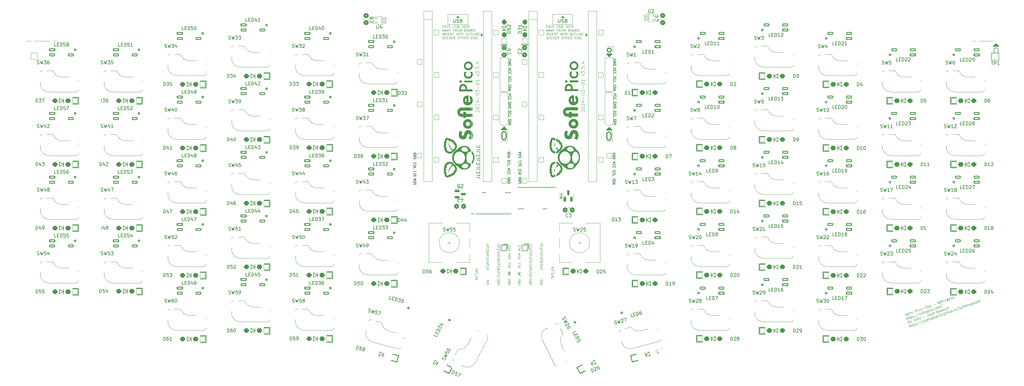
<source format=gto>
%TF.GenerationSoftware,KiCad,Pcbnew,7.0.10*%
%TF.CreationDate,2024-03-01T16:33:51-05:00*%
%TF.ProjectId,Sofle_Pico_Panel,536f666c-655f-4506-9963-6f5f50616e65,v3.5.4*%
%TF.SameCoordinates,Original*%
%TF.FileFunction,Legend,Top*%
%TF.FilePolarity,Positive*%
%FSLAX46Y46*%
G04 Gerber Fmt 4.6, Leading zero omitted, Abs format (unit mm)*
G04 Created by KiCad (PCBNEW 7.0.10) date 2024-03-01 16:33:51*
%MOMM*%
%LPD*%
G01*
G04 APERTURE LIST*
G04 Aperture macros list*
%AMRoundRect*
0 Rectangle with rounded corners*
0 $1 Rounding radius*
0 $2 $3 $4 $5 $6 $7 $8 $9 X,Y pos of 4 corners*
0 Add a 4 corners polygon primitive as box body*
4,1,4,$2,$3,$4,$5,$6,$7,$8,$9,$2,$3,0*
0 Add four circle primitives for the rounded corners*
1,1,$1+$1,$2,$3*
1,1,$1+$1,$4,$5*
1,1,$1+$1,$6,$7*
1,1,$1+$1,$8,$9*
0 Add four rect primitives between the rounded corners*
20,1,$1+$1,$2,$3,$4,$5,0*
20,1,$1+$1,$4,$5,$6,$7,0*
20,1,$1+$1,$6,$7,$8,$9,0*
20,1,$1+$1,$8,$9,$2,$3,0*%
%AMFreePoly0*
4,1,35,1.009754,1.309039,1.105425,1.290009,1.123449,1.282544,1.204555,1.228351,1.218351,1.214555,1.272544,1.133449,1.280009,1.115425,1.299039,1.019754,1.300000,1.010000,1.300000,-0.635000,1.285355,-0.670355,0.660355,-1.295355,0.625000,-1.310000,-1.000000,-1.310000,-1.009754,-1.309039,-1.105425,-1.290009,-1.123449,-1.282544,-1.204555,-1.228351,-1.218351,-1.214555,-1.272544,-1.133449,
-1.280009,-1.115425,-1.299039,-1.019754,-1.300000,-1.010000,-1.300000,1.010000,-1.299039,1.019754,-1.280009,1.115425,-1.272544,1.133449,-1.218351,1.214555,-1.204555,1.228351,-1.123449,1.282544,-1.105425,1.290009,-1.009754,1.309039,-1.000000,1.310000,1.000000,1.310000,1.009754,1.309039,1.009754,1.309039,$1*%
%AMFreePoly1*
4,1,34,1.031754,1.314039,1.128573,1.294781,1.146598,1.287315,1.228677,1.232471,1.242471,1.218677,1.297315,1.136598,1.304781,1.118573,1.324039,1.021754,1.325000,1.012000,1.325000,-1.012000,1.324039,-1.021754,1.304781,-1.118573,1.297315,-1.136598,1.242471,-1.218677,1.228677,-1.232471,1.146598,-1.287315,1.128573,-1.294781,1.031754,-1.314039,1.022000,-1.315000,-1.022000,-1.315000,
-1.031754,-1.314039,-1.128573,-1.294781,-1.146598,-1.287315,-1.228677,-1.232471,-1.242471,-1.218677,-1.297315,-1.136598,-1.304781,-1.118573,-1.324039,-1.021754,-1.325000,-1.012000,-1.325000,1.265000,-1.310355,1.300355,-1.275000,1.315000,1.022000,1.315000,1.031754,1.314039,1.031754,1.314039,$1*%
%AMFreePoly2*
4,1,35,0.686755,0.459039,0.733825,0.449676,0.751849,0.442210,0.791753,0.415547,0.805547,0.401753,0.832210,0.361849,0.839676,0.343825,0.849039,0.296755,0.850000,0.287000,0.850000,-0.287000,0.849039,-0.296755,0.839676,-0.343825,0.832210,-0.361849,0.805547,-0.401753,0.791753,-0.415547,0.751849,-0.442210,0.733825,-0.449676,0.686755,-0.459039,0.677000,-0.460000,-0.472000,-0.460000,
-0.507355,-0.445355,-0.835355,-0.117355,-0.850000,-0.082000,-0.850000,0.287000,-0.849039,0.296755,-0.839676,0.343825,-0.832210,0.361849,-0.805547,0.401753,-0.791753,0.415547,-0.751849,0.442210,-0.733825,0.449676,-0.686755,0.459039,-0.677000,0.460000,0.677000,0.460000,0.686755,0.459039,0.686755,0.459039,$1*%
%AMFreePoly3*
4,1,39,0.560355,0.785355,0.785355,0.560355,0.800000,0.525000,0.800000,-0.525000,0.785355,-0.560355,0.560355,-0.785355,0.525000,-0.800000,0.000000,-0.800000,-0.005082,-0.799741,-0.156745,-0.784246,-0.167390,-0.781967,-0.332691,-0.727193,-0.343213,-0.722287,-0.491426,-0.630868,-0.500532,-0.623667,-0.623667,-0.500532,-0.630868,-0.491426,-0.722287,-0.343213,-0.727193,-0.332691,-0.781967,-0.167390,
-0.784246,-0.156745,-0.799741,-0.005082,-0.799741,0.005082,-0.784246,0.156745,-0.781967,0.167390,-0.727193,0.332691,-0.722287,0.343213,-0.630868,0.491426,-0.623667,0.500532,-0.500532,0.623667,-0.491426,0.630868,-0.343213,0.722287,-0.332691,0.727193,-0.167390,0.781967,-0.156745,0.784246,-0.005082,0.799741,0.000000,0.800000,0.525000,0.800000,0.560355,0.785355,0.560355,0.785355,
$1*%
%AMFreePoly4*
4,1,14,0.535355,0.785355,0.550000,0.750000,0.550000,-0.750000,0.535355,-0.785355,0.500000,-0.800000,0.250000,-0.800000,0.214645,-0.785355,-0.535355,-0.035355,-0.550000,0.000000,-0.535355,0.035355,0.214645,0.785355,0.250000,0.800000,0.500000,0.800000,0.535355,0.785355,0.535355,0.785355,$1*%
%AMFreePoly5*
4,1,16,1.025355,0.785355,1.040000,0.750000,1.025355,0.714645,0.310710,0.000000,1.025355,-0.714645,1.040000,-0.750000,1.025355,-0.785355,0.990000,-0.800000,-0.260000,-0.800000,-0.295355,-0.785355,-0.310000,-0.750000,-0.310000,0.750000,-0.295355,0.785355,-0.260000,0.800000,0.990000,0.800000,1.025355,0.785355,1.025355,0.785355,$1*%
%AMFreePoly6*
4,1,39,0.005082,0.799741,0.156745,0.784246,0.167390,0.781967,0.332691,0.727193,0.343213,0.722287,0.491426,0.630868,0.500532,0.623667,0.623667,0.500532,0.630868,0.491426,0.722287,0.343213,0.727193,0.332691,0.781967,0.167390,0.784246,0.156745,0.799741,0.005082,0.799741,-0.005082,0.784246,-0.156745,0.781967,-0.167390,0.727193,-0.332691,0.722287,-0.343213,0.630868,-0.491426,
0.623667,-0.500532,0.500532,-0.623667,0.491426,-0.630868,0.343213,-0.722287,0.332691,-0.727193,0.167390,-0.781967,0.156745,-0.784246,0.005082,-0.799741,0.000000,-0.800000,-0.600000,-0.800000,-0.635355,-0.785355,-0.785355,-0.635355,-0.800000,-0.600000,-0.800000,0.600000,-0.785355,0.635355,-0.635355,0.785355,-0.600000,0.800000,0.000000,0.800000,0.005082,0.799741,0.005082,0.799741,
$1*%
%AMFreePoly7*
4,1,56,0.118133,1.292104,0.126817,1.290741,0.305186,1.246382,0.315334,1.242654,0.479998,1.160989,0.489108,1.155166,0.632366,1.040012,0.640012,1.032366,0.755166,0.889108,0.760989,0.879998,0.842654,0.715334,0.846382,0.705186,0.890741,0.526817,0.892104,0.518133,0.899885,0.403383,0.900000,0.400000,0.900000,-0.400000,0.899885,-0.403383,0.892104,-0.518133,0.890741,-0.526817,
0.846382,-0.705186,0.842654,-0.715334,0.760989,-0.879998,0.755166,-0.889108,0.640012,-1.032366,0.632366,-1.040012,0.489108,-1.155166,0.479998,-1.160989,0.315334,-1.242654,0.305186,-1.246382,0.126817,-1.290741,0.118133,-1.292104,0.003383,-1.299885,-0.032882,-1.287666,-0.035355,-1.285355,-0.885355,-0.435355,-0.900000,-0.400000,-0.900000,0.400000,-0.899885,0.403383,-0.892104,0.518133,
-0.890741,0.526817,-0.846382,0.705186,-0.842654,0.715334,-0.760989,0.879998,-0.755166,0.889108,-0.640012,1.032366,-0.632366,1.040012,-0.489108,1.155166,-0.479998,1.160989,-0.315334,1.242654,-0.305186,1.246382,-0.126817,1.290741,-0.118133,1.292104,-0.003383,1.299885,0.003383,1.299885,0.118133,1.292104,0.118133,1.292104,$1*%
%AMFreePoly8*
4,1,56,0.003383,1.299885,0.118133,1.292104,0.126817,1.290741,0.305186,1.246382,0.315334,1.242654,0.479998,1.160989,0.489108,1.155166,0.632366,1.040012,0.640012,1.032366,0.755166,0.889108,0.760989,0.879998,0.842654,0.715334,0.846382,0.705186,0.890741,0.526817,0.892104,0.518133,0.899885,0.403383,0.900000,0.400000,0.900000,-0.400000,0.899885,-0.403383,0.892104,-0.518133,
0.890741,-0.526817,0.846382,-0.705186,0.842654,-0.715334,0.760989,-0.879998,0.755166,-0.889108,0.640012,-1.032366,0.632366,-1.040012,0.489108,-1.155166,0.479998,-1.160989,0.315334,-1.242654,0.305186,-1.246382,0.126817,-1.290741,0.118133,-1.292104,0.003383,-1.299885,-0.003383,-1.299885,-0.118133,-1.292104,-0.126817,-1.290741,-0.305186,-1.246382,-0.315334,-1.242654,-0.479998,-1.160989,
-0.489108,-1.155166,-0.632366,-1.040012,-0.640012,-1.032366,-0.755166,-0.889108,-0.760989,-0.879998,-0.842654,-0.715334,-0.846382,-0.705186,-0.890741,-0.526817,-0.892104,-0.518133,-0.899885,-0.403383,-0.900000,-0.400000,-0.900000,0.400000,-0.885355,0.435355,-0.035355,1.285355,0.000000,1.300000,0.003383,1.299885,0.003383,1.299885,$1*%
%AMFreePoly9*
4,1,34,1.032754,1.309039,1.129190,1.289857,1.147215,1.282391,1.228970,1.227764,1.242764,1.213970,1.297391,1.132215,1.304857,1.114190,1.324039,1.017754,1.325000,1.008000,1.325000,-1.260000,1.310355,-1.295355,1.275000,-1.310000,-1.023000,-1.310000,-1.032754,-1.309039,-1.129190,-1.289857,-1.147215,-1.282391,-1.228970,-1.227764,-1.242764,-1.213970,-1.297391,-1.132215,-1.304857,-1.114190,
-1.324039,-1.017754,-1.325000,-1.008000,-1.325000,1.008000,-1.324039,1.017754,-1.304857,1.114190,-1.297391,1.132215,-1.242764,1.213970,-1.228970,1.227764,-1.147215,1.282391,-1.129190,1.289857,-1.032754,1.309039,-1.023000,1.310000,1.023000,1.310000,1.032754,1.309039,1.032754,1.309039,$1*%
%AMFreePoly10*
4,1,35,1.032754,1.309039,1.129190,1.289857,1.147215,1.282391,1.228970,1.227764,1.242764,1.213970,1.297391,1.132215,1.304857,1.114190,1.324039,1.017754,1.325000,1.008000,1.325000,-1.008000,1.324039,-1.017754,1.304857,-1.114190,1.297391,-1.132215,1.242764,-1.213970,1.228970,-1.227764,1.147215,-1.282391,1.129190,-1.289857,1.032754,-1.309039,1.023000,-1.310000,-1.023000,-1.310000,
-1.032754,-1.309039,-1.129190,-1.289857,-1.147215,-1.282391,-1.228970,-1.227764,-1.242764,-1.213970,-1.297391,-1.132215,-1.304857,-1.114190,-1.324039,-1.017754,-1.325000,-1.008000,-1.325000,0.630000,-1.310355,0.665355,-0.680355,1.295355,-0.645000,1.310000,1.023000,1.310000,1.032754,1.309039,1.032754,1.309039,$1*%
%AMFreePoly11*
4,1,14,-0.214645,0.785355,0.535355,0.035355,0.550000,0.000000,0.535355,-0.035355,-0.214645,-0.785355,-0.250000,-0.800000,-0.500000,-0.800000,-0.535355,-0.785355,-0.550000,-0.750000,-0.550000,0.750000,-0.535355,0.785355,-0.500000,0.800000,-0.250000,0.800000,-0.214645,0.785355,-0.214645,0.785355,$1*%
%AMFreePoly12*
4,1,16,0.295355,0.785355,0.310000,0.750000,0.310000,-0.750000,0.295355,-0.785355,0.260000,-0.800000,-0.990000,-0.800000,-1.025355,-0.785355,-1.040000,-0.750000,-1.025355,-0.714645,-0.310710,0.000000,-1.025355,0.714645,-1.040000,0.750000,-1.025355,0.785355,-0.990000,0.800000,0.260000,0.800000,0.295355,0.785355,0.295355,0.785355,$1*%
G04 Aperture macros list end*
%ADD10C,0.300000*%
%ADD11C,0.150000*%
%ADD12C,0.100000*%
%ADD13C,0.125000*%
%ADD14C,0.250000*%
%ADD15C,0.200000*%
%ADD16C,0.120000*%
%ADD17C,0.022764*%
%ADD18C,0.022619*%
%ADD19RoundRect,0.050000X-0.700000X-0.700000X0.700000X-0.700000X0.700000X0.700000X-0.700000X0.700000X0*%
%ADD20RoundRect,0.325000X-0.475000X-0.325000X0.475000X-0.325000X0.475000X0.325000X-0.475000X0.325000X0*%
%ADD21RoundRect,0.325000X-0.425000X-0.325000X0.425000X-0.325000X0.425000X0.325000X-0.425000X0.325000X0*%
%ADD22C,1.500000*%
%ADD23RoundRect,0.050000X-0.305911X-0.941498X0.941498X-0.305911X0.305911X0.941498X-0.941498X0.305911X0*%
%ADD24RoundRect,0.325000X-0.275681X-0.505223X0.570775X-0.073932X0.275681X0.505223X-0.570775X0.073932X0*%
%ADD25RoundRect,0.325000X-0.231131X-0.482523X0.526225X-0.096631X0.231131X0.482523X-0.526225X0.096631X0*%
%ADD26C,1.850000*%
%ADD27C,3.100000*%
%ADD28C,4.087800*%
%ADD29FreePoly0,180.000000*%
%ADD30FreePoly1,180.000000*%
%ADD31FreePoly0,117.000000*%
%ADD32FreePoly1,117.000000*%
%ADD33FreePoly0,195.000000*%
%ADD34FreePoly1,195.000000*%
%ADD35C,4.800000*%
%ADD36RoundRect,0.050000X-0.494975X-0.857321X0.857321X-0.494975X0.494975X0.857321X-0.857321X0.494975X0*%
%ADD37RoundRect,0.325000X-0.374699X-0.436865X0.542931X-0.190987X0.374699X0.436865X-0.542931X0.190987X0*%
%ADD38RoundRect,0.325000X-0.326402X-0.423924X0.494635X-0.203928X0.326402X0.423924X-0.494635X0.203928X0*%
%ADD39FreePoly2,180.000000*%
%ADD40RoundRect,0.138000X-0.712000X-0.322000X0.712000X-0.322000X0.712000X0.322000X-0.712000X0.322000X0*%
%ADD41RoundRect,0.138000X0.712000X0.322000X-0.712000X0.322000X-0.712000X-0.322000X0.712000X-0.322000X0*%
%ADD42RoundRect,0.138000X0.762000X0.322000X-0.762000X0.322000X-0.762000X-0.322000X0.762000X-0.322000X0*%
%ADD43FreePoly2,0.000000*%
%ADD44RoundRect,0.138000X-0.762000X-0.322000X0.762000X-0.322000X0.762000X0.322000X-0.762000X0.322000X0*%
%ADD45RoundRect,0.050000X0.700000X0.700000X-0.700000X0.700000X-0.700000X-0.700000X0.700000X-0.700000X0*%
%ADD46RoundRect,0.325000X0.475000X0.325000X-0.475000X0.325000X-0.475000X-0.325000X0.475000X-0.325000X0*%
%ADD47RoundRect,0.325000X0.425000X0.325000X-0.425000X0.325000X-0.425000X-0.325000X0.425000X-0.325000X0*%
%ADD48FreePoly3,90.000000*%
%ADD49FreePoly4,270.000000*%
%ADD50FreePoly5,270.000000*%
%ADD51FreePoly6,90.000000*%
%ADD52FreePoly2,15.000000*%
%ADD53RoundRect,0.138000X0.604399X0.495307X-0.771079X0.126749X-0.604399X-0.495307X0.771079X-0.126749X0*%
%ADD54RoundRect,0.138000X-0.604399X-0.495307X0.771079X-0.126749X0.604399X0.495307X-0.771079X0.126749X0*%
%ADD55RoundRect,0.138000X-0.652696X-0.508248X0.819375X-0.113808X0.652696X0.508248X-0.819375X0.113808X0*%
%ADD56C,1.497000*%
%ADD57RoundRect,0.050000X0.698500X-0.698500X0.698500X0.698500X-0.698500X0.698500X-0.698500X-0.698500X0*%
%ADD58FreePoly2,297.000000*%
%ADD59RoundRect,0.138000X0.610145X-0.488212X-0.036337X0.780582X-0.610145X0.488212X0.036337X-0.780582X0*%
%ADD60RoundRect,0.138000X-0.610145X0.488212X0.036337X-0.780582X0.610145X-0.488212X-0.036337X0.780582X0*%
%ADD61RoundRect,0.138000X-0.632845X0.532762X0.059037X-0.825132X0.632845X-0.532762X-0.059037X0.825132X0*%
%ADD62RoundRect,0.050000X0.750000X-0.750000X0.750000X0.750000X-0.750000X0.750000X-0.750000X-0.750000X0*%
%ADD63RoundRect,0.325000X0.325000X-0.475000X0.325000X0.475000X-0.325000X0.475000X-0.325000X-0.475000X0*%
%ADD64RoundRect,0.325000X0.325000X-0.425000X0.325000X0.425000X-0.325000X0.425000X-0.325000X-0.425000X0*%
%ADD65O,1.600000X1.600000*%
%ADD66RoundRect,0.271277X-0.503723X0.366223X-0.503723X-0.366223X0.503723X-0.366223X0.503723X0.366223X0*%
%ADD67C,1.448000*%
%ADD68RoundRect,0.050000X0.750000X0.200000X-0.750000X0.200000X-0.750000X-0.200000X0.750000X-0.200000X0*%
%ADD69FreePoly3,180.000000*%
%ADD70FreePoly4,0.000000*%
%ADD71FreePoly5,0.000000*%
%ADD72FreePoly6,180.000000*%
%ADD73RoundRect,0.050000X-0.698500X0.698500X-0.698500X-0.698500X0.698500X-0.698500X0.698500X0.698500X0*%
%ADD74RoundRect,0.050000X-1.000000X-1.000000X1.000000X-1.000000X1.000000X1.000000X-1.000000X1.000000X0*%
%ADD75C,4.500000*%
%ADD76FreePoly2,165.000000*%
%ADD77RoundRect,0.138000X-0.771079X-0.126749X0.604399X-0.495307X0.771079X0.126749X-0.604399X0.495307X0*%
%ADD78RoundRect,0.138000X0.771079X0.126749X-0.604399X0.495307X-0.771079X-0.126749X0.604399X-0.495307X0*%
%ADD79RoundRect,0.138000X0.819375X0.113808X-0.652696X0.508248X-0.819375X-0.113808X0.652696X-0.508248X0*%
%ADD80FreePoly2,243.000000*%
%ADD81RoundRect,0.138000X-0.036337X-0.780582X0.610145X0.488212X0.036337X0.780582X-0.610145X-0.488212X0*%
%ADD82RoundRect,0.138000X0.036337X0.780582X-0.610145X-0.488212X-0.036337X-0.780582X0.610145X0.488212X0*%
%ADD83RoundRect,0.138000X0.059037X0.825132X-0.632845X-0.532762X-0.059037X-0.825132X0.632845X0.532762X0*%
%ADD84C,0.900000*%
%ADD85RoundRect,0.050000X-0.750000X-0.200000X0.750000X-0.200000X0.750000X0.200000X-0.750000X0.200000X0*%
%ADD86RoundRect,0.271277X0.366223X0.503723X-0.366223X0.503723X-0.366223X-0.503723X0.366223X-0.503723X0*%
%ADD87RoundRect,0.271277X0.503723X-0.366223X0.503723X0.366223X-0.503723X0.366223X-0.503723X-0.366223X0*%
%ADD88O,2.900000X1.600000*%
%ADD89C,2.100000*%
%ADD90FreePoly3,0.000000*%
%ADD91FreePoly4,180.000000*%
%ADD92FreePoly5,180.000000*%
%ADD93FreePoly6,0.000000*%
%ADD94RoundRect,0.050000X0.941498X0.305911X-0.305911X0.941498X-0.941498X-0.305911X0.305911X-0.941498X0*%
%ADD95RoundRect,0.325000X0.570775X0.073932X-0.275681X0.505223X-0.570775X-0.073932X0.275681X-0.505223X0*%
%ADD96RoundRect,0.325000X0.526225X0.096631X-0.231131X0.482523X-0.526225X-0.096631X0.231131X-0.482523X0*%
%ADD97RoundRect,0.175000X0.175000X-0.612500X0.175000X0.612500X-0.175000X0.612500X-0.175000X-0.612500X0*%
%ADD98RoundRect,0.175000X-0.612500X-0.175000X0.612500X-0.175000X0.612500X0.175000X-0.612500X0.175000X0*%
%ADD99RoundRect,0.050000X0.857321X0.494975X-0.494975X0.857321X-0.857321X-0.494975X0.494975X-0.857321X0*%
%ADD100RoundRect,0.325000X0.542931X0.190987X-0.374699X0.436865X-0.542931X-0.190987X0.374699X-0.436865X0*%
%ADD101RoundRect,0.325000X0.494635X0.203928X-0.326402X0.423924X-0.494635X-0.203928X0.326402X-0.423924X0*%
%ADD102RoundRect,0.271277X-0.366223X-0.503723X0.366223X-0.503723X0.366223X0.503723X-0.366223X0.503723X0*%
%ADD103C,1.300000*%
%ADD104FreePoly7,270.000000*%
%ADD105FreePoly8,270.000000*%
%ADD106O,2.600000X1.800000*%
%ADD107C,1.100000*%
%ADD108RoundRect,0.050000X0.850000X0.850000X-0.850000X0.850000X-0.850000X-0.850000X0.850000X-0.850000X0*%
%ADD109O,1.800000X1.800000*%
%ADD110FreePoly9,-0.000000*%
%ADD111FreePoly10,-0.000000*%
%ADD112C,1.800000*%
%ADD113FreePoly11,90.000000*%
%ADD114FreePoly12,90.000000*%
%ADD115FreePoly7,90.000000*%
%ADD116FreePoly8,90.000000*%
%ADD117C,1.600000*%
%ADD118RoundRect,0.050000X0.750000X0.750000X-0.750000X0.750000X-0.750000X-0.750000X0.750000X-0.750000X0*%
%ADD119RoundRect,0.050000X1.000000X1.000000X-1.000000X1.000000X-1.000000X-1.000000X1.000000X-1.000000X0*%
%ADD120FreePoly9,63.000000*%
%ADD121FreePoly10,63.000000*%
%ADD122FreePoly9,345.000000*%
%ADD123FreePoly10,345.000000*%
G04 APERTURE END LIST*
D10*
X147083307Y-87195935D02*
X147083307Y-85945935D01*
D11*
X147777500Y-62845135D02*
X147767500Y-62845135D01*
X146897500Y-61975135D01*
X148697500Y-61975135D01*
X147777500Y-62845135D01*
G36*
X147777500Y-62845135D02*
G01*
X147767500Y-62845135D01*
X146897500Y-61975135D01*
X148697500Y-61975135D01*
X147777500Y-62845135D01*
G37*
D10*
X116996693Y-87080935D02*
X116996692Y-85830935D01*
X115728307Y-87080934D02*
G75*
G03*
X116996693Y-87080935I634193J34D01*
G01*
D12*
X146897500Y-88220135D02*
X148757500Y-88220135D01*
D11*
X148687500Y-84810135D02*
X146887500Y-84810135D01*
X147807500Y-83940135D01*
X147817500Y-83940135D01*
X148687500Y-84810135D01*
G36*
X148687500Y-84810135D02*
G01*
X146887500Y-84810135D01*
X147807500Y-83940135D01*
X147817500Y-83940135D01*
X148687500Y-84810135D01*
G37*
D10*
X148351693Y-87195935D02*
X148351693Y-85945935D01*
D12*
X117402500Y-88105135D02*
X117402500Y-85015135D01*
D10*
X115728307Y-87080934D02*
X115728307Y-85830935D01*
D12*
X115542500Y-88105135D02*
X117402500Y-88105135D01*
D10*
X148456693Y-60848528D02*
G75*
G03*
X147188307Y-60848528I-634193J7D01*
G01*
X147083307Y-87195935D02*
G75*
G03*
X148351693Y-87195935I634193J-7D01*
G01*
D12*
X148757500Y-88220135D02*
X148757500Y-85130135D01*
D10*
X147188307Y-60848528D02*
G75*
G03*
X148456693Y-60848528I634193J7D01*
G01*
D11*
X117332500Y-84695135D02*
X115532501Y-84695135D01*
X116452500Y-83825135D01*
X116462500Y-83825135D01*
X117332500Y-84695135D01*
G36*
X117332500Y-84695135D02*
G01*
X115532501Y-84695135D01*
X116452500Y-83825135D01*
X116462500Y-83825135D01*
X117332500Y-84695135D01*
G37*
D12*
X148918307Y-59708528D02*
X148918307Y-61628528D01*
D10*
X116996693Y-85830935D02*
G75*
G03*
X115728307Y-85830935I-634193J-7D01*
G01*
D12*
X148918307Y-59708528D02*
X147058307Y-59708528D01*
D10*
X148351693Y-85945935D02*
G75*
G03*
X147083307Y-85945935I-634193J-7D01*
G01*
D12*
X111770942Y-121759421D02*
X111802371Y-121696564D01*
X111802371Y-121696564D02*
X111802371Y-121602278D01*
X111802371Y-121602278D02*
X111770942Y-121507992D01*
X111770942Y-121507992D02*
X111708085Y-121445135D01*
X111708085Y-121445135D02*
X111645228Y-121413706D01*
X111645228Y-121413706D02*
X111519514Y-121382278D01*
X111519514Y-121382278D02*
X111425228Y-121382278D01*
X111425228Y-121382278D02*
X111299514Y-121413706D01*
X111299514Y-121413706D02*
X111236657Y-121445135D01*
X111236657Y-121445135D02*
X111173800Y-121507992D01*
X111173800Y-121507992D02*
X111142371Y-121602278D01*
X111142371Y-121602278D02*
X111142371Y-121665135D01*
X111142371Y-121665135D02*
X111173800Y-121759421D01*
X111173800Y-121759421D02*
X111205228Y-121790849D01*
X111205228Y-121790849D02*
X111425228Y-121790849D01*
X111425228Y-121790849D02*
X111425228Y-121665135D01*
X111142371Y-122073706D02*
X111802371Y-122073706D01*
X111802371Y-122073706D02*
X111802371Y-122325135D01*
X111802371Y-122325135D02*
X111770942Y-122387992D01*
X111770942Y-122387992D02*
X111739514Y-122419421D01*
X111739514Y-122419421D02*
X111676657Y-122450849D01*
X111676657Y-122450849D02*
X111582371Y-122450849D01*
X111582371Y-122450849D02*
X111519514Y-122419421D01*
X111519514Y-122419421D02*
X111488085Y-122387992D01*
X111488085Y-122387992D02*
X111456657Y-122325135D01*
X111456657Y-122325135D02*
X111456657Y-122073706D01*
X111142371Y-123079421D02*
X111142371Y-122702278D01*
X111142371Y-122890849D02*
X111802371Y-122890849D01*
X111802371Y-122890849D02*
X111708085Y-122827992D01*
X111708085Y-122827992D02*
X111645228Y-122765135D01*
X111645228Y-122765135D02*
X111613800Y-122702278D01*
X111142371Y-123393706D02*
X111142371Y-123519420D01*
X111142371Y-123519420D02*
X111173800Y-123582277D01*
X111173800Y-123582277D02*
X111205228Y-123613706D01*
X111205228Y-123613706D02*
X111299514Y-123676563D01*
X111299514Y-123676563D02*
X111425228Y-123707992D01*
X111425228Y-123707992D02*
X111676657Y-123707992D01*
X111676657Y-123707992D02*
X111739514Y-123676563D01*
X111739514Y-123676563D02*
X111770942Y-123645135D01*
X111770942Y-123645135D02*
X111802371Y-123582277D01*
X111802371Y-123582277D02*
X111802371Y-123456563D01*
X111802371Y-123456563D02*
X111770942Y-123393706D01*
X111770942Y-123393706D02*
X111739514Y-123362277D01*
X111739514Y-123362277D02*
X111676657Y-123330849D01*
X111676657Y-123330849D02*
X111519514Y-123330849D01*
X111519514Y-123330849D02*
X111456657Y-123362277D01*
X111456657Y-123362277D02*
X111425228Y-123393706D01*
X111425228Y-123393706D02*
X111393800Y-123456563D01*
X111393800Y-123456563D02*
X111393800Y-123582277D01*
X111393800Y-123582277D02*
X111425228Y-123645135D01*
X111425228Y-123645135D02*
X111456657Y-123676563D01*
X111456657Y-123676563D02*
X111519514Y-123707992D01*
D13*
X236256320Y-140349707D02*
X236355792Y-140351508D01*
X236355792Y-140351508D02*
X236501221Y-140298577D01*
X236501221Y-140298577D02*
X236547177Y-140243844D01*
X236547177Y-140243844D02*
X236564048Y-140199697D01*
X236564048Y-140199697D02*
X236568704Y-140121990D01*
X236568704Y-140121990D02*
X236544274Y-140054869D01*
X236544274Y-140054869D02*
X236490758Y-139998334D01*
X236490758Y-139998334D02*
X236449457Y-139975360D01*
X236449457Y-139975360D02*
X236379071Y-139962972D01*
X236379071Y-139962972D02*
X236250513Y-139971757D01*
X236250513Y-139971757D02*
X236180127Y-139959369D01*
X236180127Y-139959369D02*
X236138826Y-139936395D01*
X236138826Y-139936395D02*
X236085310Y-139879861D01*
X236085310Y-139879861D02*
X236060880Y-139812740D01*
X236060880Y-139812740D02*
X236065536Y-139735033D01*
X236065536Y-139735033D02*
X236082407Y-139690886D01*
X236082407Y-139690886D02*
X236128363Y-139636153D01*
X236128363Y-139636153D02*
X236273792Y-139583221D01*
X236273792Y-139583221D02*
X236373264Y-139585022D01*
X236966593Y-140129195D02*
X236896207Y-140116807D01*
X236896207Y-140116807D02*
X236854906Y-140093833D01*
X236854906Y-140093833D02*
X236801390Y-140037299D01*
X236801390Y-140037299D02*
X236728100Y-139835936D01*
X236728100Y-139835936D02*
X236732756Y-139758229D01*
X236732756Y-139758229D02*
X236749626Y-139714082D01*
X236749626Y-139714082D02*
X236795583Y-139659349D01*
X236795583Y-139659349D02*
X236882840Y-139627590D01*
X236882840Y-139627590D02*
X236953227Y-139639978D01*
X236953227Y-139639978D02*
X236994527Y-139662952D01*
X236994527Y-139662952D02*
X237048043Y-139719486D01*
X237048043Y-139719486D02*
X237121333Y-139920849D01*
X237121333Y-139920849D02*
X237116677Y-139998556D01*
X237116677Y-139998556D02*
X237099807Y-140042703D01*
X237099807Y-140042703D02*
X237053850Y-140097436D01*
X237053850Y-140097436D02*
X236966593Y-140129195D01*
X237173697Y-139521727D02*
X237406383Y-139437036D01*
X237431964Y-139959814D02*
X237212094Y-139355726D01*
X237212094Y-139355726D02*
X237216750Y-139278019D01*
X237216750Y-139278019D02*
X237262706Y-139223285D01*
X237262706Y-139223285D02*
X237320878Y-139202113D01*
X237868251Y-139801019D02*
X237797864Y-139788631D01*
X237797864Y-139788631D02*
X237744348Y-139732096D01*
X237744348Y-139732096D02*
X237524478Y-139128008D01*
X238321407Y-139598077D02*
X238275451Y-139652810D01*
X238275451Y-139652810D02*
X238159108Y-139695155D01*
X238159108Y-139695155D02*
X238088721Y-139682768D01*
X238088721Y-139682768D02*
X238035205Y-139626233D01*
X238035205Y-139626233D02*
X237937485Y-139357749D01*
X237937485Y-139357749D02*
X237942141Y-139280042D01*
X237942141Y-139280042D02*
X237988098Y-139225309D01*
X237988098Y-139225309D02*
X238104441Y-139182964D01*
X238104441Y-139182964D02*
X238174827Y-139195351D01*
X238174827Y-139195351D02*
X238228343Y-139251886D01*
X238228343Y-139251886D02*
X238252773Y-139319007D01*
X238252773Y-139319007D02*
X237986345Y-139491991D01*
X238526759Y-139257290D02*
X238992131Y-139087909D01*
X239380708Y-139250529D02*
X239124193Y-138545760D01*
X239124193Y-138545760D02*
X239356879Y-138461069D01*
X239356879Y-138461069D02*
X239427265Y-138473457D01*
X239427265Y-138473457D02*
X239468566Y-138496431D01*
X239468566Y-138496431D02*
X239522082Y-138552965D01*
X239522082Y-138552965D02*
X239558727Y-138653647D01*
X239558727Y-138653647D02*
X239554071Y-138731354D01*
X239554071Y-138731354D02*
X239537200Y-138775501D01*
X239537200Y-138775501D02*
X239491244Y-138830234D01*
X239491244Y-138830234D02*
X239258558Y-138914925D01*
X239991509Y-139028216D02*
X239820498Y-138558370D01*
X239734993Y-138323447D02*
X239718123Y-138367593D01*
X239718123Y-138367593D02*
X239759423Y-138390567D01*
X239759423Y-138390567D02*
X239776294Y-138346421D01*
X239776294Y-138346421D02*
X239734993Y-138323447D01*
X239734993Y-138323447D02*
X239759423Y-138390567D01*
X240531922Y-138793515D02*
X240485966Y-138848248D01*
X240485966Y-138848248D02*
X240369623Y-138890594D01*
X240369623Y-138890594D02*
X240299237Y-138878206D01*
X240299237Y-138878206D02*
X240257936Y-138855232D01*
X240257936Y-138855232D02*
X240204420Y-138798697D01*
X240204420Y-138798697D02*
X240131130Y-138597334D01*
X240131130Y-138597334D02*
X240135786Y-138519627D01*
X240135786Y-138519627D02*
X240152657Y-138475480D01*
X240152657Y-138475480D02*
X240198613Y-138420747D01*
X240198613Y-138420747D02*
X240314956Y-138378402D01*
X240314956Y-138378402D02*
X240385342Y-138390790D01*
X240893166Y-138700039D02*
X240822780Y-138687652D01*
X240822780Y-138687652D02*
X240781479Y-138664678D01*
X240781479Y-138664678D02*
X240727963Y-138608143D01*
X240727963Y-138608143D02*
X240654673Y-138406780D01*
X240654673Y-138406780D02*
X240659329Y-138329073D01*
X240659329Y-138329073D02*
X240676200Y-138284926D01*
X240676200Y-138284926D02*
X240722156Y-138230193D01*
X240722156Y-138230193D02*
X240809413Y-138198434D01*
X240809413Y-138198434D02*
X240879800Y-138210822D01*
X240879800Y-138210822D02*
X240921101Y-138233796D01*
X240921101Y-138233796D02*
X240974616Y-138290331D01*
X240974616Y-138290331D02*
X241047906Y-138491693D01*
X241047906Y-138491693D02*
X241043251Y-138569400D01*
X241043251Y-138569400D02*
X241026380Y-138613547D01*
X241026380Y-138613547D02*
X240980423Y-138668280D01*
X240980423Y-138668280D02*
X240893166Y-138700039D01*
X241260818Y-138262174D02*
X241726189Y-138092793D01*
X242439365Y-138061256D02*
X242422495Y-138105403D01*
X242422495Y-138105403D02*
X242347452Y-138170723D01*
X242347452Y-138170723D02*
X242289281Y-138191895D01*
X242289281Y-138191895D02*
X242189809Y-138190094D01*
X242189809Y-138190094D02*
X242107207Y-138144146D01*
X242107207Y-138144146D02*
X242053692Y-138087611D01*
X242053692Y-138087611D02*
X241975746Y-137963956D01*
X241975746Y-137963956D02*
X241939101Y-137863274D01*
X241939101Y-137863274D02*
X241919326Y-137718446D01*
X241919326Y-137718446D02*
X241923982Y-137640739D01*
X241923982Y-137640739D02*
X241957724Y-137552445D01*
X241957724Y-137552445D02*
X242032766Y-137487126D01*
X242032766Y-137487126D02*
X242090937Y-137465953D01*
X242090937Y-137465953D02*
X242190409Y-137467755D01*
X242190409Y-137467755D02*
X242231710Y-137490729D01*
X242725567Y-138033100D02*
X242469052Y-137328331D01*
X242987338Y-137937823D02*
X242852973Y-137568658D01*
X242852973Y-137568658D02*
X242799457Y-137512124D01*
X242799457Y-137512124D02*
X242729071Y-137499736D01*
X242729071Y-137499736D02*
X242641814Y-137531495D01*
X242641814Y-137531495D02*
X242595857Y-137586228D01*
X242595857Y-137586228D02*
X242578987Y-137630375D01*
X243365452Y-137800201D02*
X243295066Y-137787813D01*
X243295066Y-137787813D02*
X243253765Y-137764839D01*
X243253765Y-137764839D02*
X243200250Y-137708304D01*
X243200250Y-137708304D02*
X243126960Y-137506942D01*
X243126960Y-137506942D02*
X243131615Y-137429234D01*
X243131615Y-137429234D02*
X243148486Y-137385088D01*
X243148486Y-137385088D02*
X243194442Y-137330354D01*
X243194442Y-137330354D02*
X243281700Y-137298595D01*
X243281700Y-137298595D02*
X243352086Y-137310983D01*
X243352086Y-137310983D02*
X243393387Y-137333957D01*
X243393387Y-137333957D02*
X243446902Y-137390492D01*
X243446902Y-137390492D02*
X243520192Y-137591855D01*
X243520192Y-137591855D02*
X243515537Y-137669562D01*
X243515537Y-137669562D02*
X243498666Y-137713709D01*
X243498666Y-137713709D02*
X243452710Y-137768442D01*
X243452710Y-137768442D02*
X243365452Y-137800201D01*
X244080380Y-137501982D02*
X244034424Y-137556715D01*
X244034424Y-137556715D02*
X243918081Y-137599060D01*
X243918081Y-137599060D02*
X243847695Y-137586673D01*
X243847695Y-137586673D02*
X243806394Y-137563699D01*
X243806394Y-137563699D02*
X243752878Y-137507164D01*
X243752878Y-137507164D02*
X243679588Y-137305801D01*
X243679588Y-137305801D02*
X243684244Y-137228094D01*
X243684244Y-137228094D02*
X243701114Y-137183947D01*
X243701114Y-137183947D02*
X243747071Y-137129214D01*
X243747071Y-137129214D02*
X243863414Y-137086869D01*
X243863414Y-137086869D02*
X243933800Y-137099257D01*
X244722018Y-137002400D02*
X245187390Y-136833019D01*
X246041339Y-136826258D02*
X245784824Y-136121488D01*
X245784824Y-136121488D02*
X246390368Y-136699222D01*
X246390368Y-136699222D02*
X246133852Y-135994452D01*
X246901695Y-136475107D02*
X246855739Y-136529840D01*
X246855739Y-136529840D02*
X246739396Y-136572186D01*
X246739396Y-136572186D02*
X246669009Y-136559798D01*
X246669009Y-136559798D02*
X246615494Y-136503263D01*
X246615494Y-136503263D02*
X246517774Y-136234780D01*
X246517774Y-136234780D02*
X246522429Y-136157073D01*
X246522429Y-136157073D02*
X246568386Y-136102340D01*
X246568386Y-136102340D02*
X246684729Y-136059994D01*
X246684729Y-136059994D02*
X246755115Y-136072382D01*
X246755115Y-136072382D02*
X246808631Y-136128917D01*
X246808631Y-136128917D02*
X246833061Y-136196037D01*
X246833061Y-136196037D02*
X246566634Y-136369022D01*
X246946500Y-135964717D02*
X247179186Y-135880026D01*
X247204768Y-136402804D02*
X246984898Y-135798716D01*
X246984898Y-135798716D02*
X246989553Y-135721009D01*
X246989553Y-135721009D02*
X247035510Y-135666276D01*
X247035510Y-135666276D02*
X247093681Y-135645103D01*
X247295529Y-135837681D02*
X247528215Y-135752990D01*
X247553797Y-136275768D02*
X247333927Y-135671680D01*
X247333927Y-135671680D02*
X247338582Y-135593973D01*
X247338582Y-135593973D02*
X247384539Y-135539240D01*
X247384539Y-135539240D02*
X247442710Y-135518067D01*
X247805106Y-135880248D02*
X248270477Y-135710867D01*
X248135512Y-136064041D02*
X247940072Y-135527074D01*
X248344368Y-135189890D02*
X248746312Y-135841728D01*
X248746312Y-135841728D02*
X248679430Y-135295976D01*
X248679430Y-135295976D02*
X248978998Y-135757037D01*
X248978998Y-135757037D02*
X248867911Y-134999336D01*
X249577583Y-135501164D02*
X249531626Y-135555897D01*
X249531626Y-135555897D02*
X249415283Y-135598242D01*
X249415283Y-135598242D02*
X249344897Y-135585855D01*
X249344897Y-135585855D02*
X249291381Y-135529320D01*
X249291381Y-135529320D02*
X249193661Y-135260836D01*
X249193661Y-135260836D02*
X249198317Y-135183129D01*
X249198317Y-135183129D02*
X249244273Y-135128396D01*
X249244273Y-135128396D02*
X249360616Y-135086051D01*
X249360616Y-135086051D02*
X249431003Y-135098439D01*
X249431003Y-135098439D02*
X249484518Y-135154973D01*
X249484518Y-135154973D02*
X249508948Y-135222094D01*
X249508948Y-135222094D02*
X249242521Y-135395078D01*
X249880655Y-135428861D02*
X249709645Y-134959015D01*
X249758505Y-135093256D02*
X249763161Y-135015549D01*
X249763161Y-135015549D02*
X249780031Y-134971402D01*
X249780031Y-134971402D02*
X249825988Y-134916669D01*
X249825988Y-134916669D02*
X249884159Y-134895497D01*
X250346027Y-135259480D02*
X250275640Y-135247092D01*
X250275640Y-135247092D02*
X250222125Y-135190557D01*
X250222125Y-135190557D02*
X250002254Y-134586469D01*
X250799183Y-135056538D02*
X250753227Y-135111271D01*
X250753227Y-135111271D02*
X250636884Y-135153616D01*
X250636884Y-135153616D02*
X250566497Y-135141228D01*
X250566497Y-135141228D02*
X250512982Y-135084694D01*
X250512982Y-135084694D02*
X250415262Y-134816210D01*
X250415262Y-134816210D02*
X250419917Y-134738503D01*
X250419917Y-134738503D02*
X250465874Y-134683770D01*
X250465874Y-134683770D02*
X250582217Y-134641425D01*
X250582217Y-134641425D02*
X250652603Y-134653812D01*
X250652603Y-134653812D02*
X250706119Y-134710347D01*
X250706119Y-134710347D02*
X250730549Y-134777468D01*
X250730549Y-134777468D02*
X250464122Y-134950452D01*
X236710610Y-141507360D02*
X236454095Y-140802591D01*
X236972382Y-141412083D02*
X236838016Y-141042918D01*
X236838016Y-141042918D02*
X236784501Y-140986384D01*
X236784501Y-140986384D02*
X236714114Y-140973996D01*
X236714114Y-140973996D02*
X236626857Y-141005755D01*
X236626857Y-141005755D02*
X236580901Y-141060488D01*
X236580901Y-141060488D02*
X236564030Y-141104635D01*
X237004971Y-140868132D02*
X237237657Y-140783442D01*
X237006723Y-140601450D02*
X237226594Y-141205538D01*
X237226594Y-141205538D02*
X237280109Y-141262073D01*
X237280109Y-141262073D02*
X237350496Y-141274461D01*
X237350496Y-141274461D02*
X237408667Y-141253288D01*
X237354000Y-140741096D02*
X237586686Y-140656406D01*
X237355753Y-140474414D02*
X237575623Y-141078502D01*
X237575623Y-141078502D02*
X237629138Y-141135037D01*
X237629138Y-141135037D02*
X237699525Y-141147425D01*
X237699525Y-141147425D02*
X237757696Y-141126252D01*
X237790287Y-140582301D02*
X238046802Y-141287071D01*
X237802502Y-140615861D02*
X237848458Y-140561128D01*
X237848458Y-140561128D02*
X237964801Y-140518783D01*
X237964801Y-140518783D02*
X238035187Y-140531171D01*
X238035187Y-140531171D02*
X238076488Y-140554145D01*
X238076488Y-140554145D02*
X238130004Y-140610679D01*
X238130004Y-140610679D02*
X238203294Y-140812042D01*
X238203294Y-140812042D02*
X238198638Y-140889749D01*
X238198638Y-140889749D02*
X238181767Y-140933896D01*
X238181767Y-140933896D02*
X238135811Y-140988629D01*
X238135811Y-140988629D02*
X238019468Y-141030975D01*
X238019468Y-141030975D02*
X237949082Y-141018587D01*
X238472625Y-140828033D02*
X238543011Y-140840421D01*
X238543011Y-140840421D02*
X238659354Y-140798075D01*
X238659354Y-140798075D02*
X238705310Y-140743342D01*
X238705310Y-140743342D02*
X238709966Y-140665635D01*
X238709966Y-140665635D02*
X238697751Y-140632075D01*
X238697751Y-140632075D02*
X238644235Y-140575540D01*
X238644235Y-140575540D02*
X238573849Y-140563152D01*
X238573849Y-140563152D02*
X238486592Y-140594911D01*
X238486592Y-140594911D02*
X238416205Y-140582523D01*
X238416205Y-140582523D02*
X238362689Y-140525989D01*
X238362689Y-140525989D02*
X238350474Y-140492428D01*
X238350474Y-140492428D02*
X238355130Y-140414721D01*
X238355130Y-140414721D02*
X238401087Y-140359988D01*
X238401087Y-140359988D02*
X238488344Y-140328229D01*
X238488344Y-140328229D02*
X238558730Y-140340617D01*
X238983952Y-140603919D02*
X239025253Y-140626893D01*
X239025253Y-140626893D02*
X239008382Y-140671039D01*
X239008382Y-140671039D02*
X238967081Y-140648065D01*
X238967081Y-140648065D02*
X238983952Y-140603919D01*
X238983952Y-140603919D02*
X239008382Y-140671039D01*
X238849587Y-140234754D02*
X238890888Y-140257728D01*
X238890888Y-140257728D02*
X238874017Y-140301874D01*
X238874017Y-140301874D02*
X238832716Y-140278900D01*
X238832716Y-140278900D02*
X238849587Y-140234754D01*
X238849587Y-140234754D02*
X238874017Y-140301874D01*
X239466795Y-139668051D02*
X239273057Y-140764737D01*
X240106681Y-139435152D02*
X239912943Y-140531838D01*
X240537710Y-140076403D02*
X240608096Y-140088791D01*
X240608096Y-140088791D02*
X240724439Y-140046446D01*
X240724439Y-140046446D02*
X240770396Y-139991713D01*
X240770396Y-139991713D02*
X240775051Y-139914005D01*
X240775051Y-139914005D02*
X240762836Y-139880445D01*
X240762836Y-139880445D02*
X240709321Y-139823910D01*
X240709321Y-139823910D02*
X240638934Y-139811523D01*
X240638934Y-139811523D02*
X240551677Y-139843282D01*
X240551677Y-139843282D02*
X240481291Y-139830894D01*
X240481291Y-139830894D02*
X240427775Y-139774359D01*
X240427775Y-139774359D02*
X240415560Y-139740799D01*
X240415560Y-139740799D02*
X240420216Y-139663092D01*
X240420216Y-139663092D02*
X240466172Y-139608358D01*
X240466172Y-139608358D02*
X240553429Y-139576599D01*
X240553429Y-139576599D02*
X240623816Y-139588987D01*
X241160725Y-139887651D02*
X241090338Y-139875263D01*
X241090338Y-139875263D02*
X241049038Y-139852289D01*
X241049038Y-139852289D02*
X240995522Y-139795754D01*
X240995522Y-139795754D02*
X240922232Y-139594392D01*
X240922232Y-139594392D02*
X240926887Y-139516684D01*
X240926887Y-139516684D02*
X240943758Y-139472538D01*
X240943758Y-139472538D02*
X240989715Y-139417804D01*
X240989715Y-139417804D02*
X241076972Y-139386045D01*
X241076972Y-139386045D02*
X241147358Y-139398433D01*
X241147358Y-139398433D02*
X241188659Y-139421407D01*
X241188659Y-139421407D02*
X241242175Y-139477942D01*
X241242175Y-139477942D02*
X241315465Y-139679305D01*
X241315465Y-139679305D02*
X241310809Y-139757012D01*
X241310809Y-139757012D02*
X241293938Y-139801159D01*
X241293938Y-139801159D02*
X241247982Y-139855892D01*
X241247982Y-139855892D02*
X241160725Y-139887651D01*
X241367829Y-139280182D02*
X241600515Y-139195491D01*
X241626096Y-139718269D02*
X241406226Y-139114181D01*
X241406226Y-139114181D02*
X241410882Y-139036474D01*
X241410882Y-139036474D02*
X241456838Y-138981741D01*
X241456838Y-138981741D02*
X241515010Y-138960568D01*
X242062382Y-139559474D02*
X241991996Y-139547086D01*
X241991996Y-139547086D02*
X241938480Y-139490552D01*
X241938480Y-139490552D02*
X241718610Y-138886464D01*
X242515539Y-139356532D02*
X242469582Y-139411266D01*
X242469582Y-139411266D02*
X242353239Y-139453611D01*
X242353239Y-139453611D02*
X242282853Y-139441223D01*
X242282853Y-139441223D02*
X242229337Y-139384689D01*
X242229337Y-139384689D02*
X242131617Y-139116205D01*
X242131617Y-139116205D02*
X242136273Y-139038498D01*
X242136273Y-139038498D02*
X242182229Y-138983765D01*
X242182229Y-138983765D02*
X242298572Y-138941419D01*
X242298572Y-138941419D02*
X242368959Y-138953807D01*
X242368959Y-138953807D02*
X242422474Y-139010342D01*
X242422474Y-139010342D02*
X242446904Y-139077463D01*
X242446904Y-139077463D02*
X242180477Y-139250447D01*
X242647601Y-138814383D02*
X242904116Y-139519153D01*
X242659816Y-138847944D02*
X242705772Y-138793211D01*
X242705772Y-138793211D02*
X242822115Y-138750865D01*
X242822115Y-138750865D02*
X242892502Y-138763253D01*
X242892502Y-138763253D02*
X242933803Y-138786227D01*
X242933803Y-138786227D02*
X242987318Y-138842762D01*
X242987318Y-138842762D02*
X243060608Y-139044124D01*
X243060608Y-139044124D02*
X243055953Y-139121832D01*
X243055953Y-139121832D02*
X243039082Y-139165978D01*
X243039082Y-139165978D02*
X242993125Y-139220711D01*
X242993125Y-139220711D02*
X242876783Y-139263057D01*
X242876783Y-139263057D02*
X242806396Y-139250669D01*
X243371240Y-139083089D02*
X243200230Y-138613243D01*
X243114725Y-138378320D02*
X243097854Y-138422466D01*
X243097854Y-138422466D02*
X243139155Y-138445441D01*
X243139155Y-138445441D02*
X243156025Y-138401294D01*
X243156025Y-138401294D02*
X243114725Y-138378320D01*
X243114725Y-138378320D02*
X243139155Y-138445441D01*
X243911654Y-138848388D02*
X243865697Y-138903121D01*
X243865697Y-138903121D02*
X243749354Y-138945467D01*
X243749354Y-138945467D02*
X243678968Y-138933079D01*
X243678968Y-138933079D02*
X243637667Y-138910105D01*
X243637667Y-138910105D02*
X243584151Y-138853570D01*
X243584151Y-138853570D02*
X243510861Y-138652208D01*
X243510861Y-138652208D02*
X243515517Y-138574500D01*
X243515517Y-138574500D02*
X243532388Y-138530354D01*
X243532388Y-138530354D02*
X243578344Y-138475620D01*
X243578344Y-138475620D02*
X243694687Y-138433275D01*
X243694687Y-138433275D02*
X243765073Y-138445663D01*
X244272897Y-138754913D02*
X244202511Y-138742525D01*
X244202511Y-138742525D02*
X244161210Y-138719551D01*
X244161210Y-138719551D02*
X244107694Y-138663016D01*
X244107694Y-138663016D02*
X244034404Y-138461653D01*
X244034404Y-138461653D02*
X244039060Y-138383946D01*
X244039060Y-138383946D02*
X244055931Y-138339799D01*
X244055931Y-138339799D02*
X244101887Y-138285066D01*
X244101887Y-138285066D02*
X244189144Y-138253307D01*
X244189144Y-138253307D02*
X244259531Y-138265695D01*
X244259531Y-138265695D02*
X244300832Y-138288669D01*
X244300832Y-138288669D02*
X244354347Y-138345204D01*
X244354347Y-138345204D02*
X244427637Y-138546566D01*
X244427637Y-138546566D02*
X244422982Y-138624274D01*
X244422982Y-138624274D02*
X244406111Y-138668420D01*
X244406111Y-138668420D02*
X244360155Y-138723154D01*
X244360155Y-138723154D02*
X244272897Y-138754913D01*
X244713839Y-138518410D02*
X244755139Y-138541384D01*
X244755139Y-138541384D02*
X244738269Y-138585531D01*
X244738269Y-138585531D02*
X244696968Y-138562557D01*
X244696968Y-138562557D02*
X244713839Y-138518410D01*
X244713839Y-138518410D02*
X244738269Y-138585531D01*
X245278683Y-138350830D02*
X245232726Y-138405563D01*
X245232726Y-138405563D02*
X245116383Y-138447909D01*
X245116383Y-138447909D02*
X245045997Y-138435521D01*
X245045997Y-138435521D02*
X245004696Y-138412547D01*
X245004696Y-138412547D02*
X244951180Y-138356012D01*
X244951180Y-138356012D02*
X244877890Y-138154650D01*
X244877890Y-138154650D02*
X244882546Y-138076942D01*
X244882546Y-138076942D02*
X244899417Y-138032796D01*
X244899417Y-138032796D02*
X244945373Y-137978062D01*
X244945373Y-137978062D02*
X245061716Y-137935717D01*
X245061716Y-137935717D02*
X245132103Y-137948105D01*
X245639926Y-138257355D02*
X245569540Y-138244967D01*
X245569540Y-138244967D02*
X245528239Y-138221993D01*
X245528239Y-138221993D02*
X245474724Y-138165458D01*
X245474724Y-138165458D02*
X245401434Y-137964096D01*
X245401434Y-137964096D02*
X245406089Y-137886388D01*
X245406089Y-137886388D02*
X245422960Y-137842241D01*
X245422960Y-137842241D02*
X245468916Y-137787508D01*
X245468916Y-137787508D02*
X245556174Y-137755749D01*
X245556174Y-137755749D02*
X245626560Y-137768137D01*
X245626560Y-137768137D02*
X245667861Y-137791111D01*
X245667861Y-137791111D02*
X245721377Y-137847646D01*
X245721377Y-137847646D02*
X245794667Y-138049008D01*
X245794667Y-138049008D02*
X245790011Y-138126716D01*
X245790011Y-138126716D02*
X245773140Y-138170863D01*
X245773140Y-138170863D02*
X245727184Y-138225596D01*
X245727184Y-138225596D02*
X245639926Y-138257355D01*
X246105298Y-138087973D02*
X245934288Y-137618127D01*
X245958718Y-137685248D02*
X245975589Y-137641101D01*
X245975589Y-137641101D02*
X246021545Y-137586368D01*
X246021545Y-137586368D02*
X246108802Y-137554609D01*
X246108802Y-137554609D02*
X246179189Y-137566997D01*
X246179189Y-137566997D02*
X246232704Y-137623531D01*
X246232704Y-137623531D02*
X246367069Y-137992696D01*
X246232704Y-137623531D02*
X246237360Y-137545824D01*
X246237360Y-137545824D02*
X246283316Y-137491091D01*
X246283316Y-137491091D02*
X246370574Y-137459332D01*
X246370574Y-137459332D02*
X246440960Y-137471720D01*
X246440960Y-137471720D02*
X246494476Y-137528254D01*
X246494476Y-137528254D02*
X246628841Y-137897419D01*
X247087254Y-136894431D02*
X246893516Y-137991117D01*
X236983427Y-141894924D02*
X237099770Y-141852579D01*
X237099770Y-141852579D02*
X237170156Y-141864967D01*
X237170156Y-141864967D02*
X237252758Y-141910915D01*
X237252758Y-141910915D02*
X237330703Y-142034570D01*
X237330703Y-142034570D02*
X237416208Y-142269494D01*
X237416208Y-142269494D02*
X237435983Y-142414322D01*
X237435983Y-142414322D02*
X237402241Y-142502615D01*
X237402241Y-142502615D02*
X237356285Y-142557348D01*
X237356285Y-142557348D02*
X237239942Y-142599694D01*
X237239942Y-142599694D02*
X237169555Y-142587306D01*
X237169555Y-142587306D02*
X237086954Y-142541358D01*
X237086954Y-142541358D02*
X237009008Y-142417702D01*
X237009008Y-142417702D02*
X236923503Y-142182779D01*
X236923503Y-142182779D02*
X236903729Y-142037951D01*
X236903729Y-142037951D02*
X236937470Y-141949657D01*
X236937470Y-141949657D02*
X236983427Y-141894924D01*
X237839127Y-141621481D02*
X237768741Y-141609093D01*
X237768741Y-141609093D02*
X237681484Y-141640852D01*
X237681484Y-141640852D02*
X237606442Y-141706172D01*
X237606442Y-141706172D02*
X237572700Y-141794465D01*
X237572700Y-141794465D02*
X237568044Y-141872173D01*
X237568044Y-141872173D02*
X237587819Y-142017001D01*
X237587819Y-142017001D02*
X237624464Y-142117682D01*
X237624464Y-142117682D02*
X237702410Y-142241338D01*
X237702410Y-142241338D02*
X237755925Y-142297872D01*
X237755925Y-142297872D02*
X237838527Y-142343820D01*
X237838527Y-142343820D02*
X237937999Y-142345622D01*
X237937999Y-142345622D02*
X237996170Y-142324449D01*
X237996170Y-142324449D02*
X238071213Y-142259130D01*
X238071213Y-142259130D02*
X238088083Y-142214983D01*
X238088083Y-142214983D02*
X238002578Y-141980060D01*
X238002578Y-141980060D02*
X237886235Y-142022405D01*
X238798356Y-141994471D02*
X238897828Y-141996273D01*
X238897828Y-141996273D02*
X239043256Y-141943341D01*
X239043256Y-141943341D02*
X239089213Y-141888608D01*
X239089213Y-141888608D02*
X239106083Y-141844461D01*
X239106083Y-141844461D02*
X239110739Y-141766754D01*
X239110739Y-141766754D02*
X239086309Y-141699633D01*
X239086309Y-141699633D02*
X239032793Y-141643098D01*
X239032793Y-141643098D02*
X238991493Y-141620124D01*
X238991493Y-141620124D02*
X238921106Y-141607736D01*
X238921106Y-141607736D02*
X238792548Y-141616521D01*
X238792548Y-141616521D02*
X238722162Y-141604134D01*
X238722162Y-141604134D02*
X238680861Y-141581159D01*
X238680861Y-141581159D02*
X238627345Y-141524625D01*
X238627345Y-141524625D02*
X238602915Y-141457504D01*
X238602915Y-141457504D02*
X238607571Y-141379797D01*
X238607571Y-141379797D02*
X238624442Y-141335650D01*
X238624442Y-141335650D02*
X238670398Y-141280917D01*
X238670398Y-141280917D02*
X238815827Y-141227985D01*
X238815827Y-141227985D02*
X238915299Y-141229787D01*
X239508628Y-141773959D02*
X239438242Y-141761572D01*
X239438242Y-141761572D02*
X239396941Y-141738598D01*
X239396941Y-141738598D02*
X239343425Y-141682063D01*
X239343425Y-141682063D02*
X239270135Y-141480700D01*
X239270135Y-141480700D02*
X239274791Y-141402993D01*
X239274791Y-141402993D02*
X239291662Y-141358846D01*
X239291662Y-141358846D02*
X239337618Y-141304113D01*
X239337618Y-141304113D02*
X239424875Y-141272354D01*
X239424875Y-141272354D02*
X239495262Y-141284742D01*
X239495262Y-141284742D02*
X239536563Y-141307716D01*
X239536563Y-141307716D02*
X239590078Y-141364251D01*
X239590078Y-141364251D02*
X239663368Y-141565613D01*
X239663368Y-141565613D02*
X239658713Y-141643320D01*
X239658713Y-141643320D02*
X239641842Y-141687467D01*
X239641842Y-141687467D02*
X239595885Y-141742200D01*
X239595885Y-141742200D02*
X239508628Y-141773959D01*
X239715732Y-141166491D02*
X239948418Y-141081800D01*
X239974000Y-141604578D02*
X239754130Y-141000490D01*
X239754130Y-141000490D02*
X239758785Y-140922783D01*
X239758785Y-140922783D02*
X239804742Y-140868050D01*
X239804742Y-140868050D02*
X239862913Y-140846877D01*
X240410286Y-141445783D02*
X240339899Y-141433395D01*
X240339899Y-141433395D02*
X240286384Y-141376861D01*
X240286384Y-141376861D02*
X240066514Y-140772772D01*
X240863442Y-141242841D02*
X240817486Y-141297574D01*
X240817486Y-141297574D02*
X240701143Y-141339920D01*
X240701143Y-141339920D02*
X240630756Y-141327532D01*
X240630756Y-141327532D02*
X240577241Y-141270997D01*
X240577241Y-141270997D02*
X240479521Y-141002514D01*
X240479521Y-141002514D02*
X240484176Y-140924806D01*
X240484176Y-140924806D02*
X240530133Y-140870073D01*
X240530133Y-140870073D02*
X240646476Y-140827728D01*
X240646476Y-140827728D02*
X240716862Y-140840116D01*
X240716862Y-140840116D02*
X240770378Y-140896650D01*
X240770378Y-140896650D02*
X240794808Y-140963771D01*
X240794808Y-140963771D02*
X240528381Y-141136755D01*
X241534166Y-140732673D02*
X241999538Y-140563292D01*
X242771486Y-139788243D02*
X242954711Y-140291650D01*
X242954711Y-140291650D02*
X242962270Y-140402918D01*
X242962270Y-140402918D02*
X242928529Y-140491211D01*
X242928529Y-140491211D02*
X242853487Y-140556531D01*
X242853487Y-140556531D02*
X242795315Y-140577703D01*
X243406115Y-140355390D02*
X243335729Y-140343002D01*
X243335729Y-140343002D02*
X243294428Y-140320028D01*
X243294428Y-140320028D02*
X243240912Y-140263494D01*
X243240912Y-140263494D02*
X243167622Y-140062131D01*
X243167622Y-140062131D02*
X243172278Y-139984424D01*
X243172278Y-139984424D02*
X243189149Y-139940277D01*
X243189149Y-139940277D02*
X243235105Y-139885544D01*
X243235105Y-139885544D02*
X243322362Y-139853785D01*
X243322362Y-139853785D02*
X243392749Y-139866173D01*
X243392749Y-139866173D02*
X243434050Y-139889147D01*
X243434050Y-139889147D02*
X243487565Y-139945681D01*
X243487565Y-139945681D02*
X243560855Y-140147044D01*
X243560855Y-140147044D02*
X243556200Y-140224751D01*
X243556200Y-140224751D02*
X243539329Y-140268898D01*
X243539329Y-140268898D02*
X243493372Y-140323631D01*
X243493372Y-140323631D02*
X243406115Y-140355390D01*
X243830186Y-140163035D02*
X243900572Y-140175423D01*
X243900572Y-140175423D02*
X244016915Y-140133077D01*
X244016915Y-140133077D02*
X244062872Y-140078344D01*
X244062872Y-140078344D02*
X244067527Y-140000637D01*
X244067527Y-140000637D02*
X244055312Y-139967076D01*
X244055312Y-139967076D02*
X244001797Y-139910542D01*
X244001797Y-139910542D02*
X243931410Y-139898154D01*
X243931410Y-139898154D02*
X243844153Y-139929913D01*
X243844153Y-139929913D02*
X243773767Y-139917525D01*
X243773767Y-139917525D02*
X243720251Y-139860991D01*
X243720251Y-139860991D02*
X243708036Y-139827430D01*
X243708036Y-139827430D02*
X243712692Y-139749723D01*
X243712692Y-139749723D02*
X243758648Y-139694990D01*
X243758648Y-139694990D02*
X243845905Y-139663231D01*
X243845905Y-139663231D02*
X243916292Y-139675619D01*
X244586414Y-139887790D02*
X244540458Y-139942523D01*
X244540458Y-139942523D02*
X244424115Y-139984869D01*
X244424115Y-139984869D02*
X244353728Y-139972481D01*
X244353728Y-139972481D02*
X244300213Y-139915946D01*
X244300213Y-139915946D02*
X244202493Y-139647463D01*
X244202493Y-139647463D02*
X244207148Y-139569755D01*
X244207148Y-139569755D02*
X244253105Y-139515022D01*
X244253105Y-139515022D02*
X244369448Y-139472677D01*
X244369448Y-139472677D02*
X244439834Y-139485065D01*
X244439834Y-139485065D02*
X244493350Y-139541599D01*
X244493350Y-139541599D02*
X244517780Y-139608720D01*
X244517780Y-139608720D02*
X244251353Y-139781704D01*
X244631219Y-139377400D02*
X244863905Y-139292709D01*
X244889487Y-139815487D02*
X244669617Y-139211399D01*
X244669617Y-139211399D02*
X244674272Y-139133692D01*
X244674272Y-139133692D02*
X244720229Y-139078959D01*
X244720229Y-139078959D02*
X244778400Y-139057786D01*
X245601511Y-139328293D02*
X245892369Y-139222430D01*
X245616630Y-139550829D02*
X245563715Y-138771955D01*
X245563715Y-138771955D02*
X246023830Y-139402620D01*
X246489202Y-139233238D02*
X246232687Y-138528469D01*
X246476987Y-139199678D02*
X246431030Y-139254411D01*
X246431030Y-139254411D02*
X246314688Y-139296756D01*
X246314688Y-139296756D02*
X246244301Y-139284369D01*
X246244301Y-139284369D02*
X246203000Y-139261395D01*
X246203000Y-139261395D02*
X246149485Y-139204860D01*
X246149485Y-139204860D02*
X246076195Y-139003497D01*
X246076195Y-139003497D02*
X246080850Y-138925790D01*
X246080850Y-138925790D02*
X246097721Y-138881643D01*
X246097721Y-138881643D02*
X246143677Y-138826910D01*
X246143677Y-138826910D02*
X246260020Y-138784565D01*
X246260020Y-138784565D02*
X246330407Y-138796953D01*
X247041830Y-139032098D02*
X246907465Y-138662933D01*
X246907465Y-138662933D02*
X246853950Y-138606399D01*
X246853950Y-138606399D02*
X246783563Y-138594011D01*
X246783563Y-138594011D02*
X246667220Y-138636356D01*
X246667220Y-138636356D02*
X246621264Y-138691089D01*
X247029615Y-138998538D02*
X246983659Y-139053271D01*
X246983659Y-139053271D02*
X246838230Y-139106202D01*
X246838230Y-139106202D02*
X246767844Y-139093815D01*
X246767844Y-139093815D02*
X246714328Y-139037280D01*
X246714328Y-139037280D02*
X246689898Y-138970159D01*
X246689898Y-138970159D02*
X246694554Y-138892452D01*
X246694554Y-138892452D02*
X246740510Y-138837719D01*
X246740510Y-138837719D02*
X246885939Y-138784787D01*
X246885939Y-138784787D02*
X246931895Y-138730054D01*
X247332687Y-138926235D02*
X247161677Y-138456388D01*
X247186107Y-138523509D02*
X247202978Y-138479363D01*
X247202978Y-138479363D02*
X247248935Y-138424629D01*
X247248935Y-138424629D02*
X247336192Y-138392870D01*
X247336192Y-138392870D02*
X247406578Y-138405258D01*
X247406578Y-138405258D02*
X247460094Y-138461793D01*
X247460094Y-138461793D02*
X247594459Y-138830958D01*
X247460094Y-138461793D02*
X247464750Y-138384086D01*
X247464750Y-138384086D02*
X247510706Y-138329352D01*
X247510706Y-138329352D02*
X247597963Y-138297593D01*
X247597963Y-138297593D02*
X247668350Y-138309981D01*
X247668350Y-138309981D02*
X247721865Y-138366516D01*
X247721865Y-138366516D02*
X247856230Y-138735681D01*
X248396645Y-138500980D02*
X248350688Y-138555713D01*
X248350688Y-138555713D02*
X248234345Y-138598058D01*
X248234345Y-138598058D02*
X248163959Y-138585670D01*
X248163959Y-138585670D02*
X248122658Y-138562696D01*
X248122658Y-138562696D02*
X248069142Y-138506162D01*
X248069142Y-138506162D02*
X247995852Y-138304799D01*
X247995852Y-138304799D02*
X248000508Y-138227092D01*
X248000508Y-138227092D02*
X248017379Y-138182945D01*
X248017379Y-138182945D02*
X248063335Y-138128212D01*
X248063335Y-138128212D02*
X248179678Y-138085867D01*
X248179678Y-138085867D02*
X248250064Y-138098254D01*
X248670631Y-138439263D02*
X248499621Y-137969417D01*
X248414116Y-137734494D02*
X248397245Y-137778640D01*
X248397245Y-137778640D02*
X248438546Y-137801615D01*
X248438546Y-137801615D02*
X248455417Y-137757468D01*
X248455417Y-137757468D02*
X248414116Y-137734494D01*
X248414116Y-137734494D02*
X248438546Y-137801615D01*
X248961489Y-138333400D02*
X248704973Y-137628630D01*
X248921940Y-138043743D02*
X249194174Y-138248709D01*
X249023164Y-137778863D02*
X248888199Y-138132037D01*
X237536588Y-143776718D02*
X237280073Y-143071949D01*
X237798360Y-143681441D02*
X237663994Y-143312276D01*
X237663994Y-143312276D02*
X237610479Y-143255742D01*
X237610479Y-143255742D02*
X237540092Y-143243354D01*
X237540092Y-143243354D02*
X237452835Y-143275113D01*
X237452835Y-143275113D02*
X237406879Y-143329846D01*
X237406879Y-143329846D02*
X237390008Y-143373993D01*
X237830949Y-143137490D02*
X238063635Y-143052800D01*
X237832701Y-142870808D02*
X238052572Y-143474896D01*
X238052572Y-143474896D02*
X238106087Y-143531431D01*
X238106087Y-143531431D02*
X238176474Y-143543819D01*
X238176474Y-143543819D02*
X238234645Y-143522646D01*
X238179978Y-143010454D02*
X238412664Y-142925764D01*
X238181731Y-142743772D02*
X238401601Y-143347860D01*
X238401601Y-143347860D02*
X238455116Y-143404395D01*
X238455116Y-143404395D02*
X238525503Y-143416783D01*
X238525503Y-143416783D02*
X238583674Y-143395610D01*
X238616265Y-142851659D02*
X238872780Y-143556429D01*
X238628480Y-142885219D02*
X238674436Y-142830486D01*
X238674436Y-142830486D02*
X238790779Y-142788141D01*
X238790779Y-142788141D02*
X238861165Y-142800529D01*
X238861165Y-142800529D02*
X238902466Y-142823503D01*
X238902466Y-142823503D02*
X238955982Y-142880037D01*
X238955982Y-142880037D02*
X239029272Y-143081400D01*
X239029272Y-143081400D02*
X239024616Y-143159107D01*
X239024616Y-143159107D02*
X239007745Y-143203254D01*
X239007745Y-143203254D02*
X238961789Y-143257987D01*
X238961789Y-143257987D02*
X238845446Y-143300333D01*
X238845446Y-143300333D02*
X238775060Y-143287945D01*
X239298603Y-143097391D02*
X239368989Y-143109779D01*
X239368989Y-143109779D02*
X239485332Y-143067433D01*
X239485332Y-143067433D02*
X239531288Y-143012700D01*
X239531288Y-143012700D02*
X239535944Y-142934993D01*
X239535944Y-142934993D02*
X239523729Y-142901433D01*
X239523729Y-142901433D02*
X239470213Y-142844898D01*
X239470213Y-142844898D02*
X239399827Y-142832510D01*
X239399827Y-142832510D02*
X239312570Y-142864269D01*
X239312570Y-142864269D02*
X239242183Y-142851881D01*
X239242183Y-142851881D02*
X239188667Y-142795347D01*
X239188667Y-142795347D02*
X239176452Y-142761786D01*
X239176452Y-142761786D02*
X239181108Y-142684079D01*
X239181108Y-142684079D02*
X239227065Y-142629346D01*
X239227065Y-142629346D02*
X239314322Y-142597587D01*
X239314322Y-142597587D02*
X239384708Y-142609975D01*
X239809930Y-142873277D02*
X239851231Y-142896251D01*
X239851231Y-142896251D02*
X239834360Y-142940397D01*
X239834360Y-142940397D02*
X239793059Y-142917423D01*
X239793059Y-142917423D02*
X239809930Y-142873277D01*
X239809930Y-142873277D02*
X239834360Y-142940397D01*
X239675565Y-142504112D02*
X239716866Y-142527086D01*
X239716866Y-142527086D02*
X239699995Y-142571232D01*
X239699995Y-142571232D02*
X239658694Y-142548258D01*
X239658694Y-142548258D02*
X239675565Y-142504112D01*
X239675565Y-142504112D02*
X239699995Y-142571232D01*
X240292773Y-141937409D02*
X240099035Y-143034095D01*
X240932659Y-141704510D02*
X240738921Y-142801196D01*
X241233979Y-141898889D02*
X241453849Y-142502977D01*
X241453849Y-142502977D02*
X241449193Y-142580684D01*
X241449193Y-142580684D02*
X241403237Y-142635418D01*
X241403237Y-142635418D02*
X241374151Y-142646004D01*
X241148474Y-141663966D02*
X241131603Y-141708113D01*
X241131603Y-141708113D02*
X241172904Y-141731087D01*
X241172904Y-141731087D02*
X241189774Y-141686940D01*
X241189774Y-141686940D02*
X241148474Y-141663966D01*
X241148474Y-141663966D02*
X241172904Y-141731087D01*
X241783103Y-142231113D02*
X241712717Y-142218725D01*
X241712717Y-142218725D02*
X241671416Y-142195751D01*
X241671416Y-142195751D02*
X241617900Y-142139216D01*
X241617900Y-142139216D02*
X241544610Y-141937854D01*
X241544610Y-141937854D02*
X241549266Y-141860147D01*
X241549266Y-141860147D02*
X241566137Y-141816000D01*
X241566137Y-141816000D02*
X241612093Y-141761267D01*
X241612093Y-141761267D02*
X241699350Y-141729508D01*
X241699350Y-141729508D02*
X241769737Y-141741895D01*
X241769737Y-141741895D02*
X241811038Y-141764869D01*
X241811038Y-141764869D02*
X241864553Y-141821404D01*
X241864553Y-141821404D02*
X241937843Y-142022767D01*
X241937843Y-142022767D02*
X241933188Y-142100474D01*
X241933188Y-142100474D02*
X241916317Y-142144621D01*
X241916317Y-142144621D02*
X241870360Y-142199354D01*
X241870360Y-142199354D02*
X241783103Y-142231113D01*
X242207174Y-142038757D02*
X242277560Y-142051145D01*
X242277560Y-142051145D02*
X242393903Y-142008800D01*
X242393903Y-142008800D02*
X242439860Y-141954067D01*
X242439860Y-141954067D02*
X242444515Y-141876360D01*
X242444515Y-141876360D02*
X242432300Y-141842799D01*
X242432300Y-141842799D02*
X242378785Y-141786265D01*
X242378785Y-141786265D02*
X242308398Y-141773877D01*
X242308398Y-141773877D02*
X242221141Y-141805636D01*
X242221141Y-141805636D02*
X242150755Y-141793248D01*
X242150755Y-141793248D02*
X242097239Y-141736713D01*
X242097239Y-141736713D02*
X242085024Y-141703153D01*
X242085024Y-141703153D02*
X242089680Y-141625446D01*
X242089680Y-141625446D02*
X242135636Y-141570713D01*
X242135636Y-141570713D02*
X242222893Y-141538954D01*
X242222893Y-141538954D02*
X242293280Y-141551341D01*
X242963402Y-141763513D02*
X242917446Y-141818246D01*
X242917446Y-141818246D02*
X242801103Y-141860591D01*
X242801103Y-141860591D02*
X242730716Y-141848204D01*
X242730716Y-141848204D02*
X242677201Y-141791669D01*
X242677201Y-141791669D02*
X242579481Y-141523185D01*
X242579481Y-141523185D02*
X242584136Y-141445478D01*
X242584136Y-141445478D02*
X242630093Y-141390745D01*
X242630093Y-141390745D02*
X242746436Y-141348400D01*
X242746436Y-141348400D02*
X242816822Y-141360787D01*
X242816822Y-141360787D02*
X242870338Y-141417322D01*
X242870338Y-141417322D02*
X242894768Y-141484443D01*
X242894768Y-141484443D02*
X242628341Y-141657427D01*
X243008207Y-141253123D02*
X243240893Y-141168432D01*
X243266475Y-141691210D02*
X243046605Y-141087122D01*
X243046605Y-141087122D02*
X243051260Y-141009415D01*
X243051260Y-141009415D02*
X243097217Y-140954681D01*
X243097217Y-140954681D02*
X243155388Y-140933509D01*
X243877275Y-141468897D02*
X243742910Y-141099732D01*
X243742910Y-141099732D02*
X243689394Y-141043197D01*
X243689394Y-141043197D02*
X243619008Y-141030809D01*
X243619008Y-141030809D02*
X243502665Y-141073155D01*
X243502665Y-141073155D02*
X243456709Y-141127888D01*
X243865060Y-141435336D02*
X243819104Y-141490069D01*
X243819104Y-141490069D02*
X243673675Y-141543001D01*
X243673675Y-141543001D02*
X243603289Y-141530613D01*
X243603289Y-141530613D02*
X243549773Y-141474079D01*
X243549773Y-141474079D02*
X243525343Y-141406958D01*
X243525343Y-141406958D02*
X243529999Y-141329251D01*
X243529999Y-141329251D02*
X243575955Y-141274517D01*
X243575955Y-141274517D02*
X243721384Y-141221586D01*
X243721384Y-141221586D02*
X243767340Y-141166853D01*
X244429904Y-141267756D02*
X244173389Y-140562987D01*
X244417689Y-141234196D02*
X244371732Y-141288929D01*
X244371732Y-141288929D02*
X244255389Y-141331274D01*
X244255389Y-141331274D02*
X244185003Y-141318887D01*
X244185003Y-141318887D02*
X244143702Y-141295912D01*
X244143702Y-141295912D02*
X244090187Y-141239378D01*
X244090187Y-141239378D02*
X244016896Y-141038015D01*
X244016896Y-141038015D02*
X244021552Y-140960308D01*
X244021552Y-140960308D02*
X244038423Y-140916161D01*
X244038423Y-140916161D02*
X244084379Y-140861428D01*
X244084379Y-140861428D02*
X244200722Y-140819083D01*
X244200722Y-140819083D02*
X244271109Y-140831470D01*
X244982532Y-141066616D02*
X244848167Y-140697451D01*
X244848167Y-140697451D02*
X244794652Y-140640916D01*
X244794652Y-140640916D02*
X244724265Y-140628529D01*
X244724265Y-140628529D02*
X244607922Y-140670874D01*
X244607922Y-140670874D02*
X244561966Y-140725607D01*
X244970317Y-141033056D02*
X244924361Y-141087789D01*
X244924361Y-141087789D02*
X244778932Y-141140720D01*
X244778932Y-141140720D02*
X244708546Y-141128333D01*
X244708546Y-141128333D02*
X244655030Y-141071798D01*
X244655030Y-141071798D02*
X244630600Y-141004677D01*
X244630600Y-141004677D02*
X244635256Y-140926970D01*
X244635256Y-140926970D02*
X244681212Y-140872237D01*
X244681212Y-140872237D02*
X244826641Y-140819305D01*
X244826641Y-140819305D02*
X244872597Y-140764572D01*
X245273389Y-140960753D02*
X245102379Y-140490906D01*
X245126809Y-140558027D02*
X245143680Y-140513880D01*
X245143680Y-140513880D02*
X245189636Y-140459147D01*
X245189636Y-140459147D02*
X245276894Y-140427388D01*
X245276894Y-140427388D02*
X245347280Y-140439776D01*
X245347280Y-140439776D02*
X245400796Y-140496311D01*
X245400796Y-140496311D02*
X245535161Y-140865476D01*
X245400796Y-140496311D02*
X245405451Y-140418603D01*
X245405451Y-140418603D02*
X245451408Y-140363870D01*
X245451408Y-140363870D02*
X245538665Y-140332111D01*
X245538665Y-140332111D02*
X245609052Y-140344499D01*
X245609052Y-140344499D02*
X245662567Y-140401034D01*
X245662567Y-140401034D02*
X245796932Y-140770199D01*
X246337346Y-140535498D02*
X246291390Y-140590231D01*
X246291390Y-140590231D02*
X246175047Y-140632576D01*
X246175047Y-140632576D02*
X246104661Y-140620188D01*
X246104661Y-140620188D02*
X246063360Y-140597214D01*
X246063360Y-140597214D02*
X246009844Y-140540680D01*
X246009844Y-140540680D02*
X245936554Y-140339317D01*
X245936554Y-140339317D02*
X245941210Y-140261610D01*
X245941210Y-140261610D02*
X245958081Y-140217463D01*
X245958081Y-140217463D02*
X246004037Y-140162730D01*
X246004037Y-140162730D02*
X246120380Y-140120384D01*
X246120380Y-140120384D02*
X246190766Y-140132772D01*
X246611333Y-140473781D02*
X246440323Y-140003935D01*
X246354818Y-139769012D02*
X246337947Y-139813158D01*
X246337947Y-139813158D02*
X246379248Y-139836132D01*
X246379248Y-139836132D02*
X246396119Y-139791986D01*
X246396119Y-139791986D02*
X246354818Y-139769012D01*
X246354818Y-139769012D02*
X246379248Y-139836132D01*
X246902190Y-140367918D02*
X246645675Y-139663148D01*
X246862642Y-140078261D02*
X247134876Y-140283227D01*
X246963866Y-139813381D02*
X246828900Y-140166555D01*
X247372217Y-140120829D02*
X247413518Y-140143803D01*
X247413518Y-140143803D02*
X247396647Y-140187950D01*
X247396647Y-140187950D02*
X247355347Y-140164976D01*
X247355347Y-140164976D02*
X247372217Y-140120829D01*
X247372217Y-140120829D02*
X247396647Y-140187950D01*
X247778266Y-139516963D02*
X247985921Y-140087491D01*
X247985921Y-140087491D02*
X247981266Y-140165198D01*
X247981266Y-140165198D02*
X247964395Y-140209345D01*
X247964395Y-140209345D02*
X247918438Y-140264078D01*
X247918438Y-140264078D02*
X247831181Y-140295837D01*
X247831181Y-140295837D02*
X247760795Y-140283449D01*
X247937061Y-139953249D02*
X247891105Y-140007982D01*
X247891105Y-140007982D02*
X247774762Y-140050328D01*
X247774762Y-140050328D02*
X247704375Y-140037940D01*
X247704375Y-140037940D02*
X247663075Y-140014966D01*
X247663075Y-140014966D02*
X247609559Y-139958431D01*
X247609559Y-139958431D02*
X247536269Y-139757068D01*
X247536269Y-139757068D02*
X247540925Y-139679361D01*
X247540925Y-139679361D02*
X247557795Y-139635214D01*
X247557795Y-139635214D02*
X247603752Y-139580481D01*
X247603752Y-139580481D02*
X247720095Y-139538136D01*
X247720095Y-139538136D02*
X247790481Y-139550524D01*
X248240133Y-139880946D02*
X248069123Y-139411100D01*
X247983618Y-139176177D02*
X247966747Y-139220324D01*
X247966747Y-139220324D02*
X248008048Y-139243298D01*
X248008048Y-139243298D02*
X248024919Y-139199151D01*
X248024919Y-139199151D02*
X247983618Y-139176177D01*
X247983618Y-139176177D02*
X248008048Y-139243298D01*
X248272723Y-139336995D02*
X248505409Y-139252305D01*
X248274476Y-139070313D02*
X248494346Y-139674401D01*
X248494346Y-139674401D02*
X248547861Y-139730936D01*
X248547861Y-139730936D02*
X248618248Y-139743324D01*
X248618248Y-139743324D02*
X248676419Y-139722151D01*
X248880020Y-139648047D02*
X248623505Y-138943277D01*
X249141791Y-139552770D02*
X249007426Y-139183605D01*
X249007426Y-139183605D02*
X248953911Y-139127070D01*
X248953911Y-139127070D02*
X248883524Y-139114682D01*
X248883524Y-139114682D02*
X248796267Y-139146441D01*
X248796267Y-139146441D02*
X248750310Y-139201174D01*
X248750310Y-139201174D02*
X248733440Y-139245321D01*
X249523410Y-138881783D02*
X249694420Y-139351629D01*
X249261638Y-138977060D02*
X249396003Y-139346225D01*
X249396003Y-139346225D02*
X249449519Y-139402759D01*
X249449519Y-139402759D02*
X249519906Y-139415147D01*
X249519906Y-139415147D02*
X249607163Y-139383388D01*
X249607163Y-139383388D02*
X249653119Y-139328655D01*
X249653119Y-139328655D02*
X249669990Y-139284508D01*
X249985277Y-139245766D02*
X249728762Y-138540996D01*
X249826482Y-138809480D02*
X249872438Y-138754747D01*
X249872438Y-138754747D02*
X249988781Y-138712402D01*
X249988781Y-138712402D02*
X250059168Y-138724789D01*
X250059168Y-138724789D02*
X250100468Y-138747763D01*
X250100468Y-138747763D02*
X250153984Y-138804298D01*
X250153984Y-138804298D02*
X250227274Y-139005661D01*
X250227274Y-139005661D02*
X250222618Y-139083368D01*
X250222618Y-139083368D02*
X250205748Y-139127515D01*
X250205748Y-139127515D02*
X250159791Y-139182248D01*
X250159791Y-139182248D02*
X250043448Y-139224593D01*
X250043448Y-139224593D02*
X249973062Y-139212205D01*
X250513475Y-138977505D02*
X250554776Y-139000479D01*
X250554776Y-139000479D02*
X250537905Y-139044626D01*
X250537905Y-139044626D02*
X250496605Y-139021651D01*
X250496605Y-139021651D02*
X250513475Y-138977505D01*
X250513475Y-138977505D02*
X250537905Y-139044626D01*
X250828763Y-138938762D02*
X250657753Y-138468916D01*
X250572248Y-138233993D02*
X250555377Y-138278139D01*
X250555377Y-138278139D02*
X250596678Y-138301114D01*
X250596678Y-138301114D02*
X250613548Y-138256967D01*
X250613548Y-138256967D02*
X250572248Y-138233993D01*
X250572248Y-138233993D02*
X250596678Y-138301114D01*
X251206877Y-138801140D02*
X251136491Y-138788752D01*
X251136491Y-138788752D02*
X251095190Y-138765778D01*
X251095190Y-138765778D02*
X251041674Y-138709243D01*
X251041674Y-138709243D02*
X250968384Y-138507880D01*
X250968384Y-138507880D02*
X250973040Y-138430173D01*
X250973040Y-138430173D02*
X250989911Y-138386026D01*
X250989911Y-138386026D02*
X251035867Y-138331293D01*
X251035867Y-138331293D02*
X251123125Y-138299534D01*
X251123125Y-138299534D02*
X251193511Y-138311922D01*
X251193511Y-138311922D02*
X251234812Y-138334896D01*
X251234812Y-138334896D02*
X251288327Y-138391431D01*
X251288327Y-138391431D02*
X251361617Y-138592793D01*
X251361617Y-138592793D02*
X251356962Y-138670501D01*
X251356962Y-138670501D02*
X251340091Y-138714648D01*
X251340091Y-138714648D02*
X251294135Y-138769381D01*
X251294135Y-138769381D02*
X251206877Y-138801140D01*
X251839805Y-137734633D02*
X251646067Y-138831320D01*
X252270834Y-138375885D02*
X252370306Y-138377686D01*
X252370306Y-138377686D02*
X252515734Y-138324755D01*
X252515734Y-138324755D02*
X252561691Y-138270022D01*
X252561691Y-138270022D02*
X252578562Y-138225875D01*
X252578562Y-138225875D02*
X252583217Y-138148167D01*
X252583217Y-138148167D02*
X252558787Y-138081047D01*
X252558787Y-138081047D02*
X252505272Y-138024512D01*
X252505272Y-138024512D02*
X252463971Y-138001538D01*
X252463971Y-138001538D02*
X252393584Y-137989150D01*
X252393584Y-137989150D02*
X252265026Y-137997935D01*
X252265026Y-137997935D02*
X252194640Y-137985547D01*
X252194640Y-137985547D02*
X252153339Y-137962573D01*
X252153339Y-137962573D02*
X252099824Y-137906039D01*
X252099824Y-137906039D02*
X252075394Y-137838918D01*
X252075394Y-137838918D02*
X252080049Y-137761210D01*
X252080049Y-137761210D02*
X252096920Y-137717064D01*
X252096920Y-137717064D02*
X252142876Y-137662331D01*
X252142876Y-137662331D02*
X252288305Y-137609399D01*
X252288305Y-137609399D02*
X252387777Y-137611200D01*
X252981106Y-138155373D02*
X252910720Y-138142985D01*
X252910720Y-138142985D02*
X252869419Y-138120011D01*
X252869419Y-138120011D02*
X252815903Y-138063477D01*
X252815903Y-138063477D02*
X252742613Y-137862114D01*
X252742613Y-137862114D02*
X252747269Y-137784407D01*
X252747269Y-137784407D02*
X252764140Y-137740260D01*
X252764140Y-137740260D02*
X252810096Y-137685527D01*
X252810096Y-137685527D02*
X252897353Y-137653768D01*
X252897353Y-137653768D02*
X252967740Y-137666156D01*
X252967740Y-137666156D02*
X253009041Y-137689130D01*
X253009041Y-137689130D02*
X253062556Y-137745664D01*
X253062556Y-137745664D02*
X253135846Y-137947027D01*
X253135846Y-137947027D02*
X253131191Y-138024734D01*
X253131191Y-138024734D02*
X253114320Y-138068881D01*
X253114320Y-138068881D02*
X253068364Y-138123614D01*
X253068364Y-138123614D02*
X252981106Y-138155373D01*
X253188210Y-137547904D02*
X253420896Y-137463214D01*
X253446478Y-137985992D02*
X253226608Y-137381904D01*
X253226608Y-137381904D02*
X253231263Y-137304196D01*
X253231263Y-137304196D02*
X253277220Y-137249463D01*
X253277220Y-137249463D02*
X253335391Y-137228291D01*
X253882764Y-137827197D02*
X253812378Y-137814809D01*
X253812378Y-137814809D02*
X253758862Y-137758274D01*
X253758862Y-137758274D02*
X253538992Y-137154186D01*
X254335920Y-137624255D02*
X254289964Y-137678988D01*
X254289964Y-137678988D02*
X254173621Y-137721333D01*
X254173621Y-137721333D02*
X254103235Y-137708945D01*
X254103235Y-137708945D02*
X254049719Y-137652411D01*
X254049719Y-137652411D02*
X253951999Y-137383927D01*
X253951999Y-137383927D02*
X253956655Y-137306220D01*
X253956655Y-137306220D02*
X254002611Y-137251487D01*
X254002611Y-137251487D02*
X254118954Y-137209142D01*
X254118954Y-137209142D02*
X254189340Y-137221529D01*
X254189340Y-137221529D02*
X254242856Y-137278064D01*
X254242856Y-137278064D02*
X254267286Y-137345185D01*
X254267286Y-137345185D02*
X254000859Y-137518169D01*
X254638993Y-137551952D02*
X254382478Y-136847182D01*
X254988021Y-137424916D02*
X254579670Y-137117467D01*
X254731506Y-136720146D02*
X254529058Y-137249908D01*
X255470264Y-137211388D02*
X255424307Y-137266121D01*
X255424307Y-137266121D02*
X255307964Y-137308466D01*
X255307964Y-137308466D02*
X255237578Y-137296078D01*
X255237578Y-137296078D02*
X255184062Y-137239544D01*
X255184062Y-137239544D02*
X255086342Y-136971060D01*
X255086342Y-136971060D02*
X255090998Y-136893353D01*
X255090998Y-136893353D02*
X255136954Y-136838620D01*
X255136954Y-136838620D02*
X255253297Y-136796274D01*
X255253297Y-136796274D02*
X255323684Y-136808662D01*
X255323684Y-136808662D02*
X255377199Y-136865197D01*
X255377199Y-136865197D02*
X255401629Y-136932318D01*
X255401629Y-136932318D02*
X255135202Y-137105302D01*
X255544155Y-136690411D02*
X255860593Y-137107326D01*
X255835012Y-136584548D02*
X255860593Y-137107326D01*
X255860593Y-137107326D02*
X255863497Y-137296301D01*
X255863497Y-137296301D02*
X255846626Y-137340447D01*
X255846626Y-137340447D02*
X255800670Y-137395180D01*
X256238708Y-136969703D02*
X255982193Y-136264934D01*
X256079913Y-136533417D02*
X256125869Y-136478684D01*
X256125869Y-136478684D02*
X256242212Y-136436339D01*
X256242212Y-136436339D02*
X256312598Y-136448727D01*
X256312598Y-136448727D02*
X256353899Y-136471701D01*
X256353899Y-136471701D02*
X256407415Y-136528235D01*
X256407415Y-136528235D02*
X256480705Y-136729598D01*
X256480705Y-136729598D02*
X256476049Y-136807305D01*
X256476049Y-136807305D02*
X256459178Y-136851452D01*
X256459178Y-136851452D02*
X256413222Y-136906185D01*
X256413222Y-136906185D02*
X256296879Y-136948531D01*
X256296879Y-136948531D02*
X256226493Y-136936143D01*
X256878593Y-136736804D02*
X256808207Y-136724416D01*
X256808207Y-136724416D02*
X256766906Y-136701442D01*
X256766906Y-136701442D02*
X256713390Y-136644907D01*
X256713390Y-136644907D02*
X256640100Y-136443545D01*
X256640100Y-136443545D02*
X256644756Y-136365837D01*
X256644756Y-136365837D02*
X256661627Y-136321691D01*
X256661627Y-136321691D02*
X256707583Y-136266958D01*
X256707583Y-136266958D02*
X256794840Y-136235199D01*
X256794840Y-136235199D02*
X256865227Y-136247586D01*
X256865227Y-136247586D02*
X256906528Y-136270560D01*
X256906528Y-136270560D02*
X256960043Y-136327095D01*
X256960043Y-136327095D02*
X257033333Y-136528458D01*
X257033333Y-136528458D02*
X257028678Y-136606165D01*
X257028678Y-136606165D02*
X257011807Y-136650312D01*
X257011807Y-136650312D02*
X256965850Y-136705045D01*
X256965850Y-136705045D02*
X256878593Y-136736804D01*
X257605736Y-136472146D02*
X257471371Y-136102981D01*
X257471371Y-136102981D02*
X257417855Y-136046446D01*
X257417855Y-136046446D02*
X257347469Y-136034058D01*
X257347469Y-136034058D02*
X257231126Y-136076404D01*
X257231126Y-136076404D02*
X257185170Y-136131137D01*
X257593521Y-136438585D02*
X257547565Y-136493318D01*
X257547565Y-136493318D02*
X257402136Y-136546250D01*
X257402136Y-136546250D02*
X257331750Y-136533862D01*
X257331750Y-136533862D02*
X257278234Y-136477328D01*
X257278234Y-136477328D02*
X257253804Y-136410207D01*
X257253804Y-136410207D02*
X257258460Y-136332499D01*
X257258460Y-136332499D02*
X257304416Y-136277766D01*
X257304416Y-136277766D02*
X257449845Y-136224835D01*
X257449845Y-136224835D02*
X257495801Y-136170101D01*
X257896593Y-136366282D02*
X257725583Y-135896436D01*
X257774443Y-136030678D02*
X257779099Y-135952970D01*
X257779099Y-135952970D02*
X257795970Y-135908824D01*
X257795970Y-135908824D02*
X257841926Y-135854091D01*
X257841926Y-135854091D02*
X257900097Y-135832918D01*
X258536479Y-136133383D02*
X258279964Y-135428613D01*
X258524264Y-136099822D02*
X258478308Y-136154555D01*
X258478308Y-136154555D02*
X258361965Y-136196901D01*
X258361965Y-136196901D02*
X258291578Y-136184513D01*
X258291578Y-136184513D02*
X258250278Y-136161539D01*
X258250278Y-136161539D02*
X258196762Y-136105004D01*
X258196762Y-136105004D02*
X258123472Y-135903642D01*
X258123472Y-135903642D02*
X258128128Y-135825934D01*
X258128128Y-135825934D02*
X258144998Y-135781788D01*
X258144998Y-135781788D02*
X258190955Y-135727054D01*
X258190955Y-135727054D02*
X258307298Y-135684709D01*
X258307298Y-135684709D02*
X258377684Y-135697097D01*
X108012199Y-79375465D02*
X107964580Y-79327846D01*
X107964580Y-79327846D02*
X107916961Y-79232608D01*
X107916961Y-79232608D02*
X107916961Y-78994513D01*
X107916961Y-78994513D02*
X107964580Y-78899275D01*
X107964580Y-78899275D02*
X108012199Y-78851656D01*
X108012199Y-78851656D02*
X108107437Y-78804037D01*
X108107437Y-78804037D02*
X108202675Y-78804037D01*
X108202675Y-78804037D02*
X108345532Y-78851656D01*
X108345532Y-78851656D02*
X108916961Y-79423084D01*
X108916961Y-79423084D02*
X108916961Y-78804037D01*
X107916961Y-78184989D02*
X107916961Y-78089751D01*
X107916961Y-78089751D02*
X107964580Y-77994513D01*
X107964580Y-77994513D02*
X108012199Y-77946894D01*
X108012199Y-77946894D02*
X108107437Y-77899275D01*
X108107437Y-77899275D02*
X108297913Y-77851656D01*
X108297913Y-77851656D02*
X108536008Y-77851656D01*
X108536008Y-77851656D02*
X108726484Y-77899275D01*
X108726484Y-77899275D02*
X108821722Y-77946894D01*
X108821722Y-77946894D02*
X108869342Y-77994513D01*
X108869342Y-77994513D02*
X108916961Y-78089751D01*
X108916961Y-78089751D02*
X108916961Y-78184989D01*
X108916961Y-78184989D02*
X108869342Y-78280227D01*
X108869342Y-78280227D02*
X108821722Y-78327846D01*
X108821722Y-78327846D02*
X108726484Y-78375465D01*
X108726484Y-78375465D02*
X108536008Y-78423084D01*
X108536008Y-78423084D02*
X108297913Y-78423084D01*
X108297913Y-78423084D02*
X108107437Y-78375465D01*
X108107437Y-78375465D02*
X108012199Y-78327846D01*
X108012199Y-78327846D02*
X107964580Y-78280227D01*
X107964580Y-78280227D02*
X107916961Y-78184989D01*
X108012199Y-77470703D02*
X107964580Y-77423084D01*
X107964580Y-77423084D02*
X107916961Y-77327846D01*
X107916961Y-77327846D02*
X107916961Y-77089751D01*
X107916961Y-77089751D02*
X107964580Y-76994513D01*
X107964580Y-76994513D02*
X108012199Y-76946894D01*
X108012199Y-76946894D02*
X108107437Y-76899275D01*
X108107437Y-76899275D02*
X108202675Y-76899275D01*
X108202675Y-76899275D02*
X108345532Y-76946894D01*
X108345532Y-76946894D02*
X108916961Y-77518322D01*
X108916961Y-77518322D02*
X108916961Y-76899275D01*
X108250294Y-76042132D02*
X108916961Y-76042132D01*
X107869342Y-76280227D02*
X108583627Y-76518322D01*
X108583627Y-76518322D02*
X108583627Y-75899275D01*
X108536008Y-75518322D02*
X108536008Y-74756418D01*
X107916961Y-74089751D02*
X107916961Y-73994513D01*
X107916961Y-73994513D02*
X107964580Y-73899275D01*
X107964580Y-73899275D02*
X108012199Y-73851656D01*
X108012199Y-73851656D02*
X108107437Y-73804037D01*
X108107437Y-73804037D02*
X108297913Y-73756418D01*
X108297913Y-73756418D02*
X108536008Y-73756418D01*
X108536008Y-73756418D02*
X108726484Y-73804037D01*
X108726484Y-73804037D02*
X108821722Y-73851656D01*
X108821722Y-73851656D02*
X108869342Y-73899275D01*
X108869342Y-73899275D02*
X108916961Y-73994513D01*
X108916961Y-73994513D02*
X108916961Y-74089751D01*
X108916961Y-74089751D02*
X108869342Y-74184989D01*
X108869342Y-74184989D02*
X108821722Y-74232608D01*
X108821722Y-74232608D02*
X108726484Y-74280227D01*
X108726484Y-74280227D02*
X108536008Y-74327846D01*
X108536008Y-74327846D02*
X108297913Y-74327846D01*
X108297913Y-74327846D02*
X108107437Y-74280227D01*
X108107437Y-74280227D02*
X108012199Y-74232608D01*
X108012199Y-74232608D02*
X107964580Y-74184989D01*
X107964580Y-74184989D02*
X107916961Y-74089751D01*
X107916961Y-73423084D02*
X107916961Y-72804037D01*
X107916961Y-72804037D02*
X108297913Y-73137370D01*
X108297913Y-73137370D02*
X108297913Y-72994513D01*
X108297913Y-72994513D02*
X108345532Y-72899275D01*
X108345532Y-72899275D02*
X108393151Y-72851656D01*
X108393151Y-72851656D02*
X108488389Y-72804037D01*
X108488389Y-72804037D02*
X108726484Y-72804037D01*
X108726484Y-72804037D02*
X108821722Y-72851656D01*
X108821722Y-72851656D02*
X108869342Y-72899275D01*
X108869342Y-72899275D02*
X108916961Y-72994513D01*
X108916961Y-72994513D02*
X108916961Y-73280227D01*
X108916961Y-73280227D02*
X108869342Y-73375465D01*
X108869342Y-73375465D02*
X108821722Y-73423084D01*
X108536008Y-72375465D02*
X108536008Y-71613561D01*
X107916961Y-70946894D02*
X107916961Y-70851656D01*
X107916961Y-70851656D02*
X107964580Y-70756418D01*
X107964580Y-70756418D02*
X108012199Y-70708799D01*
X108012199Y-70708799D02*
X108107437Y-70661180D01*
X108107437Y-70661180D02*
X108297913Y-70613561D01*
X108297913Y-70613561D02*
X108536008Y-70613561D01*
X108536008Y-70613561D02*
X108726484Y-70661180D01*
X108726484Y-70661180D02*
X108821722Y-70708799D01*
X108821722Y-70708799D02*
X108869342Y-70756418D01*
X108869342Y-70756418D02*
X108916961Y-70851656D01*
X108916961Y-70851656D02*
X108916961Y-70946894D01*
X108916961Y-70946894D02*
X108869342Y-71042132D01*
X108869342Y-71042132D02*
X108821722Y-71089751D01*
X108821722Y-71089751D02*
X108726484Y-71137370D01*
X108726484Y-71137370D02*
X108536008Y-71184989D01*
X108536008Y-71184989D02*
X108297913Y-71184989D01*
X108297913Y-71184989D02*
X108107437Y-71137370D01*
X108107437Y-71137370D02*
X108012199Y-71089751D01*
X108012199Y-71089751D02*
X107964580Y-71042132D01*
X107964580Y-71042132D02*
X107916961Y-70946894D01*
X108916961Y-69661180D02*
X108916961Y-70232608D01*
X108916961Y-69946894D02*
X107916961Y-69946894D01*
X107916961Y-69946894D02*
X108059818Y-70042132D01*
X108059818Y-70042132D02*
X108155056Y-70137370D01*
X108155056Y-70137370D02*
X108202675Y-70232608D01*
X108250294Y-68565941D02*
X108916961Y-68327846D01*
X108916961Y-68327846D02*
X108250294Y-68089751D01*
X107916961Y-67804036D02*
X107916961Y-67184989D01*
X107916961Y-67184989D02*
X108297913Y-67518322D01*
X108297913Y-67518322D02*
X108297913Y-67375465D01*
X108297913Y-67375465D02*
X108345532Y-67280227D01*
X108345532Y-67280227D02*
X108393151Y-67232608D01*
X108393151Y-67232608D02*
X108488389Y-67184989D01*
X108488389Y-67184989D02*
X108726484Y-67184989D01*
X108726484Y-67184989D02*
X108821722Y-67232608D01*
X108821722Y-67232608D02*
X108869342Y-67280227D01*
X108869342Y-67280227D02*
X108916961Y-67375465D01*
X108916961Y-67375465D02*
X108916961Y-67661179D01*
X108916961Y-67661179D02*
X108869342Y-67756417D01*
X108869342Y-67756417D02*
X108821722Y-67804036D01*
X108821722Y-66756417D02*
X108869342Y-66708798D01*
X108869342Y-66708798D02*
X108916961Y-66756417D01*
X108916961Y-66756417D02*
X108869342Y-66804036D01*
X108869342Y-66804036D02*
X108821722Y-66756417D01*
X108821722Y-66756417D02*
X108916961Y-66756417D01*
X107916961Y-65804037D02*
X107916961Y-66280227D01*
X107916961Y-66280227D02*
X108393151Y-66327846D01*
X108393151Y-66327846D02*
X108345532Y-66280227D01*
X108345532Y-66280227D02*
X108297913Y-66184989D01*
X108297913Y-66184989D02*
X108297913Y-65946894D01*
X108297913Y-65946894D02*
X108345532Y-65851656D01*
X108345532Y-65851656D02*
X108393151Y-65804037D01*
X108393151Y-65804037D02*
X108488389Y-65756418D01*
X108488389Y-65756418D02*
X108726484Y-65756418D01*
X108726484Y-65756418D02*
X108821722Y-65804037D01*
X108821722Y-65804037D02*
X108869342Y-65851656D01*
X108869342Y-65851656D02*
X108916961Y-65946894D01*
X108916961Y-65946894D02*
X108916961Y-66184989D01*
X108916961Y-66184989D02*
X108869342Y-66280227D01*
X108869342Y-66280227D02*
X108821722Y-66327846D01*
X108821722Y-65327846D02*
X108869342Y-65280227D01*
X108869342Y-65280227D02*
X108916961Y-65327846D01*
X108916961Y-65327846D02*
X108869342Y-65375465D01*
X108869342Y-65375465D02*
X108821722Y-65327846D01*
X108821722Y-65327846D02*
X108916961Y-65327846D01*
X108250294Y-64423085D02*
X108916961Y-64423085D01*
X107869342Y-64661180D02*
X108583627Y-64899275D01*
X108583627Y-64899275D02*
X108583627Y-64280228D01*
D12*
X115027042Y-126906849D02*
X115058471Y-126843992D01*
X115058471Y-126843992D02*
X115058471Y-126749706D01*
X115058471Y-126749706D02*
X115027042Y-126655420D01*
X115027042Y-126655420D02*
X114964185Y-126592563D01*
X114964185Y-126592563D02*
X114901328Y-126561134D01*
X114901328Y-126561134D02*
X114775614Y-126529706D01*
X114775614Y-126529706D02*
X114681328Y-126529706D01*
X114681328Y-126529706D02*
X114555614Y-126561134D01*
X114555614Y-126561134D02*
X114492757Y-126592563D01*
X114492757Y-126592563D02*
X114429900Y-126655420D01*
X114429900Y-126655420D02*
X114398471Y-126749706D01*
X114398471Y-126749706D02*
X114398471Y-126812563D01*
X114398471Y-126812563D02*
X114429900Y-126906849D01*
X114429900Y-126906849D02*
X114461328Y-126938277D01*
X114461328Y-126938277D02*
X114681328Y-126938277D01*
X114681328Y-126938277D02*
X114681328Y-126812563D01*
X114398471Y-127221134D02*
X115058471Y-127221134D01*
X115058471Y-127221134D02*
X115058471Y-127472563D01*
X115058471Y-127472563D02*
X115027042Y-127535420D01*
X115027042Y-127535420D02*
X114995614Y-127566849D01*
X114995614Y-127566849D02*
X114932757Y-127598277D01*
X114932757Y-127598277D02*
X114838471Y-127598277D01*
X114838471Y-127598277D02*
X114775614Y-127566849D01*
X114775614Y-127566849D02*
X114744185Y-127535420D01*
X114744185Y-127535420D02*
X114712757Y-127472563D01*
X114712757Y-127472563D02*
X114712757Y-127221134D01*
X114995614Y-127849706D02*
X115027042Y-127881134D01*
X115027042Y-127881134D02*
X115058471Y-127943992D01*
X115058471Y-127943992D02*
X115058471Y-128101134D01*
X115058471Y-128101134D02*
X115027042Y-128163992D01*
X115027042Y-128163992D02*
X114995614Y-128195420D01*
X114995614Y-128195420D02*
X114932757Y-128226849D01*
X114932757Y-128226849D02*
X114869900Y-128226849D01*
X114869900Y-128226849D02*
X114775614Y-128195420D01*
X114775614Y-128195420D02*
X114398471Y-127818277D01*
X114398471Y-127818277D02*
X114398471Y-128226849D01*
X114398471Y-128855420D02*
X114398471Y-128478277D01*
X114398471Y-128666848D02*
X115058471Y-128666848D01*
X115058471Y-128666848D02*
X114964185Y-128603991D01*
X114964185Y-128603991D02*
X114901328Y-128541134D01*
X114901328Y-128541134D02*
X114869900Y-128478277D01*
X111770942Y-119229421D02*
X111802371Y-119166564D01*
X111802371Y-119166564D02*
X111802371Y-119072278D01*
X111802371Y-119072278D02*
X111770942Y-118977992D01*
X111770942Y-118977992D02*
X111708085Y-118915135D01*
X111708085Y-118915135D02*
X111645228Y-118883706D01*
X111645228Y-118883706D02*
X111519514Y-118852278D01*
X111519514Y-118852278D02*
X111425228Y-118852278D01*
X111425228Y-118852278D02*
X111299514Y-118883706D01*
X111299514Y-118883706D02*
X111236657Y-118915135D01*
X111236657Y-118915135D02*
X111173800Y-118977992D01*
X111173800Y-118977992D02*
X111142371Y-119072278D01*
X111142371Y-119072278D02*
X111142371Y-119135135D01*
X111142371Y-119135135D02*
X111173800Y-119229421D01*
X111173800Y-119229421D02*
X111205228Y-119260849D01*
X111205228Y-119260849D02*
X111425228Y-119260849D01*
X111425228Y-119260849D02*
X111425228Y-119135135D01*
X111142371Y-119543706D02*
X111802371Y-119543706D01*
X111802371Y-119543706D02*
X111802371Y-119795135D01*
X111802371Y-119795135D02*
X111770942Y-119857992D01*
X111770942Y-119857992D02*
X111739514Y-119889421D01*
X111739514Y-119889421D02*
X111676657Y-119920849D01*
X111676657Y-119920849D02*
X111582371Y-119920849D01*
X111582371Y-119920849D02*
X111519514Y-119889421D01*
X111519514Y-119889421D02*
X111488085Y-119857992D01*
X111488085Y-119857992D02*
X111456657Y-119795135D01*
X111456657Y-119795135D02*
X111456657Y-119543706D01*
X111739514Y-120172278D02*
X111770942Y-120203706D01*
X111770942Y-120203706D02*
X111802371Y-120266564D01*
X111802371Y-120266564D02*
X111802371Y-120423706D01*
X111802371Y-120423706D02*
X111770942Y-120486564D01*
X111770942Y-120486564D02*
X111739514Y-120517992D01*
X111739514Y-120517992D02*
X111676657Y-120549421D01*
X111676657Y-120549421D02*
X111613800Y-120549421D01*
X111613800Y-120549421D02*
X111519514Y-120517992D01*
X111519514Y-120517992D02*
X111142371Y-120140849D01*
X111142371Y-120140849D02*
X111142371Y-120549421D01*
X111802371Y-120957992D02*
X111802371Y-121020849D01*
X111802371Y-121020849D02*
X111770942Y-121083706D01*
X111770942Y-121083706D02*
X111739514Y-121115135D01*
X111739514Y-121115135D02*
X111676657Y-121146563D01*
X111676657Y-121146563D02*
X111550942Y-121177992D01*
X111550942Y-121177992D02*
X111393800Y-121177992D01*
X111393800Y-121177992D02*
X111268085Y-121146563D01*
X111268085Y-121146563D02*
X111205228Y-121115135D01*
X111205228Y-121115135D02*
X111173800Y-121083706D01*
X111173800Y-121083706D02*
X111142371Y-121020849D01*
X111142371Y-121020849D02*
X111142371Y-120957992D01*
X111142371Y-120957992D02*
X111173800Y-120895135D01*
X111173800Y-120895135D02*
X111205228Y-120863706D01*
X111205228Y-120863706D02*
X111268085Y-120832277D01*
X111268085Y-120832277D02*
X111393800Y-120800849D01*
X111393800Y-120800849D02*
X111550942Y-120800849D01*
X111550942Y-120800849D02*
X111676657Y-120832277D01*
X111676657Y-120832277D02*
X111739514Y-120863706D01*
X111739514Y-120863706D02*
X111770942Y-120895135D01*
X111770942Y-120895135D02*
X111802371Y-120957992D01*
D11*
X108194819Y-98952506D02*
X108909104Y-98952506D01*
X108909104Y-98952506D02*
X109051961Y-99000125D01*
X109051961Y-99000125D02*
X109147200Y-99095363D01*
X109147200Y-99095363D02*
X109194819Y-99238220D01*
X109194819Y-99238220D02*
X109194819Y-99333458D01*
X109194819Y-98000125D02*
X109194819Y-98476315D01*
X109194819Y-98476315D02*
X108194819Y-98476315D01*
X109099580Y-97095363D02*
X109147200Y-97142982D01*
X109147200Y-97142982D02*
X109194819Y-97285839D01*
X109194819Y-97285839D02*
X109194819Y-97381077D01*
X109194819Y-97381077D02*
X109147200Y-97523934D01*
X109147200Y-97523934D02*
X109051961Y-97619172D01*
X109051961Y-97619172D02*
X108956723Y-97666791D01*
X108956723Y-97666791D02*
X108766247Y-97714410D01*
X108766247Y-97714410D02*
X108623390Y-97714410D01*
X108623390Y-97714410D02*
X108432914Y-97666791D01*
X108432914Y-97666791D02*
X108337676Y-97619172D01*
X108337676Y-97619172D02*
X108242438Y-97523934D01*
X108242438Y-97523934D02*
X108194819Y-97381077D01*
X108194819Y-97381077D02*
X108194819Y-97285839D01*
X108194819Y-97285839D02*
X108242438Y-97142982D01*
X108242438Y-97142982D02*
X108290057Y-97095363D01*
X108194819Y-96381077D02*
X108909104Y-96381077D01*
X108909104Y-96381077D02*
X109051961Y-96428696D01*
X109051961Y-96428696D02*
X109147200Y-96523934D01*
X109147200Y-96523934D02*
X109194819Y-96666791D01*
X109194819Y-96666791D02*
X109194819Y-96762029D01*
X109194819Y-95428696D02*
X109194819Y-95904886D01*
X109194819Y-95904886D02*
X108194819Y-95904886D01*
X109099580Y-94523934D02*
X109147200Y-94571553D01*
X109147200Y-94571553D02*
X109194819Y-94714410D01*
X109194819Y-94714410D02*
X109194819Y-94809648D01*
X109194819Y-94809648D02*
X109147200Y-94952505D01*
X109147200Y-94952505D02*
X109051961Y-95047743D01*
X109051961Y-95047743D02*
X108956723Y-95095362D01*
X108956723Y-95095362D02*
X108766247Y-95142981D01*
X108766247Y-95142981D02*
X108623390Y-95142981D01*
X108623390Y-95142981D02*
X108432914Y-95095362D01*
X108432914Y-95095362D02*
X108337676Y-95047743D01*
X108337676Y-95047743D02*
X108242438Y-94952505D01*
X108242438Y-94952505D02*
X108194819Y-94809648D01*
X108194819Y-94809648D02*
X108194819Y-94714410D01*
X108194819Y-94714410D02*
X108242438Y-94571553D01*
X108242438Y-94571553D02*
X108290057Y-94523934D01*
X108194819Y-93809648D02*
X108909104Y-93809648D01*
X108909104Y-93809648D02*
X109051961Y-93857267D01*
X109051961Y-93857267D02*
X109147200Y-93952505D01*
X109147200Y-93952505D02*
X109194819Y-94095362D01*
X109194819Y-94095362D02*
X109194819Y-94190600D01*
X109194819Y-92857267D02*
X109194819Y-93333457D01*
X109194819Y-93333457D02*
X108194819Y-93333457D01*
X109099580Y-91952505D02*
X109147200Y-92000124D01*
X109147200Y-92000124D02*
X109194819Y-92142981D01*
X109194819Y-92142981D02*
X109194819Y-92238219D01*
X109194819Y-92238219D02*
X109147200Y-92381076D01*
X109147200Y-92381076D02*
X109051961Y-92476314D01*
X109051961Y-92476314D02*
X108956723Y-92523933D01*
X108956723Y-92523933D02*
X108766247Y-92571552D01*
X108766247Y-92571552D02*
X108623390Y-92571552D01*
X108623390Y-92571552D02*
X108432914Y-92523933D01*
X108432914Y-92523933D02*
X108337676Y-92476314D01*
X108337676Y-92476314D02*
X108242438Y-92381076D01*
X108242438Y-92381076D02*
X108194819Y-92238219D01*
X108194819Y-92238219D02*
X108194819Y-92142981D01*
X108194819Y-92142981D02*
X108242438Y-92000124D01*
X108242438Y-92000124D02*
X108290057Y-91952505D01*
X108194819Y-91238219D02*
X108909104Y-91238219D01*
X108909104Y-91238219D02*
X109051961Y-91285838D01*
X109051961Y-91285838D02*
X109147200Y-91381076D01*
X109147200Y-91381076D02*
X109194819Y-91523933D01*
X109194819Y-91523933D02*
X109194819Y-91619171D01*
X109194819Y-90285838D02*
X109194819Y-90762028D01*
X109194819Y-90762028D02*
X108194819Y-90762028D01*
X109099580Y-89381076D02*
X109147200Y-89428695D01*
X109147200Y-89428695D02*
X109194819Y-89571552D01*
X109194819Y-89571552D02*
X109194819Y-89666790D01*
X109194819Y-89666790D02*
X109147200Y-89809647D01*
X109147200Y-89809647D02*
X109051961Y-89904885D01*
X109051961Y-89904885D02*
X108956723Y-89952504D01*
X108956723Y-89952504D02*
X108766247Y-90000123D01*
X108766247Y-90000123D02*
X108623390Y-90000123D01*
X108623390Y-90000123D02*
X108432914Y-89952504D01*
X108432914Y-89952504D02*
X108337676Y-89904885D01*
X108337676Y-89904885D02*
X108242438Y-89809647D01*
X108242438Y-89809647D02*
X108194819Y-89666790D01*
X108194819Y-89666790D02*
X108194819Y-89571552D01*
X108194819Y-89571552D02*
X108242438Y-89428695D01*
X108242438Y-89428695D02*
X108290057Y-89381076D01*
D12*
X120621557Y-130777856D02*
X120590128Y-130840714D01*
X120590128Y-130840714D02*
X120590128Y-130934999D01*
X120590128Y-130934999D02*
X120621557Y-131029285D01*
X120621557Y-131029285D02*
X120684414Y-131092142D01*
X120684414Y-131092142D02*
X120747271Y-131123571D01*
X120747271Y-131123571D02*
X120872985Y-131154999D01*
X120872985Y-131154999D02*
X120967271Y-131154999D01*
X120967271Y-131154999D02*
X121092985Y-131123571D01*
X121092985Y-131123571D02*
X121155842Y-131092142D01*
X121155842Y-131092142D02*
X121218700Y-131029285D01*
X121218700Y-131029285D02*
X121250128Y-130934999D01*
X121250128Y-130934999D02*
X121250128Y-130872142D01*
X121250128Y-130872142D02*
X121218700Y-130777856D01*
X121218700Y-130777856D02*
X121187271Y-130746428D01*
X121187271Y-130746428D02*
X120967271Y-130746428D01*
X120967271Y-130746428D02*
X120967271Y-130872142D01*
X121250128Y-130463571D02*
X120590128Y-130463571D01*
X120590128Y-130463571D02*
X121250128Y-130086428D01*
X121250128Y-130086428D02*
X120590128Y-130086428D01*
X121250128Y-129772142D02*
X120590128Y-129772142D01*
X120590128Y-129772142D02*
X120590128Y-129614999D01*
X120590128Y-129614999D02*
X120621557Y-129520713D01*
X120621557Y-129520713D02*
X120684414Y-129457856D01*
X120684414Y-129457856D02*
X120747271Y-129426427D01*
X120747271Y-129426427D02*
X120872985Y-129394999D01*
X120872985Y-129394999D02*
X120967271Y-129394999D01*
X120967271Y-129394999D02*
X121092985Y-129426427D01*
X121092985Y-129426427D02*
X121155842Y-129457856D01*
X121155842Y-129457856D02*
X121218700Y-129520713D01*
X121218700Y-129520713D02*
X121250128Y-129614999D01*
X121250128Y-129614999D02*
X121250128Y-129772142D01*
X98268289Y-53761601D02*
X98034955Y-53761601D01*
X98034955Y-54128268D02*
X98034955Y-53428268D01*
X98034955Y-53428268D02*
X98368289Y-53428268D01*
X98601622Y-53928268D02*
X98934955Y-53928268D01*
X98534955Y-54128268D02*
X98768289Y-53428268D01*
X98768289Y-53428268D02*
X99001622Y-54128268D01*
X99634955Y-54061601D02*
X99601622Y-54094935D01*
X99601622Y-54094935D02*
X99501622Y-54128268D01*
X99501622Y-54128268D02*
X99434955Y-54128268D01*
X99434955Y-54128268D02*
X99334955Y-54094935D01*
X99334955Y-54094935D02*
X99268289Y-54028268D01*
X99268289Y-54028268D02*
X99234955Y-53961601D01*
X99234955Y-53961601D02*
X99201622Y-53828268D01*
X99201622Y-53828268D02*
X99201622Y-53728268D01*
X99201622Y-53728268D02*
X99234955Y-53594935D01*
X99234955Y-53594935D02*
X99268289Y-53528268D01*
X99268289Y-53528268D02*
X99334955Y-53461601D01*
X99334955Y-53461601D02*
X99434955Y-53428268D01*
X99434955Y-53428268D02*
X99501622Y-53428268D01*
X99501622Y-53428268D02*
X99601622Y-53461601D01*
X99601622Y-53461601D02*
X99634955Y-53494935D01*
X99934955Y-53761601D02*
X100168289Y-53761601D01*
X100268289Y-54128268D02*
X99934955Y-54128268D01*
X99934955Y-54128268D02*
X99934955Y-53428268D01*
X99934955Y-53428268D02*
X100268289Y-53428268D01*
X101101621Y-53428268D02*
X101101621Y-53994935D01*
X101101621Y-53994935D02*
X101134955Y-54061601D01*
X101134955Y-54061601D02*
X101168288Y-54094935D01*
X101168288Y-54094935D02*
X101234955Y-54128268D01*
X101234955Y-54128268D02*
X101368288Y-54128268D01*
X101368288Y-54128268D02*
X101434955Y-54094935D01*
X101434955Y-54094935D02*
X101468288Y-54061601D01*
X101468288Y-54061601D02*
X101501621Y-53994935D01*
X101501621Y-53994935D02*
X101501621Y-53428268D01*
X101801621Y-54094935D02*
X101901621Y-54128268D01*
X101901621Y-54128268D02*
X102068288Y-54128268D01*
X102068288Y-54128268D02*
X102134954Y-54094935D01*
X102134954Y-54094935D02*
X102168288Y-54061601D01*
X102168288Y-54061601D02*
X102201621Y-53994935D01*
X102201621Y-53994935D02*
X102201621Y-53928268D01*
X102201621Y-53928268D02*
X102168288Y-53861601D01*
X102168288Y-53861601D02*
X102134954Y-53828268D01*
X102134954Y-53828268D02*
X102068288Y-53794935D01*
X102068288Y-53794935D02*
X101934954Y-53761601D01*
X101934954Y-53761601D02*
X101868288Y-53728268D01*
X101868288Y-53728268D02*
X101834954Y-53694935D01*
X101834954Y-53694935D02*
X101801621Y-53628268D01*
X101801621Y-53628268D02*
X101801621Y-53561601D01*
X101801621Y-53561601D02*
X101834954Y-53494935D01*
X101834954Y-53494935D02*
X101868288Y-53461601D01*
X101868288Y-53461601D02*
X101934954Y-53428268D01*
X101934954Y-53428268D02*
X102101621Y-53428268D01*
X102101621Y-53428268D02*
X102201621Y-53461601D01*
X102734955Y-53761601D02*
X102834955Y-53794935D01*
X102834955Y-53794935D02*
X102868288Y-53828268D01*
X102868288Y-53828268D02*
X102901621Y-53894935D01*
X102901621Y-53894935D02*
X102901621Y-53994935D01*
X102901621Y-53994935D02*
X102868288Y-54061601D01*
X102868288Y-54061601D02*
X102834955Y-54094935D01*
X102834955Y-54094935D02*
X102768288Y-54128268D01*
X102768288Y-54128268D02*
X102501621Y-54128268D01*
X102501621Y-54128268D02*
X102501621Y-53428268D01*
X102501621Y-53428268D02*
X102734955Y-53428268D01*
X102734955Y-53428268D02*
X102801621Y-53461601D01*
X102801621Y-53461601D02*
X102834955Y-53494935D01*
X102834955Y-53494935D02*
X102868288Y-53561601D01*
X102868288Y-53561601D02*
X102868288Y-53628268D01*
X102868288Y-53628268D02*
X102834955Y-53694935D01*
X102834955Y-53694935D02*
X102801621Y-53728268D01*
X102801621Y-53728268D02*
X102734955Y-53761601D01*
X102734955Y-53761601D02*
X102501621Y-53761601D01*
X103934954Y-53428268D02*
X103934954Y-53928268D01*
X103934954Y-53928268D02*
X103901621Y-54028268D01*
X103901621Y-54028268D02*
X103834954Y-54094935D01*
X103834954Y-54094935D02*
X103734954Y-54128268D01*
X103734954Y-54128268D02*
X103668288Y-54128268D01*
X104234954Y-53928268D02*
X104568287Y-53928268D01*
X104168287Y-54128268D02*
X104401621Y-53428268D01*
X104401621Y-53428268D02*
X104634954Y-54128268D01*
X105268287Y-54061601D02*
X105234954Y-54094935D01*
X105234954Y-54094935D02*
X105134954Y-54128268D01*
X105134954Y-54128268D02*
X105068287Y-54128268D01*
X105068287Y-54128268D02*
X104968287Y-54094935D01*
X104968287Y-54094935D02*
X104901621Y-54028268D01*
X104901621Y-54028268D02*
X104868287Y-53961601D01*
X104868287Y-53961601D02*
X104834954Y-53828268D01*
X104834954Y-53828268D02*
X104834954Y-53728268D01*
X104834954Y-53728268D02*
X104868287Y-53594935D01*
X104868287Y-53594935D02*
X104901621Y-53528268D01*
X104901621Y-53528268D02*
X104968287Y-53461601D01*
X104968287Y-53461601D02*
X105068287Y-53428268D01*
X105068287Y-53428268D02*
X105134954Y-53428268D01*
X105134954Y-53428268D02*
X105234954Y-53461601D01*
X105234954Y-53461601D02*
X105268287Y-53494935D01*
X105568287Y-54128268D02*
X105568287Y-53428268D01*
X105968287Y-54128268D02*
X105668287Y-53728268D01*
X105968287Y-53428268D02*
X105568287Y-53828268D01*
X98001622Y-55055268D02*
X98334955Y-55055268D01*
X97934955Y-55255268D02*
X98168289Y-54555268D01*
X98168289Y-54555268D02*
X98401622Y-55255268D01*
X98568289Y-54555268D02*
X98734955Y-55255268D01*
X98734955Y-55255268D02*
X98868289Y-54755268D01*
X98868289Y-54755268D02*
X99001622Y-55255268D01*
X99001622Y-55255268D02*
X99168289Y-54555268D01*
X99401622Y-55055268D02*
X99734955Y-55055268D01*
X99334955Y-55255268D02*
X99568289Y-54555268D01*
X99568289Y-54555268D02*
X99801622Y-55255268D01*
X100168289Y-54921935D02*
X100168289Y-55255268D01*
X99934955Y-54555268D02*
X100168289Y-54921935D01*
X100168289Y-54921935D02*
X100401622Y-54555268D01*
X101401622Y-54888601D02*
X101168288Y-54888601D01*
X101168288Y-55255268D02*
X101168288Y-54555268D01*
X101168288Y-54555268D02*
X101501622Y-54555268D01*
X102168288Y-55255268D02*
X101934955Y-54921935D01*
X101768288Y-55255268D02*
X101768288Y-54555268D01*
X101768288Y-54555268D02*
X102034955Y-54555268D01*
X102034955Y-54555268D02*
X102101622Y-54588601D01*
X102101622Y-54588601D02*
X102134955Y-54621935D01*
X102134955Y-54621935D02*
X102168288Y-54688601D01*
X102168288Y-54688601D02*
X102168288Y-54788601D01*
X102168288Y-54788601D02*
X102134955Y-54855268D01*
X102134955Y-54855268D02*
X102101622Y-54888601D01*
X102101622Y-54888601D02*
X102034955Y-54921935D01*
X102034955Y-54921935D02*
X101768288Y-54921935D01*
X102601622Y-54555268D02*
X102734955Y-54555268D01*
X102734955Y-54555268D02*
X102801622Y-54588601D01*
X102801622Y-54588601D02*
X102868288Y-54655268D01*
X102868288Y-54655268D02*
X102901622Y-54788601D01*
X102901622Y-54788601D02*
X102901622Y-55021935D01*
X102901622Y-55021935D02*
X102868288Y-55155268D01*
X102868288Y-55155268D02*
X102801622Y-55221935D01*
X102801622Y-55221935D02*
X102734955Y-55255268D01*
X102734955Y-55255268D02*
X102601622Y-55255268D01*
X102601622Y-55255268D02*
X102534955Y-55221935D01*
X102534955Y-55221935D02*
X102468288Y-55155268D01*
X102468288Y-55155268D02*
X102434955Y-55021935D01*
X102434955Y-55021935D02*
X102434955Y-54788601D01*
X102434955Y-54788601D02*
X102468288Y-54655268D01*
X102468288Y-54655268D02*
X102534955Y-54588601D01*
X102534955Y-54588601D02*
X102601622Y-54555268D01*
X103201621Y-55255268D02*
X103201621Y-54555268D01*
X103201621Y-54555268D02*
X103434955Y-55055268D01*
X103434955Y-55055268D02*
X103668288Y-54555268D01*
X103668288Y-54555268D02*
X103668288Y-55255268D01*
X104768288Y-54888601D02*
X104868288Y-54921935D01*
X104868288Y-54921935D02*
X104901621Y-54955268D01*
X104901621Y-54955268D02*
X104934954Y-55021935D01*
X104934954Y-55021935D02*
X104934954Y-55121935D01*
X104934954Y-55121935D02*
X104901621Y-55188601D01*
X104901621Y-55188601D02*
X104868288Y-55221935D01*
X104868288Y-55221935D02*
X104801621Y-55255268D01*
X104801621Y-55255268D02*
X104534954Y-55255268D01*
X104534954Y-55255268D02*
X104534954Y-54555268D01*
X104534954Y-54555268D02*
X104768288Y-54555268D01*
X104768288Y-54555268D02*
X104834954Y-54588601D01*
X104834954Y-54588601D02*
X104868288Y-54621935D01*
X104868288Y-54621935D02*
X104901621Y-54688601D01*
X104901621Y-54688601D02*
X104901621Y-54755268D01*
X104901621Y-54755268D02*
X104868288Y-54821935D01*
X104868288Y-54821935D02*
X104834954Y-54855268D01*
X104834954Y-54855268D02*
X104768288Y-54888601D01*
X104768288Y-54888601D02*
X104534954Y-54888601D01*
X105368288Y-54555268D02*
X105501621Y-54555268D01*
X105501621Y-54555268D02*
X105568288Y-54588601D01*
X105568288Y-54588601D02*
X105634954Y-54655268D01*
X105634954Y-54655268D02*
X105668288Y-54788601D01*
X105668288Y-54788601D02*
X105668288Y-55021935D01*
X105668288Y-55021935D02*
X105634954Y-55155268D01*
X105634954Y-55155268D02*
X105568288Y-55221935D01*
X105568288Y-55221935D02*
X105501621Y-55255268D01*
X105501621Y-55255268D02*
X105368288Y-55255268D01*
X105368288Y-55255268D02*
X105301621Y-55221935D01*
X105301621Y-55221935D02*
X105234954Y-55155268D01*
X105234954Y-55155268D02*
X105201621Y-55021935D01*
X105201621Y-55021935D02*
X105201621Y-54788601D01*
X105201621Y-54788601D02*
X105234954Y-54655268D01*
X105234954Y-54655268D02*
X105301621Y-54588601D01*
X105301621Y-54588601D02*
X105368288Y-54555268D01*
X105934954Y-55055268D02*
X106268287Y-55055268D01*
X105868287Y-55255268D02*
X106101621Y-54555268D01*
X106101621Y-54555268D02*
X106334954Y-55255268D01*
X106968287Y-55255268D02*
X106734954Y-54921935D01*
X106568287Y-55255268D02*
X106568287Y-54555268D01*
X106568287Y-54555268D02*
X106834954Y-54555268D01*
X106834954Y-54555268D02*
X106901621Y-54588601D01*
X106901621Y-54588601D02*
X106934954Y-54621935D01*
X106934954Y-54621935D02*
X106968287Y-54688601D01*
X106968287Y-54688601D02*
X106968287Y-54788601D01*
X106968287Y-54788601D02*
X106934954Y-54855268D01*
X106934954Y-54855268D02*
X106901621Y-54888601D01*
X106901621Y-54888601D02*
X106834954Y-54921935D01*
X106834954Y-54921935D02*
X106568287Y-54921935D01*
X107268287Y-55255268D02*
X107268287Y-54555268D01*
X107268287Y-54555268D02*
X107434954Y-54555268D01*
X107434954Y-54555268D02*
X107534954Y-54588601D01*
X107534954Y-54588601D02*
X107601621Y-54655268D01*
X107601621Y-54655268D02*
X107634954Y-54721935D01*
X107634954Y-54721935D02*
X107668287Y-54855268D01*
X107668287Y-54855268D02*
X107668287Y-54955268D01*
X107668287Y-54955268D02*
X107634954Y-55088601D01*
X107634954Y-55088601D02*
X107601621Y-55155268D01*
X107601621Y-55155268D02*
X107534954Y-55221935D01*
X107534954Y-55221935D02*
X107434954Y-55255268D01*
X107434954Y-55255268D02*
X107268287Y-55255268D01*
X107968287Y-55188601D02*
X108001621Y-55221935D01*
X108001621Y-55221935D02*
X107968287Y-55255268D01*
X107968287Y-55255268D02*
X107934954Y-55221935D01*
X107934954Y-55221935D02*
X107968287Y-55188601D01*
X107968287Y-55188601D02*
X107968287Y-55255268D01*
X98034955Y-56382268D02*
X98034955Y-55682268D01*
X98368288Y-56382268D02*
X98368288Y-55682268D01*
X98368288Y-55682268D02*
X98768288Y-56382268D01*
X98768288Y-56382268D02*
X98768288Y-55682268D01*
X99068288Y-56348935D02*
X99168288Y-56382268D01*
X99168288Y-56382268D02*
X99334955Y-56382268D01*
X99334955Y-56382268D02*
X99401621Y-56348935D01*
X99401621Y-56348935D02*
X99434955Y-56315601D01*
X99434955Y-56315601D02*
X99468288Y-56248935D01*
X99468288Y-56248935D02*
X99468288Y-56182268D01*
X99468288Y-56182268D02*
X99434955Y-56115601D01*
X99434955Y-56115601D02*
X99401621Y-56082268D01*
X99401621Y-56082268D02*
X99334955Y-56048935D01*
X99334955Y-56048935D02*
X99201621Y-56015601D01*
X99201621Y-56015601D02*
X99134955Y-55982268D01*
X99134955Y-55982268D02*
X99101621Y-55948935D01*
X99101621Y-55948935D02*
X99068288Y-55882268D01*
X99068288Y-55882268D02*
X99068288Y-55815601D01*
X99068288Y-55815601D02*
X99101621Y-55748935D01*
X99101621Y-55748935D02*
X99134955Y-55715601D01*
X99134955Y-55715601D02*
X99201621Y-55682268D01*
X99201621Y-55682268D02*
X99368288Y-55682268D01*
X99368288Y-55682268D02*
X99468288Y-55715601D01*
X99768288Y-56015601D02*
X100001622Y-56015601D01*
X100101622Y-56382268D02*
X99768288Y-56382268D01*
X99768288Y-56382268D02*
X99768288Y-55682268D01*
X99768288Y-55682268D02*
X100101622Y-55682268D01*
X100801621Y-56382268D02*
X100568288Y-56048935D01*
X100401621Y-56382268D02*
X100401621Y-55682268D01*
X100401621Y-55682268D02*
X100668288Y-55682268D01*
X100668288Y-55682268D02*
X100734955Y-55715601D01*
X100734955Y-55715601D02*
X100768288Y-55748935D01*
X100768288Y-55748935D02*
X100801621Y-55815601D01*
X100801621Y-55815601D02*
X100801621Y-55915601D01*
X100801621Y-55915601D02*
X100768288Y-55982268D01*
X100768288Y-55982268D02*
X100734955Y-56015601D01*
X100734955Y-56015601D02*
X100668288Y-56048935D01*
X100668288Y-56048935D02*
X100401621Y-56048935D01*
X101001621Y-55682268D02*
X101401621Y-55682268D01*
X101201621Y-56382268D02*
X101201621Y-55682268D01*
X102168287Y-56382268D02*
X102168287Y-55682268D01*
X102501620Y-56382268D02*
X102501620Y-55682268D01*
X102501620Y-55682268D02*
X102901620Y-56382268D01*
X102901620Y-56382268D02*
X102901620Y-55682268D01*
X103134953Y-55682268D02*
X103534953Y-55682268D01*
X103334953Y-56382268D02*
X103334953Y-55682268D01*
X103901620Y-55682268D02*
X104034953Y-55682268D01*
X104034953Y-55682268D02*
X104101620Y-55715601D01*
X104101620Y-55715601D02*
X104168286Y-55782268D01*
X104168286Y-55782268D02*
X104201620Y-55915601D01*
X104201620Y-55915601D02*
X104201620Y-56148935D01*
X104201620Y-56148935D02*
X104168286Y-56282268D01*
X104168286Y-56282268D02*
X104101620Y-56348935D01*
X104101620Y-56348935D02*
X104034953Y-56382268D01*
X104034953Y-56382268D02*
X103901620Y-56382268D01*
X103901620Y-56382268D02*
X103834953Y-56348935D01*
X103834953Y-56348935D02*
X103768286Y-56282268D01*
X103768286Y-56282268D02*
X103734953Y-56148935D01*
X103734953Y-56148935D02*
X103734953Y-55915601D01*
X103734953Y-55915601D02*
X103768286Y-55782268D01*
X103768286Y-55782268D02*
X103834953Y-55715601D01*
X103834953Y-55715601D02*
X103901620Y-55682268D01*
X105168286Y-55682268D02*
X105301619Y-55682268D01*
X105301619Y-55682268D02*
X105368286Y-55715601D01*
X105368286Y-55715601D02*
X105434952Y-55782268D01*
X105434952Y-55782268D02*
X105468286Y-55915601D01*
X105468286Y-55915601D02*
X105468286Y-56148935D01*
X105468286Y-56148935D02*
X105434952Y-56282268D01*
X105434952Y-56282268D02*
X105368286Y-56348935D01*
X105368286Y-56348935D02*
X105301619Y-56382268D01*
X105301619Y-56382268D02*
X105168286Y-56382268D01*
X105168286Y-56382268D02*
X105101619Y-56348935D01*
X105101619Y-56348935D02*
X105034952Y-56282268D01*
X105034952Y-56282268D02*
X105001619Y-56148935D01*
X105001619Y-56148935D02*
X105001619Y-55915601D01*
X105001619Y-55915601D02*
X105034952Y-55782268D01*
X105034952Y-55782268D02*
X105101619Y-55715601D01*
X105101619Y-55715601D02*
X105168286Y-55682268D01*
X105768285Y-55682268D02*
X105768285Y-56248935D01*
X105768285Y-56248935D02*
X105801619Y-56315601D01*
X105801619Y-56315601D02*
X105834952Y-56348935D01*
X105834952Y-56348935D02*
X105901619Y-56382268D01*
X105901619Y-56382268D02*
X106034952Y-56382268D01*
X106034952Y-56382268D02*
X106101619Y-56348935D01*
X106101619Y-56348935D02*
X106134952Y-56315601D01*
X106134952Y-56315601D02*
X106168285Y-56248935D01*
X106168285Y-56248935D02*
X106168285Y-55682268D01*
X106401618Y-55682268D02*
X106801618Y-55682268D01*
X106601618Y-56382268D02*
X106601618Y-55682268D01*
X107368285Y-56382268D02*
X107034951Y-56382268D01*
X107034951Y-56382268D02*
X107034951Y-55682268D01*
X107601618Y-56382268D02*
X107601618Y-55682268D01*
X107934951Y-56382268D02*
X107934951Y-55682268D01*
X107934951Y-55682268D02*
X108334951Y-56382268D01*
X108334951Y-56382268D02*
X108334951Y-55682268D01*
X108668284Y-56015601D02*
X108901618Y-56015601D01*
X109001618Y-56382268D02*
X108668284Y-56382268D01*
X108668284Y-56382268D02*
X108668284Y-55682268D01*
X108668284Y-55682268D02*
X109001618Y-55682268D01*
X109301617Y-56315601D02*
X109334951Y-56348935D01*
X109334951Y-56348935D02*
X109301617Y-56382268D01*
X109301617Y-56382268D02*
X109268284Y-56348935D01*
X109268284Y-56348935D02*
X109301617Y-56315601D01*
X109301617Y-56315601D02*
X109301617Y-56382268D01*
X98001622Y-57475935D02*
X98101622Y-57509268D01*
X98101622Y-57509268D02*
X98268289Y-57509268D01*
X98268289Y-57509268D02*
X98334955Y-57475935D01*
X98334955Y-57475935D02*
X98368289Y-57442601D01*
X98368289Y-57442601D02*
X98401622Y-57375935D01*
X98401622Y-57375935D02*
X98401622Y-57309268D01*
X98401622Y-57309268D02*
X98368289Y-57242601D01*
X98368289Y-57242601D02*
X98334955Y-57209268D01*
X98334955Y-57209268D02*
X98268289Y-57175935D01*
X98268289Y-57175935D02*
X98134955Y-57142601D01*
X98134955Y-57142601D02*
X98068289Y-57109268D01*
X98068289Y-57109268D02*
X98034955Y-57075935D01*
X98034955Y-57075935D02*
X98001622Y-57009268D01*
X98001622Y-57009268D02*
X98001622Y-56942601D01*
X98001622Y-56942601D02*
X98034955Y-56875935D01*
X98034955Y-56875935D02*
X98068289Y-56842601D01*
X98068289Y-56842601D02*
X98134955Y-56809268D01*
X98134955Y-56809268D02*
X98301622Y-56809268D01*
X98301622Y-56809268D02*
X98401622Y-56842601D01*
X98834956Y-56809268D02*
X98968289Y-56809268D01*
X98968289Y-56809268D02*
X99034956Y-56842601D01*
X99034956Y-56842601D02*
X99101622Y-56909268D01*
X99101622Y-56909268D02*
X99134956Y-57042601D01*
X99134956Y-57042601D02*
X99134956Y-57275935D01*
X99134956Y-57275935D02*
X99101622Y-57409268D01*
X99101622Y-57409268D02*
X99034956Y-57475935D01*
X99034956Y-57475935D02*
X98968289Y-57509268D01*
X98968289Y-57509268D02*
X98834956Y-57509268D01*
X98834956Y-57509268D02*
X98768289Y-57475935D01*
X98768289Y-57475935D02*
X98701622Y-57409268D01*
X98701622Y-57409268D02*
X98668289Y-57275935D01*
X98668289Y-57275935D02*
X98668289Y-57042601D01*
X98668289Y-57042601D02*
X98701622Y-56909268D01*
X98701622Y-56909268D02*
X98768289Y-56842601D01*
X98768289Y-56842601D02*
X98834956Y-56809268D01*
X99768289Y-57509268D02*
X99434955Y-57509268D01*
X99434955Y-57509268D02*
X99434955Y-56809268D01*
X100001622Y-57509268D02*
X100001622Y-56809268D01*
X100001622Y-56809268D02*
X100168289Y-56809268D01*
X100168289Y-56809268D02*
X100268289Y-56842601D01*
X100268289Y-56842601D02*
X100334956Y-56909268D01*
X100334956Y-56909268D02*
X100368289Y-56975935D01*
X100368289Y-56975935D02*
X100401622Y-57109268D01*
X100401622Y-57109268D02*
X100401622Y-57209268D01*
X100401622Y-57209268D02*
X100368289Y-57342601D01*
X100368289Y-57342601D02*
X100334956Y-57409268D01*
X100334956Y-57409268D02*
X100268289Y-57475935D01*
X100268289Y-57475935D02*
X100168289Y-57509268D01*
X100168289Y-57509268D02*
X100001622Y-57509268D01*
X100701622Y-57142601D02*
X100934956Y-57142601D01*
X101034956Y-57509268D02*
X100701622Y-57509268D01*
X100701622Y-57509268D02*
X100701622Y-56809268D01*
X100701622Y-56809268D02*
X101034956Y-56809268D01*
X101734955Y-57509268D02*
X101501622Y-57175935D01*
X101334955Y-57509268D02*
X101334955Y-56809268D01*
X101334955Y-56809268D02*
X101601622Y-56809268D01*
X101601622Y-56809268D02*
X101668289Y-56842601D01*
X101668289Y-56842601D02*
X101701622Y-56875935D01*
X101701622Y-56875935D02*
X101734955Y-56942601D01*
X101734955Y-56942601D02*
X101734955Y-57042601D01*
X101734955Y-57042601D02*
X101701622Y-57109268D01*
X101701622Y-57109268D02*
X101668289Y-57142601D01*
X101668289Y-57142601D02*
X101601622Y-57175935D01*
X101601622Y-57175935D02*
X101334955Y-57175935D01*
X102701622Y-56809268D02*
X102834955Y-56809268D01*
X102834955Y-56809268D02*
X102901622Y-56842601D01*
X102901622Y-56842601D02*
X102968288Y-56909268D01*
X102968288Y-56909268D02*
X103001622Y-57042601D01*
X103001622Y-57042601D02*
X103001622Y-57275935D01*
X103001622Y-57275935D02*
X102968288Y-57409268D01*
X102968288Y-57409268D02*
X102901622Y-57475935D01*
X102901622Y-57475935D02*
X102834955Y-57509268D01*
X102834955Y-57509268D02*
X102701622Y-57509268D01*
X102701622Y-57509268D02*
X102634955Y-57475935D01*
X102634955Y-57475935D02*
X102568288Y-57409268D01*
X102568288Y-57409268D02*
X102534955Y-57275935D01*
X102534955Y-57275935D02*
X102534955Y-57042601D01*
X102534955Y-57042601D02*
X102568288Y-56909268D01*
X102568288Y-56909268D02*
X102634955Y-56842601D01*
X102634955Y-56842601D02*
X102701622Y-56809268D01*
X103201621Y-56809268D02*
X103601621Y-56809268D01*
X103401621Y-57509268D02*
X103401621Y-56809268D01*
X103834954Y-57509268D02*
X103834954Y-56809268D01*
X103834954Y-57142601D02*
X104234954Y-57142601D01*
X104234954Y-57509268D02*
X104234954Y-56809268D01*
X104568287Y-57142601D02*
X104801621Y-57142601D01*
X104901621Y-57509268D02*
X104568287Y-57509268D01*
X104568287Y-57509268D02*
X104568287Y-56809268D01*
X104568287Y-56809268D02*
X104901621Y-56809268D01*
X105601620Y-57509268D02*
X105368287Y-57175935D01*
X105201620Y-57509268D02*
X105201620Y-56809268D01*
X105201620Y-56809268D02*
X105468287Y-56809268D01*
X105468287Y-56809268D02*
X105534954Y-56842601D01*
X105534954Y-56842601D02*
X105568287Y-56875935D01*
X105568287Y-56875935D02*
X105601620Y-56942601D01*
X105601620Y-56942601D02*
X105601620Y-57042601D01*
X105601620Y-57042601D02*
X105568287Y-57109268D01*
X105568287Y-57109268D02*
X105534954Y-57142601D01*
X105534954Y-57142601D02*
X105468287Y-57175935D01*
X105468287Y-57175935D02*
X105201620Y-57175935D01*
X106401620Y-57475935D02*
X106501620Y-57509268D01*
X106501620Y-57509268D02*
X106668287Y-57509268D01*
X106668287Y-57509268D02*
X106734953Y-57475935D01*
X106734953Y-57475935D02*
X106768287Y-57442601D01*
X106768287Y-57442601D02*
X106801620Y-57375935D01*
X106801620Y-57375935D02*
X106801620Y-57309268D01*
X106801620Y-57309268D02*
X106768287Y-57242601D01*
X106768287Y-57242601D02*
X106734953Y-57209268D01*
X106734953Y-57209268D02*
X106668287Y-57175935D01*
X106668287Y-57175935D02*
X106534953Y-57142601D01*
X106534953Y-57142601D02*
X106468287Y-57109268D01*
X106468287Y-57109268D02*
X106434953Y-57075935D01*
X106434953Y-57075935D02*
X106401620Y-57009268D01*
X106401620Y-57009268D02*
X106401620Y-56942601D01*
X106401620Y-56942601D02*
X106434953Y-56875935D01*
X106434953Y-56875935D02*
X106468287Y-56842601D01*
X106468287Y-56842601D02*
X106534953Y-56809268D01*
X106534953Y-56809268D02*
X106701620Y-56809268D01*
X106701620Y-56809268D02*
X106801620Y-56842601D01*
X107101620Y-57509268D02*
X107101620Y-56809268D01*
X107434953Y-57509268D02*
X107434953Y-56809268D01*
X107434953Y-56809268D02*
X107601620Y-56809268D01*
X107601620Y-56809268D02*
X107701620Y-56842601D01*
X107701620Y-56842601D02*
X107768287Y-56909268D01*
X107768287Y-56909268D02*
X107801620Y-56975935D01*
X107801620Y-56975935D02*
X107834953Y-57109268D01*
X107834953Y-57109268D02*
X107834953Y-57209268D01*
X107834953Y-57209268D02*
X107801620Y-57342601D01*
X107801620Y-57342601D02*
X107768287Y-57409268D01*
X107768287Y-57409268D02*
X107701620Y-57475935D01*
X107701620Y-57475935D02*
X107601620Y-57509268D01*
X107601620Y-57509268D02*
X107434953Y-57509268D01*
X108134953Y-57142601D02*
X108368287Y-57142601D01*
X108468287Y-57509268D02*
X108134953Y-57509268D01*
X108134953Y-57509268D02*
X108134953Y-56809268D01*
X108134953Y-56809268D02*
X108468287Y-56809268D01*
X108768286Y-57442601D02*
X108801620Y-57475935D01*
X108801620Y-57475935D02*
X108768286Y-57509268D01*
X108768286Y-57509268D02*
X108734953Y-57475935D01*
X108734953Y-57475935D02*
X108768286Y-57442601D01*
X108768286Y-57442601D02*
X108768286Y-57509268D01*
X127252957Y-120726488D02*
X127221528Y-120789346D01*
X127221528Y-120789346D02*
X127221528Y-120883631D01*
X127221528Y-120883631D02*
X127252957Y-120977917D01*
X127252957Y-120977917D02*
X127315814Y-121040774D01*
X127315814Y-121040774D02*
X127378671Y-121072203D01*
X127378671Y-121072203D02*
X127504385Y-121103631D01*
X127504385Y-121103631D02*
X127598671Y-121103631D01*
X127598671Y-121103631D02*
X127724385Y-121072203D01*
X127724385Y-121072203D02*
X127787242Y-121040774D01*
X127787242Y-121040774D02*
X127850100Y-120977917D01*
X127850100Y-120977917D02*
X127881528Y-120883631D01*
X127881528Y-120883631D02*
X127881528Y-120820774D01*
X127881528Y-120820774D02*
X127850100Y-120726488D01*
X127850100Y-120726488D02*
X127818671Y-120695060D01*
X127818671Y-120695060D02*
X127598671Y-120695060D01*
X127598671Y-120695060D02*
X127598671Y-120820774D01*
X127881528Y-120412203D02*
X127221528Y-120412203D01*
X127221528Y-120412203D02*
X127221528Y-120160774D01*
X127221528Y-120160774D02*
X127252957Y-120097917D01*
X127252957Y-120097917D02*
X127284385Y-120066488D01*
X127284385Y-120066488D02*
X127347242Y-120035060D01*
X127347242Y-120035060D02*
X127441528Y-120035060D01*
X127441528Y-120035060D02*
X127504385Y-120066488D01*
X127504385Y-120066488D02*
X127535814Y-120097917D01*
X127535814Y-120097917D02*
X127567242Y-120160774D01*
X127567242Y-120160774D02*
X127567242Y-120412203D01*
X127284385Y-119783631D02*
X127252957Y-119752203D01*
X127252957Y-119752203D02*
X127221528Y-119689346D01*
X127221528Y-119689346D02*
X127221528Y-119532203D01*
X127221528Y-119532203D02*
X127252957Y-119469346D01*
X127252957Y-119469346D02*
X127284385Y-119437917D01*
X127284385Y-119437917D02*
X127347242Y-119406488D01*
X127347242Y-119406488D02*
X127410100Y-119406488D01*
X127410100Y-119406488D02*
X127504385Y-119437917D01*
X127504385Y-119437917D02*
X127881528Y-119815060D01*
X127881528Y-119815060D02*
X127881528Y-119406488D01*
X127221528Y-118997917D02*
X127221528Y-118935060D01*
X127221528Y-118935060D02*
X127252957Y-118872203D01*
X127252957Y-118872203D02*
X127284385Y-118840775D01*
X127284385Y-118840775D02*
X127347242Y-118809346D01*
X127347242Y-118809346D02*
X127472957Y-118777917D01*
X127472957Y-118777917D02*
X127630100Y-118777917D01*
X127630100Y-118777917D02*
X127755814Y-118809346D01*
X127755814Y-118809346D02*
X127818671Y-118840775D01*
X127818671Y-118840775D02*
X127850100Y-118872203D01*
X127850100Y-118872203D02*
X127881528Y-118935060D01*
X127881528Y-118935060D02*
X127881528Y-118997917D01*
X127881528Y-118997917D02*
X127850100Y-119060775D01*
X127850100Y-119060775D02*
X127818671Y-119092203D01*
X127818671Y-119092203D02*
X127755814Y-119123632D01*
X127755814Y-119123632D02*
X127630100Y-119155060D01*
X127630100Y-119155060D02*
X127472957Y-119155060D01*
X127472957Y-119155060D02*
X127347242Y-119123632D01*
X127347242Y-119123632D02*
X127284385Y-119092203D01*
X127284385Y-119092203D02*
X127252957Y-119060775D01*
X127252957Y-119060775D02*
X127221528Y-118997917D01*
X124035457Y-123431353D02*
X124004028Y-123494211D01*
X124004028Y-123494211D02*
X124004028Y-123588496D01*
X124004028Y-123588496D02*
X124035457Y-123682782D01*
X124035457Y-123682782D02*
X124098314Y-123745639D01*
X124098314Y-123745639D02*
X124161171Y-123777068D01*
X124161171Y-123777068D02*
X124286885Y-123808496D01*
X124286885Y-123808496D02*
X124381171Y-123808496D01*
X124381171Y-123808496D02*
X124506885Y-123777068D01*
X124506885Y-123777068D02*
X124569742Y-123745639D01*
X124569742Y-123745639D02*
X124632600Y-123682782D01*
X124632600Y-123682782D02*
X124664028Y-123588496D01*
X124664028Y-123588496D02*
X124664028Y-123525639D01*
X124664028Y-123525639D02*
X124632600Y-123431353D01*
X124632600Y-123431353D02*
X124601171Y-123399925D01*
X124601171Y-123399925D02*
X124381171Y-123399925D01*
X124381171Y-123399925D02*
X124381171Y-123525639D01*
X124664028Y-123117068D02*
X124004028Y-123117068D01*
X124004028Y-123117068D02*
X124004028Y-122865639D01*
X124004028Y-122865639D02*
X124035457Y-122802782D01*
X124035457Y-122802782D02*
X124066885Y-122771353D01*
X124066885Y-122771353D02*
X124129742Y-122739925D01*
X124129742Y-122739925D02*
X124224028Y-122739925D01*
X124224028Y-122739925D02*
X124286885Y-122771353D01*
X124286885Y-122771353D02*
X124318314Y-122802782D01*
X124318314Y-122802782D02*
X124349742Y-122865639D01*
X124349742Y-122865639D02*
X124349742Y-123117068D01*
X124066885Y-122488496D02*
X124035457Y-122457068D01*
X124035457Y-122457068D02*
X124004028Y-122394211D01*
X124004028Y-122394211D02*
X124004028Y-122237068D01*
X124004028Y-122237068D02*
X124035457Y-122174211D01*
X124035457Y-122174211D02*
X124066885Y-122142782D01*
X124066885Y-122142782D02*
X124129742Y-122111353D01*
X124129742Y-122111353D02*
X124192600Y-122111353D01*
X124192600Y-122111353D02*
X124286885Y-122142782D01*
X124286885Y-122142782D02*
X124664028Y-122519925D01*
X124664028Y-122519925D02*
X124664028Y-122111353D01*
X124004028Y-121545640D02*
X124004028Y-121671354D01*
X124004028Y-121671354D02*
X124035457Y-121734211D01*
X124035457Y-121734211D02*
X124066885Y-121765640D01*
X124066885Y-121765640D02*
X124161171Y-121828497D01*
X124161171Y-121828497D02*
X124286885Y-121859925D01*
X124286885Y-121859925D02*
X124538314Y-121859925D01*
X124538314Y-121859925D02*
X124601171Y-121828497D01*
X124601171Y-121828497D02*
X124632600Y-121797068D01*
X124632600Y-121797068D02*
X124664028Y-121734211D01*
X124664028Y-121734211D02*
X124664028Y-121608497D01*
X124664028Y-121608497D02*
X124632600Y-121545640D01*
X124632600Y-121545640D02*
X124601171Y-121514211D01*
X124601171Y-121514211D02*
X124538314Y-121482782D01*
X124538314Y-121482782D02*
X124381171Y-121482782D01*
X124381171Y-121482782D02*
X124318314Y-121514211D01*
X124318314Y-121514211D02*
X124286885Y-121545640D01*
X124286885Y-121545640D02*
X124255457Y-121608497D01*
X124255457Y-121608497D02*
X124255457Y-121734211D01*
X124255457Y-121734211D02*
X124286885Y-121797068D01*
X124286885Y-121797068D02*
X124318314Y-121828497D01*
X124318314Y-121828497D02*
X124381171Y-121859925D01*
X111770942Y-124469421D02*
X111802371Y-124406564D01*
X111802371Y-124406564D02*
X111802371Y-124312278D01*
X111802371Y-124312278D02*
X111770942Y-124217992D01*
X111770942Y-124217992D02*
X111708085Y-124155135D01*
X111708085Y-124155135D02*
X111645228Y-124123706D01*
X111645228Y-124123706D02*
X111519514Y-124092278D01*
X111519514Y-124092278D02*
X111425228Y-124092278D01*
X111425228Y-124092278D02*
X111299514Y-124123706D01*
X111299514Y-124123706D02*
X111236657Y-124155135D01*
X111236657Y-124155135D02*
X111173800Y-124217992D01*
X111173800Y-124217992D02*
X111142371Y-124312278D01*
X111142371Y-124312278D02*
X111142371Y-124375135D01*
X111142371Y-124375135D02*
X111173800Y-124469421D01*
X111173800Y-124469421D02*
X111205228Y-124500849D01*
X111205228Y-124500849D02*
X111425228Y-124500849D01*
X111425228Y-124500849D02*
X111425228Y-124375135D01*
X111142371Y-124783706D02*
X111802371Y-124783706D01*
X111802371Y-124783706D02*
X111802371Y-125035135D01*
X111802371Y-125035135D02*
X111770942Y-125097992D01*
X111770942Y-125097992D02*
X111739514Y-125129421D01*
X111739514Y-125129421D02*
X111676657Y-125160849D01*
X111676657Y-125160849D02*
X111582371Y-125160849D01*
X111582371Y-125160849D02*
X111519514Y-125129421D01*
X111519514Y-125129421D02*
X111488085Y-125097992D01*
X111488085Y-125097992D02*
X111456657Y-125035135D01*
X111456657Y-125035135D02*
X111456657Y-124783706D01*
X111142371Y-125789421D02*
X111142371Y-125412278D01*
X111142371Y-125600849D02*
X111802371Y-125600849D01*
X111802371Y-125600849D02*
X111708085Y-125537992D01*
X111708085Y-125537992D02*
X111645228Y-125475135D01*
X111645228Y-125475135D02*
X111613800Y-125412278D01*
X111519514Y-126166563D02*
X111550942Y-126103706D01*
X111550942Y-126103706D02*
X111582371Y-126072277D01*
X111582371Y-126072277D02*
X111645228Y-126040849D01*
X111645228Y-126040849D02*
X111676657Y-126040849D01*
X111676657Y-126040849D02*
X111739514Y-126072277D01*
X111739514Y-126072277D02*
X111770942Y-126103706D01*
X111770942Y-126103706D02*
X111802371Y-126166563D01*
X111802371Y-126166563D02*
X111802371Y-126292277D01*
X111802371Y-126292277D02*
X111770942Y-126355135D01*
X111770942Y-126355135D02*
X111739514Y-126386563D01*
X111739514Y-126386563D02*
X111676657Y-126417992D01*
X111676657Y-126417992D02*
X111645228Y-126417992D01*
X111645228Y-126417992D02*
X111582371Y-126386563D01*
X111582371Y-126386563D02*
X111550942Y-126355135D01*
X111550942Y-126355135D02*
X111519514Y-126292277D01*
X111519514Y-126292277D02*
X111519514Y-126166563D01*
X111519514Y-126166563D02*
X111488085Y-126103706D01*
X111488085Y-126103706D02*
X111456657Y-126072277D01*
X111456657Y-126072277D02*
X111393800Y-126040849D01*
X111393800Y-126040849D02*
X111268085Y-126040849D01*
X111268085Y-126040849D02*
X111205228Y-126072277D01*
X111205228Y-126072277D02*
X111173800Y-126103706D01*
X111173800Y-126103706D02*
X111142371Y-126166563D01*
X111142371Y-126166563D02*
X111142371Y-126292277D01*
X111142371Y-126292277D02*
X111173800Y-126355135D01*
X111173800Y-126355135D02*
X111205228Y-126386563D01*
X111205228Y-126386563D02*
X111268085Y-126417992D01*
X111268085Y-126417992D02*
X111393800Y-126417992D01*
X111393800Y-126417992D02*
X111456657Y-126386563D01*
X111456657Y-126386563D02*
X111488085Y-126355135D01*
X111488085Y-126355135D02*
X111519514Y-126292277D01*
X124010457Y-126081353D02*
X123979028Y-126144211D01*
X123979028Y-126144211D02*
X123979028Y-126238496D01*
X123979028Y-126238496D02*
X124010457Y-126332782D01*
X124010457Y-126332782D02*
X124073314Y-126395639D01*
X124073314Y-126395639D02*
X124136171Y-126427068D01*
X124136171Y-126427068D02*
X124261885Y-126458496D01*
X124261885Y-126458496D02*
X124356171Y-126458496D01*
X124356171Y-126458496D02*
X124481885Y-126427068D01*
X124481885Y-126427068D02*
X124544742Y-126395639D01*
X124544742Y-126395639D02*
X124607600Y-126332782D01*
X124607600Y-126332782D02*
X124639028Y-126238496D01*
X124639028Y-126238496D02*
X124639028Y-126175639D01*
X124639028Y-126175639D02*
X124607600Y-126081353D01*
X124607600Y-126081353D02*
X124576171Y-126049925D01*
X124576171Y-126049925D02*
X124356171Y-126049925D01*
X124356171Y-126049925D02*
X124356171Y-126175639D01*
X124639028Y-125767068D02*
X123979028Y-125767068D01*
X123979028Y-125767068D02*
X123979028Y-125515639D01*
X123979028Y-125515639D02*
X124010457Y-125452782D01*
X124010457Y-125452782D02*
X124041885Y-125421353D01*
X124041885Y-125421353D02*
X124104742Y-125389925D01*
X124104742Y-125389925D02*
X124199028Y-125389925D01*
X124199028Y-125389925D02*
X124261885Y-125421353D01*
X124261885Y-125421353D02*
X124293314Y-125452782D01*
X124293314Y-125452782D02*
X124324742Y-125515639D01*
X124324742Y-125515639D02*
X124324742Y-125767068D01*
X124041885Y-125138496D02*
X124010457Y-125107068D01*
X124010457Y-125107068D02*
X123979028Y-125044211D01*
X123979028Y-125044211D02*
X123979028Y-124887068D01*
X123979028Y-124887068D02*
X124010457Y-124824211D01*
X124010457Y-124824211D02*
X124041885Y-124792782D01*
X124041885Y-124792782D02*
X124104742Y-124761353D01*
X124104742Y-124761353D02*
X124167600Y-124761353D01*
X124167600Y-124761353D02*
X124261885Y-124792782D01*
X124261885Y-124792782D02*
X124639028Y-125169925D01*
X124639028Y-125169925D02*
X124639028Y-124761353D01*
X124041885Y-124509925D02*
X124010457Y-124478497D01*
X124010457Y-124478497D02*
X123979028Y-124415640D01*
X123979028Y-124415640D02*
X123979028Y-124258497D01*
X123979028Y-124258497D02*
X124010457Y-124195640D01*
X124010457Y-124195640D02*
X124041885Y-124164211D01*
X124041885Y-124164211D02*
X124104742Y-124132782D01*
X124104742Y-124132782D02*
X124167600Y-124132782D01*
X124167600Y-124132782D02*
X124261885Y-124164211D01*
X124261885Y-124164211D02*
X124639028Y-124541354D01*
X124639028Y-124541354D02*
X124639028Y-124132782D01*
X129288289Y-53761601D02*
X129054955Y-53761601D01*
X129054955Y-54128268D02*
X129054955Y-53428268D01*
X129054955Y-53428268D02*
X129388289Y-53428268D01*
X129621622Y-53928268D02*
X129954955Y-53928268D01*
X129554955Y-54128268D02*
X129788289Y-53428268D01*
X129788289Y-53428268D02*
X130021622Y-54128268D01*
X130654955Y-54061601D02*
X130621622Y-54094935D01*
X130621622Y-54094935D02*
X130521622Y-54128268D01*
X130521622Y-54128268D02*
X130454955Y-54128268D01*
X130454955Y-54128268D02*
X130354955Y-54094935D01*
X130354955Y-54094935D02*
X130288289Y-54028268D01*
X130288289Y-54028268D02*
X130254955Y-53961601D01*
X130254955Y-53961601D02*
X130221622Y-53828268D01*
X130221622Y-53828268D02*
X130221622Y-53728268D01*
X130221622Y-53728268D02*
X130254955Y-53594935D01*
X130254955Y-53594935D02*
X130288289Y-53528268D01*
X130288289Y-53528268D02*
X130354955Y-53461601D01*
X130354955Y-53461601D02*
X130454955Y-53428268D01*
X130454955Y-53428268D02*
X130521622Y-53428268D01*
X130521622Y-53428268D02*
X130621622Y-53461601D01*
X130621622Y-53461601D02*
X130654955Y-53494935D01*
X130954955Y-53761601D02*
X131188289Y-53761601D01*
X131288289Y-54128268D02*
X130954955Y-54128268D01*
X130954955Y-54128268D02*
X130954955Y-53428268D01*
X130954955Y-53428268D02*
X131288289Y-53428268D01*
X132121621Y-53428268D02*
X132121621Y-53994935D01*
X132121621Y-53994935D02*
X132154955Y-54061601D01*
X132154955Y-54061601D02*
X132188288Y-54094935D01*
X132188288Y-54094935D02*
X132254955Y-54128268D01*
X132254955Y-54128268D02*
X132388288Y-54128268D01*
X132388288Y-54128268D02*
X132454955Y-54094935D01*
X132454955Y-54094935D02*
X132488288Y-54061601D01*
X132488288Y-54061601D02*
X132521621Y-53994935D01*
X132521621Y-53994935D02*
X132521621Y-53428268D01*
X132821621Y-54094935D02*
X132921621Y-54128268D01*
X132921621Y-54128268D02*
X133088288Y-54128268D01*
X133088288Y-54128268D02*
X133154954Y-54094935D01*
X133154954Y-54094935D02*
X133188288Y-54061601D01*
X133188288Y-54061601D02*
X133221621Y-53994935D01*
X133221621Y-53994935D02*
X133221621Y-53928268D01*
X133221621Y-53928268D02*
X133188288Y-53861601D01*
X133188288Y-53861601D02*
X133154954Y-53828268D01*
X133154954Y-53828268D02*
X133088288Y-53794935D01*
X133088288Y-53794935D02*
X132954954Y-53761601D01*
X132954954Y-53761601D02*
X132888288Y-53728268D01*
X132888288Y-53728268D02*
X132854954Y-53694935D01*
X132854954Y-53694935D02*
X132821621Y-53628268D01*
X132821621Y-53628268D02*
X132821621Y-53561601D01*
X132821621Y-53561601D02*
X132854954Y-53494935D01*
X132854954Y-53494935D02*
X132888288Y-53461601D01*
X132888288Y-53461601D02*
X132954954Y-53428268D01*
X132954954Y-53428268D02*
X133121621Y-53428268D01*
X133121621Y-53428268D02*
X133221621Y-53461601D01*
X133754955Y-53761601D02*
X133854955Y-53794935D01*
X133854955Y-53794935D02*
X133888288Y-53828268D01*
X133888288Y-53828268D02*
X133921621Y-53894935D01*
X133921621Y-53894935D02*
X133921621Y-53994935D01*
X133921621Y-53994935D02*
X133888288Y-54061601D01*
X133888288Y-54061601D02*
X133854955Y-54094935D01*
X133854955Y-54094935D02*
X133788288Y-54128268D01*
X133788288Y-54128268D02*
X133521621Y-54128268D01*
X133521621Y-54128268D02*
X133521621Y-53428268D01*
X133521621Y-53428268D02*
X133754955Y-53428268D01*
X133754955Y-53428268D02*
X133821621Y-53461601D01*
X133821621Y-53461601D02*
X133854955Y-53494935D01*
X133854955Y-53494935D02*
X133888288Y-53561601D01*
X133888288Y-53561601D02*
X133888288Y-53628268D01*
X133888288Y-53628268D02*
X133854955Y-53694935D01*
X133854955Y-53694935D02*
X133821621Y-53728268D01*
X133821621Y-53728268D02*
X133754955Y-53761601D01*
X133754955Y-53761601D02*
X133521621Y-53761601D01*
X134954954Y-53428268D02*
X134954954Y-53928268D01*
X134954954Y-53928268D02*
X134921621Y-54028268D01*
X134921621Y-54028268D02*
X134854954Y-54094935D01*
X134854954Y-54094935D02*
X134754954Y-54128268D01*
X134754954Y-54128268D02*
X134688288Y-54128268D01*
X135254954Y-53928268D02*
X135588287Y-53928268D01*
X135188287Y-54128268D02*
X135421621Y-53428268D01*
X135421621Y-53428268D02*
X135654954Y-54128268D01*
X136288287Y-54061601D02*
X136254954Y-54094935D01*
X136254954Y-54094935D02*
X136154954Y-54128268D01*
X136154954Y-54128268D02*
X136088287Y-54128268D01*
X136088287Y-54128268D02*
X135988287Y-54094935D01*
X135988287Y-54094935D02*
X135921621Y-54028268D01*
X135921621Y-54028268D02*
X135888287Y-53961601D01*
X135888287Y-53961601D02*
X135854954Y-53828268D01*
X135854954Y-53828268D02*
X135854954Y-53728268D01*
X135854954Y-53728268D02*
X135888287Y-53594935D01*
X135888287Y-53594935D02*
X135921621Y-53528268D01*
X135921621Y-53528268D02*
X135988287Y-53461601D01*
X135988287Y-53461601D02*
X136088287Y-53428268D01*
X136088287Y-53428268D02*
X136154954Y-53428268D01*
X136154954Y-53428268D02*
X136254954Y-53461601D01*
X136254954Y-53461601D02*
X136288287Y-53494935D01*
X136588287Y-54128268D02*
X136588287Y-53428268D01*
X136988287Y-54128268D02*
X136688287Y-53728268D01*
X136988287Y-53428268D02*
X136588287Y-53828268D01*
X129021622Y-55055268D02*
X129354955Y-55055268D01*
X128954955Y-55255268D02*
X129188289Y-54555268D01*
X129188289Y-54555268D02*
X129421622Y-55255268D01*
X129588289Y-54555268D02*
X129754955Y-55255268D01*
X129754955Y-55255268D02*
X129888289Y-54755268D01*
X129888289Y-54755268D02*
X130021622Y-55255268D01*
X130021622Y-55255268D02*
X130188289Y-54555268D01*
X130421622Y-55055268D02*
X130754955Y-55055268D01*
X130354955Y-55255268D02*
X130588289Y-54555268D01*
X130588289Y-54555268D02*
X130821622Y-55255268D01*
X131188289Y-54921935D02*
X131188289Y-55255268D01*
X130954955Y-54555268D02*
X131188289Y-54921935D01*
X131188289Y-54921935D02*
X131421622Y-54555268D01*
X132421622Y-54888601D02*
X132188288Y-54888601D01*
X132188288Y-55255268D02*
X132188288Y-54555268D01*
X132188288Y-54555268D02*
X132521622Y-54555268D01*
X133188288Y-55255268D02*
X132954955Y-54921935D01*
X132788288Y-55255268D02*
X132788288Y-54555268D01*
X132788288Y-54555268D02*
X133054955Y-54555268D01*
X133054955Y-54555268D02*
X133121622Y-54588601D01*
X133121622Y-54588601D02*
X133154955Y-54621935D01*
X133154955Y-54621935D02*
X133188288Y-54688601D01*
X133188288Y-54688601D02*
X133188288Y-54788601D01*
X133188288Y-54788601D02*
X133154955Y-54855268D01*
X133154955Y-54855268D02*
X133121622Y-54888601D01*
X133121622Y-54888601D02*
X133054955Y-54921935D01*
X133054955Y-54921935D02*
X132788288Y-54921935D01*
X133621622Y-54555268D02*
X133754955Y-54555268D01*
X133754955Y-54555268D02*
X133821622Y-54588601D01*
X133821622Y-54588601D02*
X133888288Y-54655268D01*
X133888288Y-54655268D02*
X133921622Y-54788601D01*
X133921622Y-54788601D02*
X133921622Y-55021935D01*
X133921622Y-55021935D02*
X133888288Y-55155268D01*
X133888288Y-55155268D02*
X133821622Y-55221935D01*
X133821622Y-55221935D02*
X133754955Y-55255268D01*
X133754955Y-55255268D02*
X133621622Y-55255268D01*
X133621622Y-55255268D02*
X133554955Y-55221935D01*
X133554955Y-55221935D02*
X133488288Y-55155268D01*
X133488288Y-55155268D02*
X133454955Y-55021935D01*
X133454955Y-55021935D02*
X133454955Y-54788601D01*
X133454955Y-54788601D02*
X133488288Y-54655268D01*
X133488288Y-54655268D02*
X133554955Y-54588601D01*
X133554955Y-54588601D02*
X133621622Y-54555268D01*
X134221621Y-55255268D02*
X134221621Y-54555268D01*
X134221621Y-54555268D02*
X134454955Y-55055268D01*
X134454955Y-55055268D02*
X134688288Y-54555268D01*
X134688288Y-54555268D02*
X134688288Y-55255268D01*
X135788288Y-54888601D02*
X135888288Y-54921935D01*
X135888288Y-54921935D02*
X135921621Y-54955268D01*
X135921621Y-54955268D02*
X135954954Y-55021935D01*
X135954954Y-55021935D02*
X135954954Y-55121935D01*
X135954954Y-55121935D02*
X135921621Y-55188601D01*
X135921621Y-55188601D02*
X135888288Y-55221935D01*
X135888288Y-55221935D02*
X135821621Y-55255268D01*
X135821621Y-55255268D02*
X135554954Y-55255268D01*
X135554954Y-55255268D02*
X135554954Y-54555268D01*
X135554954Y-54555268D02*
X135788288Y-54555268D01*
X135788288Y-54555268D02*
X135854954Y-54588601D01*
X135854954Y-54588601D02*
X135888288Y-54621935D01*
X135888288Y-54621935D02*
X135921621Y-54688601D01*
X135921621Y-54688601D02*
X135921621Y-54755268D01*
X135921621Y-54755268D02*
X135888288Y-54821935D01*
X135888288Y-54821935D02*
X135854954Y-54855268D01*
X135854954Y-54855268D02*
X135788288Y-54888601D01*
X135788288Y-54888601D02*
X135554954Y-54888601D01*
X136388288Y-54555268D02*
X136521621Y-54555268D01*
X136521621Y-54555268D02*
X136588288Y-54588601D01*
X136588288Y-54588601D02*
X136654954Y-54655268D01*
X136654954Y-54655268D02*
X136688288Y-54788601D01*
X136688288Y-54788601D02*
X136688288Y-55021935D01*
X136688288Y-55021935D02*
X136654954Y-55155268D01*
X136654954Y-55155268D02*
X136588288Y-55221935D01*
X136588288Y-55221935D02*
X136521621Y-55255268D01*
X136521621Y-55255268D02*
X136388288Y-55255268D01*
X136388288Y-55255268D02*
X136321621Y-55221935D01*
X136321621Y-55221935D02*
X136254954Y-55155268D01*
X136254954Y-55155268D02*
X136221621Y-55021935D01*
X136221621Y-55021935D02*
X136221621Y-54788601D01*
X136221621Y-54788601D02*
X136254954Y-54655268D01*
X136254954Y-54655268D02*
X136321621Y-54588601D01*
X136321621Y-54588601D02*
X136388288Y-54555268D01*
X136954954Y-55055268D02*
X137288287Y-55055268D01*
X136888287Y-55255268D02*
X137121621Y-54555268D01*
X137121621Y-54555268D02*
X137354954Y-55255268D01*
X137988287Y-55255268D02*
X137754954Y-54921935D01*
X137588287Y-55255268D02*
X137588287Y-54555268D01*
X137588287Y-54555268D02*
X137854954Y-54555268D01*
X137854954Y-54555268D02*
X137921621Y-54588601D01*
X137921621Y-54588601D02*
X137954954Y-54621935D01*
X137954954Y-54621935D02*
X137988287Y-54688601D01*
X137988287Y-54688601D02*
X137988287Y-54788601D01*
X137988287Y-54788601D02*
X137954954Y-54855268D01*
X137954954Y-54855268D02*
X137921621Y-54888601D01*
X137921621Y-54888601D02*
X137854954Y-54921935D01*
X137854954Y-54921935D02*
X137588287Y-54921935D01*
X138288287Y-55255268D02*
X138288287Y-54555268D01*
X138288287Y-54555268D02*
X138454954Y-54555268D01*
X138454954Y-54555268D02*
X138554954Y-54588601D01*
X138554954Y-54588601D02*
X138621621Y-54655268D01*
X138621621Y-54655268D02*
X138654954Y-54721935D01*
X138654954Y-54721935D02*
X138688287Y-54855268D01*
X138688287Y-54855268D02*
X138688287Y-54955268D01*
X138688287Y-54955268D02*
X138654954Y-55088601D01*
X138654954Y-55088601D02*
X138621621Y-55155268D01*
X138621621Y-55155268D02*
X138554954Y-55221935D01*
X138554954Y-55221935D02*
X138454954Y-55255268D01*
X138454954Y-55255268D02*
X138288287Y-55255268D01*
X138988287Y-55188601D02*
X139021621Y-55221935D01*
X139021621Y-55221935D02*
X138988287Y-55255268D01*
X138988287Y-55255268D02*
X138954954Y-55221935D01*
X138954954Y-55221935D02*
X138988287Y-55188601D01*
X138988287Y-55188601D02*
X138988287Y-55255268D01*
X129054955Y-56382268D02*
X129054955Y-55682268D01*
X129388288Y-56382268D02*
X129388288Y-55682268D01*
X129388288Y-55682268D02*
X129788288Y-56382268D01*
X129788288Y-56382268D02*
X129788288Y-55682268D01*
X130088288Y-56348935D02*
X130188288Y-56382268D01*
X130188288Y-56382268D02*
X130354955Y-56382268D01*
X130354955Y-56382268D02*
X130421621Y-56348935D01*
X130421621Y-56348935D02*
X130454955Y-56315601D01*
X130454955Y-56315601D02*
X130488288Y-56248935D01*
X130488288Y-56248935D02*
X130488288Y-56182268D01*
X130488288Y-56182268D02*
X130454955Y-56115601D01*
X130454955Y-56115601D02*
X130421621Y-56082268D01*
X130421621Y-56082268D02*
X130354955Y-56048935D01*
X130354955Y-56048935D02*
X130221621Y-56015601D01*
X130221621Y-56015601D02*
X130154955Y-55982268D01*
X130154955Y-55982268D02*
X130121621Y-55948935D01*
X130121621Y-55948935D02*
X130088288Y-55882268D01*
X130088288Y-55882268D02*
X130088288Y-55815601D01*
X130088288Y-55815601D02*
X130121621Y-55748935D01*
X130121621Y-55748935D02*
X130154955Y-55715601D01*
X130154955Y-55715601D02*
X130221621Y-55682268D01*
X130221621Y-55682268D02*
X130388288Y-55682268D01*
X130388288Y-55682268D02*
X130488288Y-55715601D01*
X130788288Y-56015601D02*
X131021622Y-56015601D01*
X131121622Y-56382268D02*
X130788288Y-56382268D01*
X130788288Y-56382268D02*
X130788288Y-55682268D01*
X130788288Y-55682268D02*
X131121622Y-55682268D01*
X131821621Y-56382268D02*
X131588288Y-56048935D01*
X131421621Y-56382268D02*
X131421621Y-55682268D01*
X131421621Y-55682268D02*
X131688288Y-55682268D01*
X131688288Y-55682268D02*
X131754955Y-55715601D01*
X131754955Y-55715601D02*
X131788288Y-55748935D01*
X131788288Y-55748935D02*
X131821621Y-55815601D01*
X131821621Y-55815601D02*
X131821621Y-55915601D01*
X131821621Y-55915601D02*
X131788288Y-55982268D01*
X131788288Y-55982268D02*
X131754955Y-56015601D01*
X131754955Y-56015601D02*
X131688288Y-56048935D01*
X131688288Y-56048935D02*
X131421621Y-56048935D01*
X132021621Y-55682268D02*
X132421621Y-55682268D01*
X132221621Y-56382268D02*
X132221621Y-55682268D01*
X133188287Y-56382268D02*
X133188287Y-55682268D01*
X133521620Y-56382268D02*
X133521620Y-55682268D01*
X133521620Y-55682268D02*
X133921620Y-56382268D01*
X133921620Y-56382268D02*
X133921620Y-55682268D01*
X134154953Y-55682268D02*
X134554953Y-55682268D01*
X134354953Y-56382268D02*
X134354953Y-55682268D01*
X134921620Y-55682268D02*
X135054953Y-55682268D01*
X135054953Y-55682268D02*
X135121620Y-55715601D01*
X135121620Y-55715601D02*
X135188286Y-55782268D01*
X135188286Y-55782268D02*
X135221620Y-55915601D01*
X135221620Y-55915601D02*
X135221620Y-56148935D01*
X135221620Y-56148935D02*
X135188286Y-56282268D01*
X135188286Y-56282268D02*
X135121620Y-56348935D01*
X135121620Y-56348935D02*
X135054953Y-56382268D01*
X135054953Y-56382268D02*
X134921620Y-56382268D01*
X134921620Y-56382268D02*
X134854953Y-56348935D01*
X134854953Y-56348935D02*
X134788286Y-56282268D01*
X134788286Y-56282268D02*
X134754953Y-56148935D01*
X134754953Y-56148935D02*
X134754953Y-55915601D01*
X134754953Y-55915601D02*
X134788286Y-55782268D01*
X134788286Y-55782268D02*
X134854953Y-55715601D01*
X134854953Y-55715601D02*
X134921620Y-55682268D01*
X136188286Y-55682268D02*
X136321619Y-55682268D01*
X136321619Y-55682268D02*
X136388286Y-55715601D01*
X136388286Y-55715601D02*
X136454952Y-55782268D01*
X136454952Y-55782268D02*
X136488286Y-55915601D01*
X136488286Y-55915601D02*
X136488286Y-56148935D01*
X136488286Y-56148935D02*
X136454952Y-56282268D01*
X136454952Y-56282268D02*
X136388286Y-56348935D01*
X136388286Y-56348935D02*
X136321619Y-56382268D01*
X136321619Y-56382268D02*
X136188286Y-56382268D01*
X136188286Y-56382268D02*
X136121619Y-56348935D01*
X136121619Y-56348935D02*
X136054952Y-56282268D01*
X136054952Y-56282268D02*
X136021619Y-56148935D01*
X136021619Y-56148935D02*
X136021619Y-55915601D01*
X136021619Y-55915601D02*
X136054952Y-55782268D01*
X136054952Y-55782268D02*
X136121619Y-55715601D01*
X136121619Y-55715601D02*
X136188286Y-55682268D01*
X136788285Y-55682268D02*
X136788285Y-56248935D01*
X136788285Y-56248935D02*
X136821619Y-56315601D01*
X136821619Y-56315601D02*
X136854952Y-56348935D01*
X136854952Y-56348935D02*
X136921619Y-56382268D01*
X136921619Y-56382268D02*
X137054952Y-56382268D01*
X137054952Y-56382268D02*
X137121619Y-56348935D01*
X137121619Y-56348935D02*
X137154952Y-56315601D01*
X137154952Y-56315601D02*
X137188285Y-56248935D01*
X137188285Y-56248935D02*
X137188285Y-55682268D01*
X137421618Y-55682268D02*
X137821618Y-55682268D01*
X137621618Y-56382268D02*
X137621618Y-55682268D01*
X138388285Y-56382268D02*
X138054951Y-56382268D01*
X138054951Y-56382268D02*
X138054951Y-55682268D01*
X138621618Y-56382268D02*
X138621618Y-55682268D01*
X138954951Y-56382268D02*
X138954951Y-55682268D01*
X138954951Y-55682268D02*
X139354951Y-56382268D01*
X139354951Y-56382268D02*
X139354951Y-55682268D01*
X139688284Y-56015601D02*
X139921618Y-56015601D01*
X140021618Y-56382268D02*
X139688284Y-56382268D01*
X139688284Y-56382268D02*
X139688284Y-55682268D01*
X139688284Y-55682268D02*
X140021618Y-55682268D01*
X140321617Y-56315601D02*
X140354951Y-56348935D01*
X140354951Y-56348935D02*
X140321617Y-56382268D01*
X140321617Y-56382268D02*
X140288284Y-56348935D01*
X140288284Y-56348935D02*
X140321617Y-56315601D01*
X140321617Y-56315601D02*
X140321617Y-56382268D01*
X129021622Y-57475935D02*
X129121622Y-57509268D01*
X129121622Y-57509268D02*
X129288289Y-57509268D01*
X129288289Y-57509268D02*
X129354955Y-57475935D01*
X129354955Y-57475935D02*
X129388289Y-57442601D01*
X129388289Y-57442601D02*
X129421622Y-57375935D01*
X129421622Y-57375935D02*
X129421622Y-57309268D01*
X129421622Y-57309268D02*
X129388289Y-57242601D01*
X129388289Y-57242601D02*
X129354955Y-57209268D01*
X129354955Y-57209268D02*
X129288289Y-57175935D01*
X129288289Y-57175935D02*
X129154955Y-57142601D01*
X129154955Y-57142601D02*
X129088289Y-57109268D01*
X129088289Y-57109268D02*
X129054955Y-57075935D01*
X129054955Y-57075935D02*
X129021622Y-57009268D01*
X129021622Y-57009268D02*
X129021622Y-56942601D01*
X129021622Y-56942601D02*
X129054955Y-56875935D01*
X129054955Y-56875935D02*
X129088289Y-56842601D01*
X129088289Y-56842601D02*
X129154955Y-56809268D01*
X129154955Y-56809268D02*
X129321622Y-56809268D01*
X129321622Y-56809268D02*
X129421622Y-56842601D01*
X129854956Y-56809268D02*
X129988289Y-56809268D01*
X129988289Y-56809268D02*
X130054956Y-56842601D01*
X130054956Y-56842601D02*
X130121622Y-56909268D01*
X130121622Y-56909268D02*
X130154956Y-57042601D01*
X130154956Y-57042601D02*
X130154956Y-57275935D01*
X130154956Y-57275935D02*
X130121622Y-57409268D01*
X130121622Y-57409268D02*
X130054956Y-57475935D01*
X130054956Y-57475935D02*
X129988289Y-57509268D01*
X129988289Y-57509268D02*
X129854956Y-57509268D01*
X129854956Y-57509268D02*
X129788289Y-57475935D01*
X129788289Y-57475935D02*
X129721622Y-57409268D01*
X129721622Y-57409268D02*
X129688289Y-57275935D01*
X129688289Y-57275935D02*
X129688289Y-57042601D01*
X129688289Y-57042601D02*
X129721622Y-56909268D01*
X129721622Y-56909268D02*
X129788289Y-56842601D01*
X129788289Y-56842601D02*
X129854956Y-56809268D01*
X130788289Y-57509268D02*
X130454955Y-57509268D01*
X130454955Y-57509268D02*
X130454955Y-56809268D01*
X131021622Y-57509268D02*
X131021622Y-56809268D01*
X131021622Y-56809268D02*
X131188289Y-56809268D01*
X131188289Y-56809268D02*
X131288289Y-56842601D01*
X131288289Y-56842601D02*
X131354956Y-56909268D01*
X131354956Y-56909268D02*
X131388289Y-56975935D01*
X131388289Y-56975935D02*
X131421622Y-57109268D01*
X131421622Y-57109268D02*
X131421622Y-57209268D01*
X131421622Y-57209268D02*
X131388289Y-57342601D01*
X131388289Y-57342601D02*
X131354956Y-57409268D01*
X131354956Y-57409268D02*
X131288289Y-57475935D01*
X131288289Y-57475935D02*
X131188289Y-57509268D01*
X131188289Y-57509268D02*
X131021622Y-57509268D01*
X131721622Y-57142601D02*
X131954956Y-57142601D01*
X132054956Y-57509268D02*
X131721622Y-57509268D01*
X131721622Y-57509268D02*
X131721622Y-56809268D01*
X131721622Y-56809268D02*
X132054956Y-56809268D01*
X132754955Y-57509268D02*
X132521622Y-57175935D01*
X132354955Y-57509268D02*
X132354955Y-56809268D01*
X132354955Y-56809268D02*
X132621622Y-56809268D01*
X132621622Y-56809268D02*
X132688289Y-56842601D01*
X132688289Y-56842601D02*
X132721622Y-56875935D01*
X132721622Y-56875935D02*
X132754955Y-56942601D01*
X132754955Y-56942601D02*
X132754955Y-57042601D01*
X132754955Y-57042601D02*
X132721622Y-57109268D01*
X132721622Y-57109268D02*
X132688289Y-57142601D01*
X132688289Y-57142601D02*
X132621622Y-57175935D01*
X132621622Y-57175935D02*
X132354955Y-57175935D01*
X133721622Y-56809268D02*
X133854955Y-56809268D01*
X133854955Y-56809268D02*
X133921622Y-56842601D01*
X133921622Y-56842601D02*
X133988288Y-56909268D01*
X133988288Y-56909268D02*
X134021622Y-57042601D01*
X134021622Y-57042601D02*
X134021622Y-57275935D01*
X134021622Y-57275935D02*
X133988288Y-57409268D01*
X133988288Y-57409268D02*
X133921622Y-57475935D01*
X133921622Y-57475935D02*
X133854955Y-57509268D01*
X133854955Y-57509268D02*
X133721622Y-57509268D01*
X133721622Y-57509268D02*
X133654955Y-57475935D01*
X133654955Y-57475935D02*
X133588288Y-57409268D01*
X133588288Y-57409268D02*
X133554955Y-57275935D01*
X133554955Y-57275935D02*
X133554955Y-57042601D01*
X133554955Y-57042601D02*
X133588288Y-56909268D01*
X133588288Y-56909268D02*
X133654955Y-56842601D01*
X133654955Y-56842601D02*
X133721622Y-56809268D01*
X134221621Y-56809268D02*
X134621621Y-56809268D01*
X134421621Y-57509268D02*
X134421621Y-56809268D01*
X134854954Y-57509268D02*
X134854954Y-56809268D01*
X134854954Y-57142601D02*
X135254954Y-57142601D01*
X135254954Y-57509268D02*
X135254954Y-56809268D01*
X135588287Y-57142601D02*
X135821621Y-57142601D01*
X135921621Y-57509268D02*
X135588287Y-57509268D01*
X135588287Y-57509268D02*
X135588287Y-56809268D01*
X135588287Y-56809268D02*
X135921621Y-56809268D01*
X136621620Y-57509268D02*
X136388287Y-57175935D01*
X136221620Y-57509268D02*
X136221620Y-56809268D01*
X136221620Y-56809268D02*
X136488287Y-56809268D01*
X136488287Y-56809268D02*
X136554954Y-56842601D01*
X136554954Y-56842601D02*
X136588287Y-56875935D01*
X136588287Y-56875935D02*
X136621620Y-56942601D01*
X136621620Y-56942601D02*
X136621620Y-57042601D01*
X136621620Y-57042601D02*
X136588287Y-57109268D01*
X136588287Y-57109268D02*
X136554954Y-57142601D01*
X136554954Y-57142601D02*
X136488287Y-57175935D01*
X136488287Y-57175935D02*
X136221620Y-57175935D01*
X137421620Y-57475935D02*
X137521620Y-57509268D01*
X137521620Y-57509268D02*
X137688287Y-57509268D01*
X137688287Y-57509268D02*
X137754953Y-57475935D01*
X137754953Y-57475935D02*
X137788287Y-57442601D01*
X137788287Y-57442601D02*
X137821620Y-57375935D01*
X137821620Y-57375935D02*
X137821620Y-57309268D01*
X137821620Y-57309268D02*
X137788287Y-57242601D01*
X137788287Y-57242601D02*
X137754953Y-57209268D01*
X137754953Y-57209268D02*
X137688287Y-57175935D01*
X137688287Y-57175935D02*
X137554953Y-57142601D01*
X137554953Y-57142601D02*
X137488287Y-57109268D01*
X137488287Y-57109268D02*
X137454953Y-57075935D01*
X137454953Y-57075935D02*
X137421620Y-57009268D01*
X137421620Y-57009268D02*
X137421620Y-56942601D01*
X137421620Y-56942601D02*
X137454953Y-56875935D01*
X137454953Y-56875935D02*
X137488287Y-56842601D01*
X137488287Y-56842601D02*
X137554953Y-56809268D01*
X137554953Y-56809268D02*
X137721620Y-56809268D01*
X137721620Y-56809268D02*
X137821620Y-56842601D01*
X138121620Y-57509268D02*
X138121620Y-56809268D01*
X138454953Y-57509268D02*
X138454953Y-56809268D01*
X138454953Y-56809268D02*
X138621620Y-56809268D01*
X138621620Y-56809268D02*
X138721620Y-56842601D01*
X138721620Y-56842601D02*
X138788287Y-56909268D01*
X138788287Y-56909268D02*
X138821620Y-56975935D01*
X138821620Y-56975935D02*
X138854953Y-57109268D01*
X138854953Y-57109268D02*
X138854953Y-57209268D01*
X138854953Y-57209268D02*
X138821620Y-57342601D01*
X138821620Y-57342601D02*
X138788287Y-57409268D01*
X138788287Y-57409268D02*
X138721620Y-57475935D01*
X138721620Y-57475935D02*
X138621620Y-57509268D01*
X138621620Y-57509268D02*
X138454953Y-57509268D01*
X139154953Y-57142601D02*
X139388287Y-57142601D01*
X139488287Y-57509268D02*
X139154953Y-57509268D01*
X139154953Y-57509268D02*
X139154953Y-56809268D01*
X139154953Y-56809268D02*
X139488287Y-56809268D01*
X139788286Y-57442601D02*
X139821620Y-57475935D01*
X139821620Y-57475935D02*
X139788286Y-57509268D01*
X139788286Y-57509268D02*
X139754953Y-57475935D01*
X139754953Y-57475935D02*
X139788286Y-57442601D01*
X139788286Y-57442601D02*
X139788286Y-57509268D01*
X127222957Y-126036488D02*
X127191528Y-126099346D01*
X127191528Y-126099346D02*
X127191528Y-126193631D01*
X127191528Y-126193631D02*
X127222957Y-126287917D01*
X127222957Y-126287917D02*
X127285814Y-126350774D01*
X127285814Y-126350774D02*
X127348671Y-126382203D01*
X127348671Y-126382203D02*
X127474385Y-126413631D01*
X127474385Y-126413631D02*
X127568671Y-126413631D01*
X127568671Y-126413631D02*
X127694385Y-126382203D01*
X127694385Y-126382203D02*
X127757242Y-126350774D01*
X127757242Y-126350774D02*
X127820100Y-126287917D01*
X127820100Y-126287917D02*
X127851528Y-126193631D01*
X127851528Y-126193631D02*
X127851528Y-126130774D01*
X127851528Y-126130774D02*
X127820100Y-126036488D01*
X127820100Y-126036488D02*
X127788671Y-126005060D01*
X127788671Y-126005060D02*
X127568671Y-126005060D01*
X127568671Y-126005060D02*
X127568671Y-126130774D01*
X127851528Y-125722203D02*
X127191528Y-125722203D01*
X127191528Y-125722203D02*
X127191528Y-125470774D01*
X127191528Y-125470774D02*
X127222957Y-125407917D01*
X127222957Y-125407917D02*
X127254385Y-125376488D01*
X127254385Y-125376488D02*
X127317242Y-125345060D01*
X127317242Y-125345060D02*
X127411528Y-125345060D01*
X127411528Y-125345060D02*
X127474385Y-125376488D01*
X127474385Y-125376488D02*
X127505814Y-125407917D01*
X127505814Y-125407917D02*
X127537242Y-125470774D01*
X127537242Y-125470774D02*
X127537242Y-125722203D01*
X127851528Y-124716488D02*
X127851528Y-125093631D01*
X127851528Y-124905060D02*
X127191528Y-124905060D01*
X127191528Y-124905060D02*
X127285814Y-124967917D01*
X127285814Y-124967917D02*
X127348671Y-125030774D01*
X127348671Y-125030774D02*
X127380100Y-125093631D01*
X127474385Y-124339346D02*
X127442957Y-124402203D01*
X127442957Y-124402203D02*
X127411528Y-124433632D01*
X127411528Y-124433632D02*
X127348671Y-124465060D01*
X127348671Y-124465060D02*
X127317242Y-124465060D01*
X127317242Y-124465060D02*
X127254385Y-124433632D01*
X127254385Y-124433632D02*
X127222957Y-124402203D01*
X127222957Y-124402203D02*
X127191528Y-124339346D01*
X127191528Y-124339346D02*
X127191528Y-124213632D01*
X127191528Y-124213632D02*
X127222957Y-124150775D01*
X127222957Y-124150775D02*
X127254385Y-124119346D01*
X127254385Y-124119346D02*
X127317242Y-124087917D01*
X127317242Y-124087917D02*
X127348671Y-124087917D01*
X127348671Y-124087917D02*
X127411528Y-124119346D01*
X127411528Y-124119346D02*
X127442957Y-124150775D01*
X127442957Y-124150775D02*
X127474385Y-124213632D01*
X127474385Y-124213632D02*
X127474385Y-124339346D01*
X127474385Y-124339346D02*
X127505814Y-124402203D01*
X127505814Y-124402203D02*
X127537242Y-124433632D01*
X127537242Y-124433632D02*
X127600100Y-124465060D01*
X127600100Y-124465060D02*
X127725814Y-124465060D01*
X127725814Y-124465060D02*
X127788671Y-124433632D01*
X127788671Y-124433632D02*
X127820100Y-124402203D01*
X127820100Y-124402203D02*
X127851528Y-124339346D01*
X127851528Y-124339346D02*
X127851528Y-124213632D01*
X127851528Y-124213632D02*
X127820100Y-124150775D01*
X127820100Y-124150775D02*
X127788671Y-124119346D01*
X127788671Y-124119346D02*
X127725814Y-124087917D01*
X127725814Y-124087917D02*
X127600100Y-124087917D01*
X127600100Y-124087917D02*
X127537242Y-124119346D01*
X127537242Y-124119346D02*
X127505814Y-124150775D01*
X127505814Y-124150775D02*
X127474385Y-124213632D01*
X130501528Y-129195060D02*
X130501528Y-128786488D01*
X130501528Y-128786488D02*
X130752957Y-129006488D01*
X130752957Y-129006488D02*
X130752957Y-128912203D01*
X130752957Y-128912203D02*
X130784385Y-128849346D01*
X130784385Y-128849346D02*
X130815814Y-128817917D01*
X130815814Y-128817917D02*
X130878671Y-128786488D01*
X130878671Y-128786488D02*
X131035814Y-128786488D01*
X131035814Y-128786488D02*
X131098671Y-128817917D01*
X131098671Y-128817917D02*
X131130100Y-128849346D01*
X131130100Y-128849346D02*
X131161528Y-128912203D01*
X131161528Y-128912203D02*
X131161528Y-129100774D01*
X131161528Y-129100774D02*
X131130100Y-129163631D01*
X131130100Y-129163631D02*
X131098671Y-129195060D01*
X130501528Y-128597917D02*
X131161528Y-128377917D01*
X131161528Y-128377917D02*
X130501528Y-128157917D01*
X130501528Y-128000775D02*
X130501528Y-127592203D01*
X130501528Y-127592203D02*
X130752957Y-127812203D01*
X130752957Y-127812203D02*
X130752957Y-127717918D01*
X130752957Y-127717918D02*
X130784385Y-127655061D01*
X130784385Y-127655061D02*
X130815814Y-127623632D01*
X130815814Y-127623632D02*
X130878671Y-127592203D01*
X130878671Y-127592203D02*
X131035814Y-127592203D01*
X131035814Y-127592203D02*
X131098671Y-127623632D01*
X131098671Y-127623632D02*
X131130100Y-127655061D01*
X131130100Y-127655061D02*
X131161528Y-127717918D01*
X131161528Y-127717918D02*
X131161528Y-127906489D01*
X131161528Y-127906489D02*
X131130100Y-127969346D01*
X131130100Y-127969346D02*
X131098671Y-128000775D01*
X131224385Y-127466490D02*
X131224385Y-126963632D01*
X130815814Y-126806490D02*
X130815814Y-126586490D01*
X131161528Y-126492204D02*
X131161528Y-126806490D01*
X131161528Y-126806490D02*
X130501528Y-126806490D01*
X130501528Y-126806490D02*
X130501528Y-126492204D01*
X131161528Y-126209347D02*
X130501528Y-126209347D01*
X130501528Y-126209347D02*
X131161528Y-125832204D01*
X131161528Y-125832204D02*
X130501528Y-125832204D01*
X127252957Y-123476488D02*
X127221528Y-123539346D01*
X127221528Y-123539346D02*
X127221528Y-123633631D01*
X127221528Y-123633631D02*
X127252957Y-123727917D01*
X127252957Y-123727917D02*
X127315814Y-123790774D01*
X127315814Y-123790774D02*
X127378671Y-123822203D01*
X127378671Y-123822203D02*
X127504385Y-123853631D01*
X127504385Y-123853631D02*
X127598671Y-123853631D01*
X127598671Y-123853631D02*
X127724385Y-123822203D01*
X127724385Y-123822203D02*
X127787242Y-123790774D01*
X127787242Y-123790774D02*
X127850100Y-123727917D01*
X127850100Y-123727917D02*
X127881528Y-123633631D01*
X127881528Y-123633631D02*
X127881528Y-123570774D01*
X127881528Y-123570774D02*
X127850100Y-123476488D01*
X127850100Y-123476488D02*
X127818671Y-123445060D01*
X127818671Y-123445060D02*
X127598671Y-123445060D01*
X127598671Y-123445060D02*
X127598671Y-123570774D01*
X127881528Y-123162203D02*
X127221528Y-123162203D01*
X127221528Y-123162203D02*
X127221528Y-122910774D01*
X127221528Y-122910774D02*
X127252957Y-122847917D01*
X127252957Y-122847917D02*
X127284385Y-122816488D01*
X127284385Y-122816488D02*
X127347242Y-122785060D01*
X127347242Y-122785060D02*
X127441528Y-122785060D01*
X127441528Y-122785060D02*
X127504385Y-122816488D01*
X127504385Y-122816488D02*
X127535814Y-122847917D01*
X127535814Y-122847917D02*
X127567242Y-122910774D01*
X127567242Y-122910774D02*
X127567242Y-123162203D01*
X127881528Y-122156488D02*
X127881528Y-122533631D01*
X127881528Y-122345060D02*
X127221528Y-122345060D01*
X127221528Y-122345060D02*
X127315814Y-122407917D01*
X127315814Y-122407917D02*
X127378671Y-122470774D01*
X127378671Y-122470774D02*
X127410100Y-122533631D01*
X127881528Y-121842203D02*
X127881528Y-121716489D01*
X127881528Y-121716489D02*
X127850100Y-121653632D01*
X127850100Y-121653632D02*
X127818671Y-121622203D01*
X127818671Y-121622203D02*
X127724385Y-121559346D01*
X127724385Y-121559346D02*
X127598671Y-121527917D01*
X127598671Y-121527917D02*
X127347242Y-121527917D01*
X127347242Y-121527917D02*
X127284385Y-121559346D01*
X127284385Y-121559346D02*
X127252957Y-121590775D01*
X127252957Y-121590775D02*
X127221528Y-121653632D01*
X127221528Y-121653632D02*
X127221528Y-121779346D01*
X127221528Y-121779346D02*
X127252957Y-121842203D01*
X127252957Y-121842203D02*
X127284385Y-121873632D01*
X127284385Y-121873632D02*
X127347242Y-121905060D01*
X127347242Y-121905060D02*
X127504385Y-121905060D01*
X127504385Y-121905060D02*
X127567242Y-121873632D01*
X127567242Y-121873632D02*
X127598671Y-121842203D01*
X127598671Y-121842203D02*
X127630100Y-121779346D01*
X127630100Y-121779346D02*
X127630100Y-121653632D01*
X127630100Y-121653632D02*
X127598671Y-121590775D01*
X127598671Y-121590775D02*
X127567242Y-121559346D01*
X127567242Y-121559346D02*
X127504385Y-121527917D01*
X115040942Y-119332490D02*
X115072371Y-119269633D01*
X115072371Y-119269633D02*
X115072371Y-119175347D01*
X115072371Y-119175347D02*
X115040942Y-119081061D01*
X115040942Y-119081061D02*
X114978085Y-119018204D01*
X114978085Y-119018204D02*
X114915228Y-118986775D01*
X114915228Y-118986775D02*
X114789514Y-118955347D01*
X114789514Y-118955347D02*
X114695228Y-118955347D01*
X114695228Y-118955347D02*
X114569514Y-118986775D01*
X114569514Y-118986775D02*
X114506657Y-119018204D01*
X114506657Y-119018204D02*
X114443800Y-119081061D01*
X114443800Y-119081061D02*
X114412371Y-119175347D01*
X114412371Y-119175347D02*
X114412371Y-119238204D01*
X114412371Y-119238204D02*
X114443800Y-119332490D01*
X114443800Y-119332490D02*
X114475228Y-119363918D01*
X114475228Y-119363918D02*
X114695228Y-119363918D01*
X114695228Y-119363918D02*
X114695228Y-119238204D01*
X114412371Y-119646775D02*
X115072371Y-119646775D01*
X115072371Y-119646775D02*
X115072371Y-119898204D01*
X115072371Y-119898204D02*
X115040942Y-119961061D01*
X115040942Y-119961061D02*
X115009514Y-119992490D01*
X115009514Y-119992490D02*
X114946657Y-120023918D01*
X114946657Y-120023918D02*
X114852371Y-120023918D01*
X114852371Y-120023918D02*
X114789514Y-119992490D01*
X114789514Y-119992490D02*
X114758085Y-119961061D01*
X114758085Y-119961061D02*
X114726657Y-119898204D01*
X114726657Y-119898204D02*
X114726657Y-119646775D01*
X115009514Y-120275347D02*
X115040942Y-120306775D01*
X115040942Y-120306775D02*
X115072371Y-120369633D01*
X115072371Y-120369633D02*
X115072371Y-120526775D01*
X115072371Y-120526775D02*
X115040942Y-120589633D01*
X115040942Y-120589633D02*
X115009514Y-120621061D01*
X115009514Y-120621061D02*
X114946657Y-120652490D01*
X114946657Y-120652490D02*
X114883800Y-120652490D01*
X114883800Y-120652490D02*
X114789514Y-120621061D01*
X114789514Y-120621061D02*
X114412371Y-120243918D01*
X114412371Y-120243918D02*
X114412371Y-120652490D01*
X115072371Y-120872489D02*
X115072371Y-121312489D01*
X115072371Y-121312489D02*
X114412371Y-121029632D01*
X114446557Y-130777856D02*
X114415128Y-130840714D01*
X114415128Y-130840714D02*
X114415128Y-130934999D01*
X114415128Y-130934999D02*
X114446557Y-131029285D01*
X114446557Y-131029285D02*
X114509414Y-131092142D01*
X114509414Y-131092142D02*
X114572271Y-131123571D01*
X114572271Y-131123571D02*
X114697985Y-131154999D01*
X114697985Y-131154999D02*
X114792271Y-131154999D01*
X114792271Y-131154999D02*
X114917985Y-131123571D01*
X114917985Y-131123571D02*
X114980842Y-131092142D01*
X114980842Y-131092142D02*
X115043700Y-131029285D01*
X115043700Y-131029285D02*
X115075128Y-130934999D01*
X115075128Y-130934999D02*
X115075128Y-130872142D01*
X115075128Y-130872142D02*
X115043700Y-130777856D01*
X115043700Y-130777856D02*
X115012271Y-130746428D01*
X115012271Y-130746428D02*
X114792271Y-130746428D01*
X114792271Y-130746428D02*
X114792271Y-130872142D01*
X115075128Y-130463571D02*
X114415128Y-130463571D01*
X114415128Y-130463571D02*
X115075128Y-130086428D01*
X115075128Y-130086428D02*
X114415128Y-130086428D01*
X115075128Y-129772142D02*
X114415128Y-129772142D01*
X114415128Y-129772142D02*
X114415128Y-129614999D01*
X114415128Y-129614999D02*
X114446557Y-129520713D01*
X114446557Y-129520713D02*
X114509414Y-129457856D01*
X114509414Y-129457856D02*
X114572271Y-129426427D01*
X114572271Y-129426427D02*
X114697985Y-129394999D01*
X114697985Y-129394999D02*
X114792271Y-129394999D01*
X114792271Y-129394999D02*
X114917985Y-129426427D01*
X114917985Y-129426427D02*
X114980842Y-129457856D01*
X114980842Y-129457856D02*
X115043700Y-129520713D01*
X115043700Y-129520713D02*
X115075128Y-129614999D01*
X115075128Y-129614999D02*
X115075128Y-129772142D01*
X115020942Y-121882489D02*
X115052371Y-121819632D01*
X115052371Y-121819632D02*
X115052371Y-121725346D01*
X115052371Y-121725346D02*
X115020942Y-121631060D01*
X115020942Y-121631060D02*
X114958085Y-121568203D01*
X114958085Y-121568203D02*
X114895228Y-121536774D01*
X114895228Y-121536774D02*
X114769514Y-121505346D01*
X114769514Y-121505346D02*
X114675228Y-121505346D01*
X114675228Y-121505346D02*
X114549514Y-121536774D01*
X114549514Y-121536774D02*
X114486657Y-121568203D01*
X114486657Y-121568203D02*
X114423800Y-121631060D01*
X114423800Y-121631060D02*
X114392371Y-121725346D01*
X114392371Y-121725346D02*
X114392371Y-121788203D01*
X114392371Y-121788203D02*
X114423800Y-121882489D01*
X114423800Y-121882489D02*
X114455228Y-121913917D01*
X114455228Y-121913917D02*
X114675228Y-121913917D01*
X114675228Y-121913917D02*
X114675228Y-121788203D01*
X114392371Y-122196774D02*
X115052371Y-122196774D01*
X115052371Y-122196774D02*
X115052371Y-122448203D01*
X115052371Y-122448203D02*
X115020942Y-122511060D01*
X115020942Y-122511060D02*
X114989514Y-122542489D01*
X114989514Y-122542489D02*
X114926657Y-122573917D01*
X114926657Y-122573917D02*
X114832371Y-122573917D01*
X114832371Y-122573917D02*
X114769514Y-122542489D01*
X114769514Y-122542489D02*
X114738085Y-122511060D01*
X114738085Y-122511060D02*
X114706657Y-122448203D01*
X114706657Y-122448203D02*
X114706657Y-122196774D01*
X114989514Y-122825346D02*
X115020942Y-122856774D01*
X115020942Y-122856774D02*
X115052371Y-122919632D01*
X115052371Y-122919632D02*
X115052371Y-123076774D01*
X115052371Y-123076774D02*
X115020942Y-123139632D01*
X115020942Y-123139632D02*
X114989514Y-123171060D01*
X114989514Y-123171060D02*
X114926657Y-123202489D01*
X114926657Y-123202489D02*
X114863800Y-123202489D01*
X114863800Y-123202489D02*
X114769514Y-123171060D01*
X114769514Y-123171060D02*
X114392371Y-122793917D01*
X114392371Y-122793917D02*
X114392371Y-123202489D01*
X115052371Y-123768203D02*
X115052371Y-123642488D01*
X115052371Y-123642488D02*
X115020942Y-123579631D01*
X115020942Y-123579631D02*
X114989514Y-123548203D01*
X114989514Y-123548203D02*
X114895228Y-123485345D01*
X114895228Y-123485345D02*
X114769514Y-123453917D01*
X114769514Y-123453917D02*
X114518085Y-123453917D01*
X114518085Y-123453917D02*
X114455228Y-123485345D01*
X114455228Y-123485345D02*
X114423800Y-123516774D01*
X114423800Y-123516774D02*
X114392371Y-123579631D01*
X114392371Y-123579631D02*
X114392371Y-123705345D01*
X114392371Y-123705345D02*
X114423800Y-123768203D01*
X114423800Y-123768203D02*
X114455228Y-123799631D01*
X114455228Y-123799631D02*
X114518085Y-123831060D01*
X114518085Y-123831060D02*
X114675228Y-123831060D01*
X114675228Y-123831060D02*
X114738085Y-123799631D01*
X114738085Y-123799631D02*
X114769514Y-123768203D01*
X114769514Y-123768203D02*
X114800942Y-123705345D01*
X114800942Y-123705345D02*
X114800942Y-123579631D01*
X114800942Y-123579631D02*
X114769514Y-123516774D01*
X114769514Y-123516774D02*
X114738085Y-123485345D01*
X114738085Y-123485345D02*
X114675228Y-123453917D01*
X115040942Y-124442489D02*
X115072371Y-124379632D01*
X115072371Y-124379632D02*
X115072371Y-124285346D01*
X115072371Y-124285346D02*
X115040942Y-124191060D01*
X115040942Y-124191060D02*
X114978085Y-124128203D01*
X114978085Y-124128203D02*
X114915228Y-124096774D01*
X114915228Y-124096774D02*
X114789514Y-124065346D01*
X114789514Y-124065346D02*
X114695228Y-124065346D01*
X114695228Y-124065346D02*
X114569514Y-124096774D01*
X114569514Y-124096774D02*
X114506657Y-124128203D01*
X114506657Y-124128203D02*
X114443800Y-124191060D01*
X114443800Y-124191060D02*
X114412371Y-124285346D01*
X114412371Y-124285346D02*
X114412371Y-124348203D01*
X114412371Y-124348203D02*
X114443800Y-124442489D01*
X114443800Y-124442489D02*
X114475228Y-124473917D01*
X114475228Y-124473917D02*
X114695228Y-124473917D01*
X114695228Y-124473917D02*
X114695228Y-124348203D01*
X114412371Y-124756774D02*
X115072371Y-124756774D01*
X115072371Y-124756774D02*
X115072371Y-125008203D01*
X115072371Y-125008203D02*
X115040942Y-125071060D01*
X115040942Y-125071060D02*
X115009514Y-125102489D01*
X115009514Y-125102489D02*
X114946657Y-125133917D01*
X114946657Y-125133917D02*
X114852371Y-125133917D01*
X114852371Y-125133917D02*
X114789514Y-125102489D01*
X114789514Y-125102489D02*
X114758085Y-125071060D01*
X114758085Y-125071060D02*
X114726657Y-125008203D01*
X114726657Y-125008203D02*
X114726657Y-124756774D01*
X115009514Y-125385346D02*
X115040942Y-125416774D01*
X115040942Y-125416774D02*
X115072371Y-125479632D01*
X115072371Y-125479632D02*
X115072371Y-125636774D01*
X115072371Y-125636774D02*
X115040942Y-125699632D01*
X115040942Y-125699632D02*
X115009514Y-125731060D01*
X115009514Y-125731060D02*
X114946657Y-125762489D01*
X114946657Y-125762489D02*
X114883800Y-125762489D01*
X114883800Y-125762489D02*
X114789514Y-125731060D01*
X114789514Y-125731060D02*
X114412371Y-125353917D01*
X114412371Y-125353917D02*
X114412371Y-125762489D01*
X115009514Y-126013917D02*
X115040942Y-126045345D01*
X115040942Y-126045345D02*
X115072371Y-126108203D01*
X115072371Y-126108203D02*
X115072371Y-126265345D01*
X115072371Y-126265345D02*
X115040942Y-126328203D01*
X115040942Y-126328203D02*
X115009514Y-126359631D01*
X115009514Y-126359631D02*
X114946657Y-126391060D01*
X114946657Y-126391060D02*
X114883800Y-126391060D01*
X114883800Y-126391060D02*
X114789514Y-126359631D01*
X114789514Y-126359631D02*
X114412371Y-125982488D01*
X114412371Y-125982488D02*
X114412371Y-126391060D01*
X124035457Y-120806353D02*
X124004028Y-120869211D01*
X124004028Y-120869211D02*
X124004028Y-120963496D01*
X124004028Y-120963496D02*
X124035457Y-121057782D01*
X124035457Y-121057782D02*
X124098314Y-121120639D01*
X124098314Y-121120639D02*
X124161171Y-121152068D01*
X124161171Y-121152068D02*
X124286885Y-121183496D01*
X124286885Y-121183496D02*
X124381171Y-121183496D01*
X124381171Y-121183496D02*
X124506885Y-121152068D01*
X124506885Y-121152068D02*
X124569742Y-121120639D01*
X124569742Y-121120639D02*
X124632600Y-121057782D01*
X124632600Y-121057782D02*
X124664028Y-120963496D01*
X124664028Y-120963496D02*
X124664028Y-120900639D01*
X124664028Y-120900639D02*
X124632600Y-120806353D01*
X124632600Y-120806353D02*
X124601171Y-120774925D01*
X124601171Y-120774925D02*
X124381171Y-120774925D01*
X124381171Y-120774925D02*
X124381171Y-120900639D01*
X124664028Y-120492068D02*
X124004028Y-120492068D01*
X124004028Y-120492068D02*
X124004028Y-120240639D01*
X124004028Y-120240639D02*
X124035457Y-120177782D01*
X124035457Y-120177782D02*
X124066885Y-120146353D01*
X124066885Y-120146353D02*
X124129742Y-120114925D01*
X124129742Y-120114925D02*
X124224028Y-120114925D01*
X124224028Y-120114925D02*
X124286885Y-120146353D01*
X124286885Y-120146353D02*
X124318314Y-120177782D01*
X124318314Y-120177782D02*
X124349742Y-120240639D01*
X124349742Y-120240639D02*
X124349742Y-120492068D01*
X124066885Y-119863496D02*
X124035457Y-119832068D01*
X124035457Y-119832068D02*
X124004028Y-119769211D01*
X124004028Y-119769211D02*
X124004028Y-119612068D01*
X124004028Y-119612068D02*
X124035457Y-119549211D01*
X124035457Y-119549211D02*
X124066885Y-119517782D01*
X124066885Y-119517782D02*
X124129742Y-119486353D01*
X124129742Y-119486353D02*
X124192600Y-119486353D01*
X124192600Y-119486353D02*
X124286885Y-119517782D01*
X124286885Y-119517782D02*
X124664028Y-119894925D01*
X124664028Y-119894925D02*
X124664028Y-119486353D01*
X124004028Y-119266354D02*
X124004028Y-118826354D01*
X124004028Y-118826354D02*
X124664028Y-119109211D01*
X127211528Y-131115060D02*
X127211528Y-130706488D01*
X127211528Y-130706488D02*
X127462957Y-130926488D01*
X127462957Y-130926488D02*
X127462957Y-130832203D01*
X127462957Y-130832203D02*
X127494385Y-130769346D01*
X127494385Y-130769346D02*
X127525814Y-130737917D01*
X127525814Y-130737917D02*
X127588671Y-130706488D01*
X127588671Y-130706488D02*
X127745814Y-130706488D01*
X127745814Y-130706488D02*
X127808671Y-130737917D01*
X127808671Y-130737917D02*
X127840100Y-130769346D01*
X127840100Y-130769346D02*
X127871528Y-130832203D01*
X127871528Y-130832203D02*
X127871528Y-131020774D01*
X127871528Y-131020774D02*
X127840100Y-131083631D01*
X127840100Y-131083631D02*
X127808671Y-131115060D01*
X127211528Y-130517917D02*
X127871528Y-130297917D01*
X127871528Y-130297917D02*
X127211528Y-130077917D01*
X127211528Y-129920775D02*
X127211528Y-129512203D01*
X127211528Y-129512203D02*
X127462957Y-129732203D01*
X127462957Y-129732203D02*
X127462957Y-129637918D01*
X127462957Y-129637918D02*
X127494385Y-129575061D01*
X127494385Y-129575061D02*
X127525814Y-129543632D01*
X127525814Y-129543632D02*
X127588671Y-129512203D01*
X127588671Y-129512203D02*
X127745814Y-129512203D01*
X127745814Y-129512203D02*
X127808671Y-129543632D01*
X127808671Y-129543632D02*
X127840100Y-129575061D01*
X127840100Y-129575061D02*
X127871528Y-129637918D01*
X127871528Y-129637918D02*
X127871528Y-129826489D01*
X127871528Y-129826489D02*
X127840100Y-129889346D01*
X127840100Y-129889346D02*
X127808671Y-129920775D01*
X111782371Y-129477992D02*
X111782371Y-129886564D01*
X111782371Y-129886564D02*
X111530942Y-129666564D01*
X111530942Y-129666564D02*
X111530942Y-129760849D01*
X111530942Y-129760849D02*
X111499514Y-129823707D01*
X111499514Y-129823707D02*
X111468085Y-129855135D01*
X111468085Y-129855135D02*
X111405228Y-129886564D01*
X111405228Y-129886564D02*
X111248085Y-129886564D01*
X111248085Y-129886564D02*
X111185228Y-129855135D01*
X111185228Y-129855135D02*
X111153800Y-129823707D01*
X111153800Y-129823707D02*
X111122371Y-129760849D01*
X111122371Y-129760849D02*
X111122371Y-129572278D01*
X111122371Y-129572278D02*
X111153800Y-129509421D01*
X111153800Y-129509421D02*
X111185228Y-129477992D01*
X111782371Y-130075135D02*
X111122371Y-130295135D01*
X111122371Y-130295135D02*
X111782371Y-130515135D01*
X111782371Y-130672277D02*
X111782371Y-131080849D01*
X111782371Y-131080849D02*
X111530942Y-130860849D01*
X111530942Y-130860849D02*
X111530942Y-130955134D01*
X111530942Y-130955134D02*
X111499514Y-131017992D01*
X111499514Y-131017992D02*
X111468085Y-131049420D01*
X111468085Y-131049420D02*
X111405228Y-131080849D01*
X111405228Y-131080849D02*
X111248085Y-131080849D01*
X111248085Y-131080849D02*
X111185228Y-131049420D01*
X111185228Y-131049420D02*
X111153800Y-131017992D01*
X111153800Y-131017992D02*
X111122371Y-130955134D01*
X111122371Y-130955134D02*
X111122371Y-130766563D01*
X111122371Y-130766563D02*
X111153800Y-130703706D01*
X111153800Y-130703706D02*
X111185228Y-130672277D01*
X124010457Y-128556353D02*
X123979028Y-128619211D01*
X123979028Y-128619211D02*
X123979028Y-128713496D01*
X123979028Y-128713496D02*
X124010457Y-128807782D01*
X124010457Y-128807782D02*
X124073314Y-128870639D01*
X124073314Y-128870639D02*
X124136171Y-128902068D01*
X124136171Y-128902068D02*
X124261885Y-128933496D01*
X124261885Y-128933496D02*
X124356171Y-128933496D01*
X124356171Y-128933496D02*
X124481885Y-128902068D01*
X124481885Y-128902068D02*
X124544742Y-128870639D01*
X124544742Y-128870639D02*
X124607600Y-128807782D01*
X124607600Y-128807782D02*
X124639028Y-128713496D01*
X124639028Y-128713496D02*
X124639028Y-128650639D01*
X124639028Y-128650639D02*
X124607600Y-128556353D01*
X124607600Y-128556353D02*
X124576171Y-128524925D01*
X124576171Y-128524925D02*
X124356171Y-128524925D01*
X124356171Y-128524925D02*
X124356171Y-128650639D01*
X124639028Y-128242068D02*
X123979028Y-128242068D01*
X123979028Y-128242068D02*
X123979028Y-127990639D01*
X123979028Y-127990639D02*
X124010457Y-127927782D01*
X124010457Y-127927782D02*
X124041885Y-127896353D01*
X124041885Y-127896353D02*
X124104742Y-127864925D01*
X124104742Y-127864925D02*
X124199028Y-127864925D01*
X124199028Y-127864925D02*
X124261885Y-127896353D01*
X124261885Y-127896353D02*
X124293314Y-127927782D01*
X124293314Y-127927782D02*
X124324742Y-127990639D01*
X124324742Y-127990639D02*
X124324742Y-128242068D01*
X124041885Y-127613496D02*
X124010457Y-127582068D01*
X124010457Y-127582068D02*
X123979028Y-127519211D01*
X123979028Y-127519211D02*
X123979028Y-127362068D01*
X123979028Y-127362068D02*
X124010457Y-127299211D01*
X124010457Y-127299211D02*
X124041885Y-127267782D01*
X124041885Y-127267782D02*
X124104742Y-127236353D01*
X124104742Y-127236353D02*
X124167600Y-127236353D01*
X124167600Y-127236353D02*
X124261885Y-127267782D01*
X124261885Y-127267782D02*
X124639028Y-127644925D01*
X124639028Y-127644925D02*
X124639028Y-127236353D01*
X124639028Y-126607782D02*
X124639028Y-126984925D01*
X124639028Y-126796354D02*
X123979028Y-126796354D01*
X123979028Y-126796354D02*
X124073314Y-126859211D01*
X124073314Y-126859211D02*
X124136171Y-126922068D01*
X124136171Y-126922068D02*
X124167600Y-126984925D01*
X108470971Y-126135074D02*
X108470971Y-126543646D01*
X108470971Y-126543646D02*
X108219542Y-126323646D01*
X108219542Y-126323646D02*
X108219542Y-126417931D01*
X108219542Y-126417931D02*
X108188114Y-126480789D01*
X108188114Y-126480789D02*
X108156685Y-126512217D01*
X108156685Y-126512217D02*
X108093828Y-126543646D01*
X108093828Y-126543646D02*
X107936685Y-126543646D01*
X107936685Y-126543646D02*
X107873828Y-126512217D01*
X107873828Y-126512217D02*
X107842400Y-126480789D01*
X107842400Y-126480789D02*
X107810971Y-126417931D01*
X107810971Y-126417931D02*
X107810971Y-126229360D01*
X107810971Y-126229360D02*
X107842400Y-126166503D01*
X107842400Y-126166503D02*
X107873828Y-126135074D01*
X108470971Y-126732217D02*
X107810971Y-126952217D01*
X107810971Y-126952217D02*
X108470971Y-127172217D01*
X108470971Y-127329359D02*
X108470971Y-127737931D01*
X108470971Y-127737931D02*
X108219542Y-127517931D01*
X108219542Y-127517931D02*
X108219542Y-127612216D01*
X108219542Y-127612216D02*
X108188114Y-127675074D01*
X108188114Y-127675074D02*
X108156685Y-127706502D01*
X108156685Y-127706502D02*
X108093828Y-127737931D01*
X108093828Y-127737931D02*
X107936685Y-127737931D01*
X107936685Y-127737931D02*
X107873828Y-127706502D01*
X107873828Y-127706502D02*
X107842400Y-127675074D01*
X107842400Y-127675074D02*
X107810971Y-127612216D01*
X107810971Y-127612216D02*
X107810971Y-127423645D01*
X107810971Y-127423645D02*
X107842400Y-127360788D01*
X107842400Y-127360788D02*
X107873828Y-127329359D01*
X107748114Y-127863645D02*
X107748114Y-128366502D01*
X108156685Y-128523644D02*
X108156685Y-128743644D01*
X107810971Y-128837930D02*
X107810971Y-128523644D01*
X107810971Y-128523644D02*
X108470971Y-128523644D01*
X108470971Y-128523644D02*
X108470971Y-128837930D01*
X107810971Y-129120787D02*
X108470971Y-129120787D01*
X108470971Y-129120787D02*
X107810971Y-129497930D01*
X107810971Y-129497930D02*
X108470971Y-129497930D01*
D13*
X139523857Y-79375465D02*
X139476238Y-79327846D01*
X139476238Y-79327846D02*
X139428619Y-79232608D01*
X139428619Y-79232608D02*
X139428619Y-78994513D01*
X139428619Y-78994513D02*
X139476238Y-78899275D01*
X139476238Y-78899275D02*
X139523857Y-78851656D01*
X139523857Y-78851656D02*
X139619095Y-78804037D01*
X139619095Y-78804037D02*
X139714333Y-78804037D01*
X139714333Y-78804037D02*
X139857190Y-78851656D01*
X139857190Y-78851656D02*
X140428619Y-79423084D01*
X140428619Y-79423084D02*
X140428619Y-78804037D01*
X139428619Y-78184989D02*
X139428619Y-78089751D01*
X139428619Y-78089751D02*
X139476238Y-77994513D01*
X139476238Y-77994513D02*
X139523857Y-77946894D01*
X139523857Y-77946894D02*
X139619095Y-77899275D01*
X139619095Y-77899275D02*
X139809571Y-77851656D01*
X139809571Y-77851656D02*
X140047666Y-77851656D01*
X140047666Y-77851656D02*
X140238142Y-77899275D01*
X140238142Y-77899275D02*
X140333380Y-77946894D01*
X140333380Y-77946894D02*
X140381000Y-77994513D01*
X140381000Y-77994513D02*
X140428619Y-78089751D01*
X140428619Y-78089751D02*
X140428619Y-78184989D01*
X140428619Y-78184989D02*
X140381000Y-78280227D01*
X140381000Y-78280227D02*
X140333380Y-78327846D01*
X140333380Y-78327846D02*
X140238142Y-78375465D01*
X140238142Y-78375465D02*
X140047666Y-78423084D01*
X140047666Y-78423084D02*
X139809571Y-78423084D01*
X139809571Y-78423084D02*
X139619095Y-78375465D01*
X139619095Y-78375465D02*
X139523857Y-78327846D01*
X139523857Y-78327846D02*
X139476238Y-78280227D01*
X139476238Y-78280227D02*
X139428619Y-78184989D01*
X139523857Y-77470703D02*
X139476238Y-77423084D01*
X139476238Y-77423084D02*
X139428619Y-77327846D01*
X139428619Y-77327846D02*
X139428619Y-77089751D01*
X139428619Y-77089751D02*
X139476238Y-76994513D01*
X139476238Y-76994513D02*
X139523857Y-76946894D01*
X139523857Y-76946894D02*
X139619095Y-76899275D01*
X139619095Y-76899275D02*
X139714333Y-76899275D01*
X139714333Y-76899275D02*
X139857190Y-76946894D01*
X139857190Y-76946894D02*
X140428619Y-77518322D01*
X140428619Y-77518322D02*
X140428619Y-76899275D01*
X139761952Y-76042132D02*
X140428619Y-76042132D01*
X139381000Y-76280227D02*
X140095285Y-76518322D01*
X140095285Y-76518322D02*
X140095285Y-75899275D01*
X140047666Y-75518322D02*
X140047666Y-74756418D01*
X139428619Y-74089751D02*
X139428619Y-73994513D01*
X139428619Y-73994513D02*
X139476238Y-73899275D01*
X139476238Y-73899275D02*
X139523857Y-73851656D01*
X139523857Y-73851656D02*
X139619095Y-73804037D01*
X139619095Y-73804037D02*
X139809571Y-73756418D01*
X139809571Y-73756418D02*
X140047666Y-73756418D01*
X140047666Y-73756418D02*
X140238142Y-73804037D01*
X140238142Y-73804037D02*
X140333380Y-73851656D01*
X140333380Y-73851656D02*
X140381000Y-73899275D01*
X140381000Y-73899275D02*
X140428619Y-73994513D01*
X140428619Y-73994513D02*
X140428619Y-74089751D01*
X140428619Y-74089751D02*
X140381000Y-74184989D01*
X140381000Y-74184989D02*
X140333380Y-74232608D01*
X140333380Y-74232608D02*
X140238142Y-74280227D01*
X140238142Y-74280227D02*
X140047666Y-74327846D01*
X140047666Y-74327846D02*
X139809571Y-74327846D01*
X139809571Y-74327846D02*
X139619095Y-74280227D01*
X139619095Y-74280227D02*
X139523857Y-74232608D01*
X139523857Y-74232608D02*
X139476238Y-74184989D01*
X139476238Y-74184989D02*
X139428619Y-74089751D01*
X139428619Y-73423084D02*
X139428619Y-72804037D01*
X139428619Y-72804037D02*
X139809571Y-73137370D01*
X139809571Y-73137370D02*
X139809571Y-72994513D01*
X139809571Y-72994513D02*
X139857190Y-72899275D01*
X139857190Y-72899275D02*
X139904809Y-72851656D01*
X139904809Y-72851656D02*
X140000047Y-72804037D01*
X140000047Y-72804037D02*
X140238142Y-72804037D01*
X140238142Y-72804037D02*
X140333380Y-72851656D01*
X140333380Y-72851656D02*
X140381000Y-72899275D01*
X140381000Y-72899275D02*
X140428619Y-72994513D01*
X140428619Y-72994513D02*
X140428619Y-73280227D01*
X140428619Y-73280227D02*
X140381000Y-73375465D01*
X140381000Y-73375465D02*
X140333380Y-73423084D01*
X140047666Y-72375465D02*
X140047666Y-71613561D01*
X139428619Y-70946894D02*
X139428619Y-70851656D01*
X139428619Y-70851656D02*
X139476238Y-70756418D01*
X139476238Y-70756418D02*
X139523857Y-70708799D01*
X139523857Y-70708799D02*
X139619095Y-70661180D01*
X139619095Y-70661180D02*
X139809571Y-70613561D01*
X139809571Y-70613561D02*
X140047666Y-70613561D01*
X140047666Y-70613561D02*
X140238142Y-70661180D01*
X140238142Y-70661180D02*
X140333380Y-70708799D01*
X140333380Y-70708799D02*
X140381000Y-70756418D01*
X140381000Y-70756418D02*
X140428619Y-70851656D01*
X140428619Y-70851656D02*
X140428619Y-70946894D01*
X140428619Y-70946894D02*
X140381000Y-71042132D01*
X140381000Y-71042132D02*
X140333380Y-71089751D01*
X140333380Y-71089751D02*
X140238142Y-71137370D01*
X140238142Y-71137370D02*
X140047666Y-71184989D01*
X140047666Y-71184989D02*
X139809571Y-71184989D01*
X139809571Y-71184989D02*
X139619095Y-71137370D01*
X139619095Y-71137370D02*
X139523857Y-71089751D01*
X139523857Y-71089751D02*
X139476238Y-71042132D01*
X139476238Y-71042132D02*
X139428619Y-70946894D01*
X140428619Y-69661180D02*
X140428619Y-70232608D01*
X140428619Y-69946894D02*
X139428619Y-69946894D01*
X139428619Y-69946894D02*
X139571476Y-70042132D01*
X139571476Y-70042132D02*
X139666714Y-70137370D01*
X139666714Y-70137370D02*
X139714333Y-70232608D01*
X139761952Y-68565941D02*
X140428619Y-68327846D01*
X140428619Y-68327846D02*
X139761952Y-68089751D01*
X139428619Y-67804036D02*
X139428619Y-67184989D01*
X139428619Y-67184989D02*
X139809571Y-67518322D01*
X139809571Y-67518322D02*
X139809571Y-67375465D01*
X139809571Y-67375465D02*
X139857190Y-67280227D01*
X139857190Y-67280227D02*
X139904809Y-67232608D01*
X139904809Y-67232608D02*
X140000047Y-67184989D01*
X140000047Y-67184989D02*
X140238142Y-67184989D01*
X140238142Y-67184989D02*
X140333380Y-67232608D01*
X140333380Y-67232608D02*
X140381000Y-67280227D01*
X140381000Y-67280227D02*
X140428619Y-67375465D01*
X140428619Y-67375465D02*
X140428619Y-67661179D01*
X140428619Y-67661179D02*
X140381000Y-67756417D01*
X140381000Y-67756417D02*
X140333380Y-67804036D01*
X140333380Y-66756417D02*
X140381000Y-66708798D01*
X140381000Y-66708798D02*
X140428619Y-66756417D01*
X140428619Y-66756417D02*
X140381000Y-66804036D01*
X140381000Y-66804036D02*
X140333380Y-66756417D01*
X140333380Y-66756417D02*
X140428619Y-66756417D01*
X139428619Y-65804037D02*
X139428619Y-66280227D01*
X139428619Y-66280227D02*
X139904809Y-66327846D01*
X139904809Y-66327846D02*
X139857190Y-66280227D01*
X139857190Y-66280227D02*
X139809571Y-66184989D01*
X139809571Y-66184989D02*
X139809571Y-65946894D01*
X139809571Y-65946894D02*
X139857190Y-65851656D01*
X139857190Y-65851656D02*
X139904809Y-65804037D01*
X139904809Y-65804037D02*
X140000047Y-65756418D01*
X140000047Y-65756418D02*
X140238142Y-65756418D01*
X140238142Y-65756418D02*
X140333380Y-65804037D01*
X140333380Y-65804037D02*
X140381000Y-65851656D01*
X140381000Y-65851656D02*
X140428619Y-65946894D01*
X140428619Y-65946894D02*
X140428619Y-66184989D01*
X140428619Y-66184989D02*
X140381000Y-66280227D01*
X140381000Y-66280227D02*
X140333380Y-66327846D01*
X140333380Y-65327846D02*
X140381000Y-65280227D01*
X140381000Y-65280227D02*
X140428619Y-65327846D01*
X140428619Y-65327846D02*
X140381000Y-65375465D01*
X140381000Y-65375465D02*
X140333380Y-65327846D01*
X140333380Y-65327846D02*
X140428619Y-65327846D01*
X139761952Y-64423085D02*
X140428619Y-64423085D01*
X139381000Y-64661180D02*
X140095285Y-64899275D01*
X140095285Y-64899275D02*
X140095285Y-64280228D01*
D11*
X152559279Y-74105954D02*
X152559279Y-73105954D01*
X152559279Y-73105954D02*
X152797374Y-73105954D01*
X152797374Y-73105954D02*
X152940231Y-73153573D01*
X152940231Y-73153573D02*
X153035469Y-73248811D01*
X153035469Y-73248811D02*
X153083088Y-73344049D01*
X153083088Y-73344049D02*
X153130707Y-73534525D01*
X153130707Y-73534525D02*
X153130707Y-73677382D01*
X153130707Y-73677382D02*
X153083088Y-73867858D01*
X153083088Y-73867858D02*
X153035469Y-73963096D01*
X153035469Y-73963096D02*
X152940231Y-74058335D01*
X152940231Y-74058335D02*
X152797374Y-74105954D01*
X152797374Y-74105954D02*
X152559279Y-74105954D01*
X154083088Y-74105954D02*
X153511660Y-74105954D01*
X153797374Y-74105954D02*
X153797374Y-73105954D01*
X153797374Y-73105954D02*
X153702136Y-73248811D01*
X153702136Y-73248811D02*
X153606898Y-73344049D01*
X153606898Y-73344049D02*
X153511660Y-73391668D01*
X184086779Y-71481704D02*
X184086779Y-70481704D01*
X184086779Y-70481704D02*
X184324874Y-70481704D01*
X184324874Y-70481704D02*
X184467731Y-70529323D01*
X184467731Y-70529323D02*
X184562969Y-70624561D01*
X184562969Y-70624561D02*
X184610588Y-70719799D01*
X184610588Y-70719799D02*
X184658207Y-70910275D01*
X184658207Y-70910275D02*
X184658207Y-71053132D01*
X184658207Y-71053132D02*
X184610588Y-71243608D01*
X184610588Y-71243608D02*
X184562969Y-71338846D01*
X184562969Y-71338846D02*
X184467731Y-71434085D01*
X184467731Y-71434085D02*
X184324874Y-71481704D01*
X184324874Y-71481704D02*
X184086779Y-71481704D01*
X185039160Y-70576942D02*
X185086779Y-70529323D01*
X185086779Y-70529323D02*
X185182017Y-70481704D01*
X185182017Y-70481704D02*
X185420112Y-70481704D01*
X185420112Y-70481704D02*
X185515350Y-70529323D01*
X185515350Y-70529323D02*
X185562969Y-70576942D01*
X185562969Y-70576942D02*
X185610588Y-70672180D01*
X185610588Y-70672180D02*
X185610588Y-70767418D01*
X185610588Y-70767418D02*
X185562969Y-70910275D01*
X185562969Y-70910275D02*
X184991541Y-71481704D01*
X184991541Y-71481704D02*
X185610588Y-71481704D01*
X202792279Y-69104954D02*
X202792279Y-68104954D01*
X202792279Y-68104954D02*
X203030374Y-68104954D01*
X203030374Y-68104954D02*
X203173231Y-68152573D01*
X203173231Y-68152573D02*
X203268469Y-68247811D01*
X203268469Y-68247811D02*
X203316088Y-68343049D01*
X203316088Y-68343049D02*
X203363707Y-68533525D01*
X203363707Y-68533525D02*
X203363707Y-68676382D01*
X203363707Y-68676382D02*
X203316088Y-68866858D01*
X203316088Y-68866858D02*
X203268469Y-68962096D01*
X203268469Y-68962096D02*
X203173231Y-69057335D01*
X203173231Y-69057335D02*
X203030374Y-69104954D01*
X203030374Y-69104954D02*
X202792279Y-69104954D01*
X203697041Y-68104954D02*
X204316088Y-68104954D01*
X204316088Y-68104954D02*
X203982755Y-68485906D01*
X203982755Y-68485906D02*
X204125612Y-68485906D01*
X204125612Y-68485906D02*
X204220850Y-68533525D01*
X204220850Y-68533525D02*
X204268469Y-68581144D01*
X204268469Y-68581144D02*
X204316088Y-68676382D01*
X204316088Y-68676382D02*
X204316088Y-68914477D01*
X204316088Y-68914477D02*
X204268469Y-69009715D01*
X204268469Y-69009715D02*
X204220850Y-69057335D01*
X204220850Y-69057335D02*
X204125612Y-69104954D01*
X204125612Y-69104954D02*
X203839898Y-69104954D01*
X203839898Y-69104954D02*
X203744660Y-69057335D01*
X203744660Y-69057335D02*
X203697041Y-69009715D01*
X221842279Y-71569954D02*
X221842279Y-70569954D01*
X221842279Y-70569954D02*
X222080374Y-70569954D01*
X222080374Y-70569954D02*
X222223231Y-70617573D01*
X222223231Y-70617573D02*
X222318469Y-70712811D01*
X222318469Y-70712811D02*
X222366088Y-70808049D01*
X222366088Y-70808049D02*
X222413707Y-70998525D01*
X222413707Y-70998525D02*
X222413707Y-71141382D01*
X222413707Y-71141382D02*
X222366088Y-71331858D01*
X222366088Y-71331858D02*
X222318469Y-71427096D01*
X222318469Y-71427096D02*
X222223231Y-71522335D01*
X222223231Y-71522335D02*
X222080374Y-71569954D01*
X222080374Y-71569954D02*
X221842279Y-71569954D01*
X223270850Y-70903287D02*
X223270850Y-71569954D01*
X223032755Y-70522335D02*
X222794660Y-71236620D01*
X222794660Y-71236620D02*
X223413707Y-71236620D01*
X240892279Y-76469954D02*
X240892279Y-75469954D01*
X240892279Y-75469954D02*
X241130374Y-75469954D01*
X241130374Y-75469954D02*
X241273231Y-75517573D01*
X241273231Y-75517573D02*
X241368469Y-75612811D01*
X241368469Y-75612811D02*
X241416088Y-75708049D01*
X241416088Y-75708049D02*
X241463707Y-75898525D01*
X241463707Y-75898525D02*
X241463707Y-76041382D01*
X241463707Y-76041382D02*
X241416088Y-76231858D01*
X241416088Y-76231858D02*
X241368469Y-76327096D01*
X241368469Y-76327096D02*
X241273231Y-76422335D01*
X241273231Y-76422335D02*
X241130374Y-76469954D01*
X241130374Y-76469954D02*
X240892279Y-76469954D01*
X242368469Y-75469954D02*
X241892279Y-75469954D01*
X241892279Y-75469954D02*
X241844660Y-75946144D01*
X241844660Y-75946144D02*
X241892279Y-75898525D01*
X241892279Y-75898525D02*
X241987517Y-75850906D01*
X241987517Y-75850906D02*
X242225612Y-75850906D01*
X242225612Y-75850906D02*
X242320850Y-75898525D01*
X242320850Y-75898525D02*
X242368469Y-75946144D01*
X242368469Y-75946144D02*
X242416088Y-76041382D01*
X242416088Y-76041382D02*
X242416088Y-76279477D01*
X242416088Y-76279477D02*
X242368469Y-76374715D01*
X242368469Y-76374715D02*
X242320850Y-76422335D01*
X242320850Y-76422335D02*
X242225612Y-76469954D01*
X242225612Y-76469954D02*
X241987517Y-76469954D01*
X241987517Y-76469954D02*
X241892279Y-76422335D01*
X241892279Y-76422335D02*
X241844660Y-76374715D01*
X259942279Y-76469954D02*
X259942279Y-75469954D01*
X259942279Y-75469954D02*
X260180374Y-75469954D01*
X260180374Y-75469954D02*
X260323231Y-75517573D01*
X260323231Y-75517573D02*
X260418469Y-75612811D01*
X260418469Y-75612811D02*
X260466088Y-75708049D01*
X260466088Y-75708049D02*
X260513707Y-75898525D01*
X260513707Y-75898525D02*
X260513707Y-76041382D01*
X260513707Y-76041382D02*
X260466088Y-76231858D01*
X260466088Y-76231858D02*
X260418469Y-76327096D01*
X260418469Y-76327096D02*
X260323231Y-76422335D01*
X260323231Y-76422335D02*
X260180374Y-76469954D01*
X260180374Y-76469954D02*
X259942279Y-76469954D01*
X261370850Y-75469954D02*
X261180374Y-75469954D01*
X261180374Y-75469954D02*
X261085136Y-75517573D01*
X261085136Y-75517573D02*
X261037517Y-75565192D01*
X261037517Y-75565192D02*
X260942279Y-75708049D01*
X260942279Y-75708049D02*
X260894660Y-75898525D01*
X260894660Y-75898525D02*
X260894660Y-76279477D01*
X260894660Y-76279477D02*
X260942279Y-76374715D01*
X260942279Y-76374715D02*
X260989898Y-76422335D01*
X260989898Y-76422335D02*
X261085136Y-76469954D01*
X261085136Y-76469954D02*
X261275612Y-76469954D01*
X261275612Y-76469954D02*
X261370850Y-76422335D01*
X261370850Y-76422335D02*
X261418469Y-76374715D01*
X261418469Y-76374715D02*
X261466088Y-76279477D01*
X261466088Y-76279477D02*
X261466088Y-76041382D01*
X261466088Y-76041382D02*
X261418469Y-75946144D01*
X261418469Y-75946144D02*
X261370850Y-75898525D01*
X261370850Y-75898525D02*
X261275612Y-75850906D01*
X261275612Y-75850906D02*
X261085136Y-75850906D01*
X261085136Y-75850906D02*
X260989898Y-75898525D01*
X260989898Y-75898525D02*
X260942279Y-75946144D01*
X260942279Y-75946144D02*
X260894660Y-76041382D01*
X148707149Y-112030954D02*
X148707149Y-111030954D01*
X148707149Y-111030954D02*
X148945244Y-111030954D01*
X148945244Y-111030954D02*
X149088101Y-111078573D01*
X149088101Y-111078573D02*
X149183339Y-111173811D01*
X149183339Y-111173811D02*
X149230958Y-111269049D01*
X149230958Y-111269049D02*
X149278577Y-111459525D01*
X149278577Y-111459525D02*
X149278577Y-111602382D01*
X149278577Y-111602382D02*
X149230958Y-111792858D01*
X149230958Y-111792858D02*
X149183339Y-111888096D01*
X149183339Y-111888096D02*
X149088101Y-111983335D01*
X149088101Y-111983335D02*
X148945244Y-112030954D01*
X148945244Y-112030954D02*
X148707149Y-112030954D01*
X150230958Y-112030954D02*
X149659530Y-112030954D01*
X149945244Y-112030954D02*
X149945244Y-111030954D01*
X149945244Y-111030954D02*
X149850006Y-111173811D01*
X149850006Y-111173811D02*
X149754768Y-111269049D01*
X149754768Y-111269049D02*
X149659530Y-111316668D01*
X150564292Y-111030954D02*
X151183339Y-111030954D01*
X151183339Y-111030954D02*
X150850006Y-111411906D01*
X150850006Y-111411906D02*
X150992863Y-111411906D01*
X150992863Y-111411906D02*
X151088101Y-111459525D01*
X151088101Y-111459525D02*
X151135720Y-111507144D01*
X151135720Y-111507144D02*
X151183339Y-111602382D01*
X151183339Y-111602382D02*
X151183339Y-111840477D01*
X151183339Y-111840477D02*
X151135720Y-111935715D01*
X151135720Y-111935715D02*
X151088101Y-111983335D01*
X151088101Y-111983335D02*
X150992863Y-112030954D01*
X150992863Y-112030954D02*
X150707149Y-112030954D01*
X150707149Y-112030954D02*
X150611911Y-111983335D01*
X150611911Y-111983335D02*
X150564292Y-111935715D01*
X164814279Y-131172954D02*
X164814279Y-130172954D01*
X164814279Y-130172954D02*
X165052374Y-130172954D01*
X165052374Y-130172954D02*
X165195231Y-130220573D01*
X165195231Y-130220573D02*
X165290469Y-130315811D01*
X165290469Y-130315811D02*
X165338088Y-130411049D01*
X165338088Y-130411049D02*
X165385707Y-130601525D01*
X165385707Y-130601525D02*
X165385707Y-130744382D01*
X165385707Y-130744382D02*
X165338088Y-130934858D01*
X165338088Y-130934858D02*
X165290469Y-131030096D01*
X165290469Y-131030096D02*
X165195231Y-131125335D01*
X165195231Y-131125335D02*
X165052374Y-131172954D01*
X165052374Y-131172954D02*
X164814279Y-131172954D01*
X166338088Y-131172954D02*
X165766660Y-131172954D01*
X166052374Y-131172954D02*
X166052374Y-130172954D01*
X166052374Y-130172954D02*
X165957136Y-130315811D01*
X165957136Y-130315811D02*
X165861898Y-130411049D01*
X165861898Y-130411049D02*
X165766660Y-130458668D01*
X166814279Y-131172954D02*
X167004755Y-131172954D01*
X167004755Y-131172954D02*
X167099993Y-131125335D01*
X167099993Y-131125335D02*
X167147612Y-131077715D01*
X167147612Y-131077715D02*
X167242850Y-130934858D01*
X167242850Y-130934858D02*
X167290469Y-130744382D01*
X167290469Y-130744382D02*
X167290469Y-130363430D01*
X167290469Y-130363430D02*
X167242850Y-130268192D01*
X167242850Y-130268192D02*
X167195231Y-130220573D01*
X167195231Y-130220573D02*
X167099993Y-130172954D01*
X167099993Y-130172954D02*
X166909517Y-130172954D01*
X166909517Y-130172954D02*
X166814279Y-130220573D01*
X166814279Y-130220573D02*
X166766660Y-130268192D01*
X166766660Y-130268192D02*
X166719041Y-130363430D01*
X166719041Y-130363430D02*
X166719041Y-130601525D01*
X166719041Y-130601525D02*
X166766660Y-130696763D01*
X166766660Y-130696763D02*
X166814279Y-130744382D01*
X166814279Y-130744382D02*
X166909517Y-130792001D01*
X166909517Y-130792001D02*
X167099993Y-130792001D01*
X167099993Y-130792001D02*
X167195231Y-130744382D01*
X167195231Y-130744382D02*
X167242850Y-130696763D01*
X167242850Y-130696763D02*
X167290469Y-130601525D01*
X144159649Y-127604819D02*
X144159649Y-126604819D01*
X144159649Y-126604819D02*
X144397744Y-126604819D01*
X144397744Y-126604819D02*
X144540601Y-126652438D01*
X144540601Y-126652438D02*
X144635839Y-126747676D01*
X144635839Y-126747676D02*
X144683458Y-126842914D01*
X144683458Y-126842914D02*
X144731077Y-127033390D01*
X144731077Y-127033390D02*
X144731077Y-127176247D01*
X144731077Y-127176247D02*
X144683458Y-127366723D01*
X144683458Y-127366723D02*
X144635839Y-127461961D01*
X144635839Y-127461961D02*
X144540601Y-127557200D01*
X144540601Y-127557200D02*
X144397744Y-127604819D01*
X144397744Y-127604819D02*
X144159649Y-127604819D01*
X145112030Y-126700057D02*
X145159649Y-126652438D01*
X145159649Y-126652438D02*
X145254887Y-126604819D01*
X145254887Y-126604819D02*
X145492982Y-126604819D01*
X145492982Y-126604819D02*
X145588220Y-126652438D01*
X145588220Y-126652438D02*
X145635839Y-126700057D01*
X145635839Y-126700057D02*
X145683458Y-126795295D01*
X145683458Y-126795295D02*
X145683458Y-126890533D01*
X145683458Y-126890533D02*
X145635839Y-127033390D01*
X145635839Y-127033390D02*
X145064411Y-127604819D01*
X145064411Y-127604819D02*
X145683458Y-127604819D01*
X146588220Y-126604819D02*
X146112030Y-126604819D01*
X146112030Y-126604819D02*
X146064411Y-127081009D01*
X146064411Y-127081009D02*
X146112030Y-127033390D01*
X146112030Y-127033390D02*
X146207268Y-126985771D01*
X146207268Y-126985771D02*
X146445363Y-126985771D01*
X146445363Y-126985771D02*
X146540601Y-127033390D01*
X146540601Y-127033390D02*
X146588220Y-127081009D01*
X146588220Y-127081009D02*
X146635839Y-127176247D01*
X146635839Y-127176247D02*
X146635839Y-127414342D01*
X146635839Y-127414342D02*
X146588220Y-127509580D01*
X146588220Y-127509580D02*
X146540601Y-127557200D01*
X146540601Y-127557200D02*
X146445363Y-127604819D01*
X146445363Y-127604819D02*
X146207268Y-127604819D01*
X146207268Y-127604819D02*
X146112030Y-127557200D01*
X146112030Y-127557200D02*
X146064411Y-127509580D01*
X142742537Y-157285689D02*
X142288547Y-156394683D01*
X142288547Y-156394683D02*
X142500691Y-156286590D01*
X142500691Y-156286590D02*
X142649597Y-156264163D01*
X142649597Y-156264163D02*
X142777692Y-156305783D01*
X142777692Y-156305783D02*
X142863358Y-156369023D01*
X142863358Y-156369023D02*
X142992261Y-156517119D01*
X142992261Y-156517119D02*
X143057117Y-156644406D01*
X143057117Y-156644406D02*
X143101162Y-156835740D01*
X143101162Y-156835740D02*
X143101970Y-156942217D01*
X143101970Y-156942217D02*
X143060350Y-157070312D01*
X143060350Y-157070312D02*
X142954682Y-157177596D01*
X142954682Y-157177596D02*
X142742537Y-157285689D01*
X143180362Y-156047169D02*
X143201172Y-155983121D01*
X143201172Y-155983121D02*
X143264411Y-155897455D01*
X143264411Y-155897455D02*
X143476556Y-155789362D01*
X143476556Y-155789362D02*
X143583032Y-155788554D01*
X143583032Y-155788554D02*
X143647079Y-155809364D01*
X143647079Y-155809364D02*
X143732746Y-155872603D01*
X143732746Y-155872603D02*
X143775983Y-155957461D01*
X143775983Y-155957461D02*
X143798410Y-156106366D01*
X143798410Y-156106366D02*
X143548686Y-156874936D01*
X143548686Y-156874936D02*
X144100262Y-156593894D01*
X144409991Y-155313753D02*
X144240276Y-155400227D01*
X144240276Y-155400227D02*
X144177036Y-155485893D01*
X144177036Y-155485893D02*
X144156226Y-155549941D01*
X144156226Y-155549941D02*
X144136224Y-155720465D01*
X144136224Y-155720465D02*
X144180270Y-155911799D01*
X144180270Y-155911799D02*
X144353218Y-156251230D01*
X144353218Y-156251230D02*
X144438884Y-156314469D01*
X144438884Y-156314469D02*
X144502932Y-156335279D01*
X144502932Y-156335279D02*
X144609408Y-156334471D01*
X144609408Y-156334471D02*
X144779124Y-156247997D01*
X144779124Y-156247997D02*
X144842363Y-156162331D01*
X144842363Y-156162331D02*
X144863173Y-156098283D01*
X144863173Y-156098283D02*
X144862365Y-155991807D01*
X144862365Y-155991807D02*
X144754272Y-155779662D01*
X144754272Y-155779662D02*
X144668606Y-155716423D01*
X144668606Y-155716423D02*
X144604558Y-155695613D01*
X144604558Y-155695613D02*
X144498082Y-155696421D01*
X144498082Y-155696421D02*
X144328367Y-155782896D01*
X144328367Y-155782896D02*
X144265127Y-155868562D01*
X144265127Y-155868562D02*
X144244317Y-155932609D01*
X144244317Y-155932609D02*
X144245125Y-156039085D01*
X153074167Y-62632335D02*
X153217024Y-62679954D01*
X153217024Y-62679954D02*
X153455119Y-62679954D01*
X153455119Y-62679954D02*
X153550357Y-62632335D01*
X153550357Y-62632335D02*
X153597976Y-62584715D01*
X153597976Y-62584715D02*
X153645595Y-62489477D01*
X153645595Y-62489477D02*
X153645595Y-62394239D01*
X153645595Y-62394239D02*
X153597976Y-62299001D01*
X153597976Y-62299001D02*
X153550357Y-62251382D01*
X153550357Y-62251382D02*
X153455119Y-62203763D01*
X153455119Y-62203763D02*
X153264643Y-62156144D01*
X153264643Y-62156144D02*
X153169405Y-62108525D01*
X153169405Y-62108525D02*
X153121786Y-62060906D01*
X153121786Y-62060906D02*
X153074167Y-61965668D01*
X153074167Y-61965668D02*
X153074167Y-61870430D01*
X153074167Y-61870430D02*
X153121786Y-61775192D01*
X153121786Y-61775192D02*
X153169405Y-61727573D01*
X153169405Y-61727573D02*
X153264643Y-61679954D01*
X153264643Y-61679954D02*
X153502738Y-61679954D01*
X153502738Y-61679954D02*
X153645595Y-61727573D01*
X153978929Y-61679954D02*
X154217024Y-62679954D01*
X154217024Y-62679954D02*
X154407500Y-61965668D01*
X154407500Y-61965668D02*
X154597976Y-62679954D01*
X154597976Y-62679954D02*
X154836072Y-61679954D01*
X155740833Y-62679954D02*
X155169405Y-62679954D01*
X155455119Y-62679954D02*
X155455119Y-61679954D01*
X155455119Y-61679954D02*
X155359881Y-61822811D01*
X155359881Y-61822811D02*
X155264643Y-61918049D01*
X155264643Y-61918049D02*
X155169405Y-61965668D01*
X191174167Y-57632335D02*
X191317024Y-57679954D01*
X191317024Y-57679954D02*
X191555119Y-57679954D01*
X191555119Y-57679954D02*
X191650357Y-57632335D01*
X191650357Y-57632335D02*
X191697976Y-57584715D01*
X191697976Y-57584715D02*
X191745595Y-57489477D01*
X191745595Y-57489477D02*
X191745595Y-57394239D01*
X191745595Y-57394239D02*
X191697976Y-57299001D01*
X191697976Y-57299001D02*
X191650357Y-57251382D01*
X191650357Y-57251382D02*
X191555119Y-57203763D01*
X191555119Y-57203763D02*
X191364643Y-57156144D01*
X191364643Y-57156144D02*
X191269405Y-57108525D01*
X191269405Y-57108525D02*
X191221786Y-57060906D01*
X191221786Y-57060906D02*
X191174167Y-56965668D01*
X191174167Y-56965668D02*
X191174167Y-56870430D01*
X191174167Y-56870430D02*
X191221786Y-56775192D01*
X191221786Y-56775192D02*
X191269405Y-56727573D01*
X191269405Y-56727573D02*
X191364643Y-56679954D01*
X191364643Y-56679954D02*
X191602738Y-56679954D01*
X191602738Y-56679954D02*
X191745595Y-56727573D01*
X192078929Y-56679954D02*
X192317024Y-57679954D01*
X192317024Y-57679954D02*
X192507500Y-56965668D01*
X192507500Y-56965668D02*
X192697976Y-57679954D01*
X192697976Y-57679954D02*
X192936072Y-56679954D01*
X193221786Y-56679954D02*
X193840833Y-56679954D01*
X193840833Y-56679954D02*
X193507500Y-57060906D01*
X193507500Y-57060906D02*
X193650357Y-57060906D01*
X193650357Y-57060906D02*
X193745595Y-57108525D01*
X193745595Y-57108525D02*
X193793214Y-57156144D01*
X193793214Y-57156144D02*
X193840833Y-57251382D01*
X193840833Y-57251382D02*
X193840833Y-57489477D01*
X193840833Y-57489477D02*
X193793214Y-57584715D01*
X193793214Y-57584715D02*
X193745595Y-57632335D01*
X193745595Y-57632335D02*
X193650357Y-57679954D01*
X193650357Y-57679954D02*
X193364643Y-57679954D01*
X193364643Y-57679954D02*
X193269405Y-57632335D01*
X
... [856758 chars truncated]
</source>
